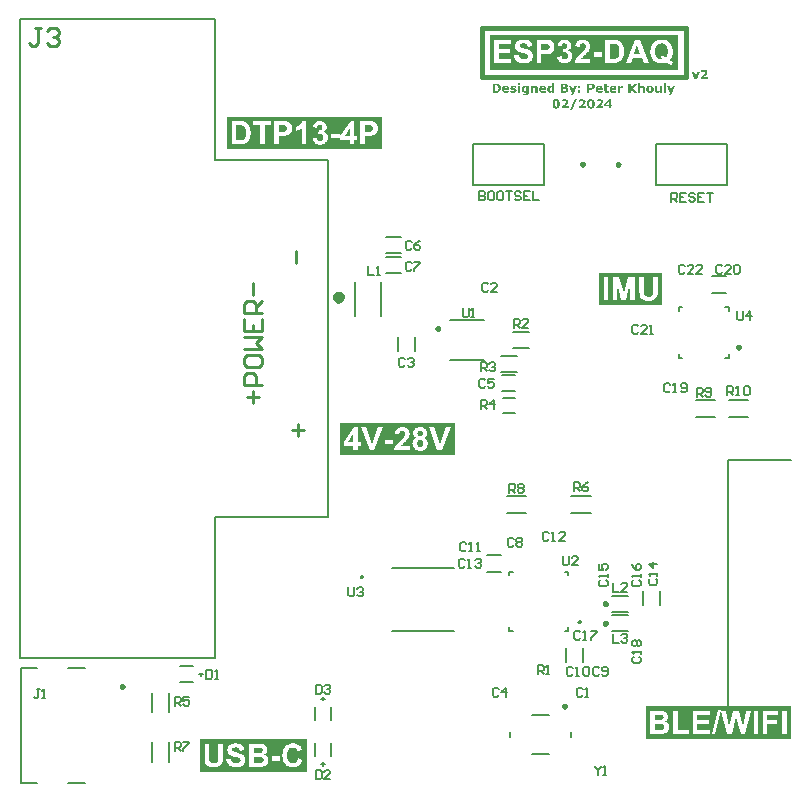
<source format=gto>
%FSTAX23Y23*%
%MOIN*%
%SFA1B1*%

%IPPOS*%
%ADD67C,0.009843*%
%ADD68C,0.007874*%
%ADD69C,0.019685*%
%ADD70C,0.015000*%
%ADD71C,0.005000*%
%ADD72C,0.010000*%
%LNpcb-1*%
%LPD*%
G36*
X02223Y0241D02*
X01595D01*
Y02525*
X02223*
Y0241*
G37*
G36*
X02286Y0238D02*
X02278D01*
X0227Y02402*
X02277*
X02282Y02386*
X02287Y02402*
X02295*
X02286Y0238*
G37*
G36*
X0231Y0241D02*
X02311D01*
X02311Y0241*
X02311Y0241*
X02312Y0241*
X02312Y0241*
X02313Y0241*
X02314Y0241*
X02314Y02409*
X02315Y02409*
X02316Y02409*
X02317Y02409*
X02317Y02408*
X02318Y02408*
X02318Y02408*
X02318Y02408*
X02319Y02407*
X02319Y02407*
X02319Y02407*
X02319Y02407*
X02319Y02407*
X0232Y02406*
X0232Y02406*
X0232Y02405*
X0232Y02405*
X02321Y02404*
X02321Y02404*
X02321Y02403*
X02321Y02402*
X02321Y02402*
X02321Y02401*
Y02401*
Y02401*
Y02401*
X02321Y024*
X02321Y024*
X02321Y024*
X02321Y024*
X02321Y02399*
X02321Y02399*
X02321Y02398*
X02321Y02398*
X02321Y02397*
X02321Y02397*
X0232Y02396*
X0232Y02396*
X0232Y02396*
X0232Y02395*
X0232Y02395*
X0232Y02395*
X0232Y02395*
X02319Y02395*
X02319Y02395*
X02319Y02394*
X02319Y02394*
X02319Y02394*
X02318Y02393*
X02318Y02393*
X02317Y02392*
X02317Y02392*
X02317Y02391*
X02316Y02391*
X02316Y0239*
X02316Y0239*
X02316Y0239*
X02315Y0239*
X02315Y0239*
X02315Y0239*
X02315Y0239*
X02315Y02389*
X02314Y02389*
X02314Y02389*
X02313Y02388*
X02313Y02388*
X02312Y02387*
X02312Y02387*
X02312Y02387*
X02312Y02387*
X02312Y02387*
X02311Y02387*
X02311Y02387*
X02311Y02386*
X0231Y02386*
X0231Y02386*
X0231Y02385*
X02309Y02385*
X02309Y02385*
X02323*
Y0238*
X02299*
Y02384*
X02299Y02384*
X02299Y02385*
X023Y02385*
X023Y02385*
X023Y02385*
X023Y02385*
X02301Y02385*
X02301Y02386*
X02301Y02386*
X02302Y02386*
X02302Y02387*
X02303Y02387*
X02304Y02388*
X02305Y02389*
X02305Y02389*
X02305Y02389*
X02305Y02389*
X02305Y02389*
X02305Y02389*
X02306Y02389*
X02306Y0239*
X02306Y0239*
X02307Y0239*
X02308Y02391*
X02308Y02392*
X02309Y02392*
X02309Y02392*
X02309Y02392*
X02309Y02392*
X02309Y02393*
X02309Y02393*
X0231Y02393*
X0231Y02393*
X0231Y02393*
X0231Y02394*
X02311Y02394*
X02311Y02395*
X02312Y02396*
X02312Y02396*
X02312Y02396*
X02312Y02396*
X02312Y02396*
X02313Y02397*
X02313Y02397*
X02313Y02397*
X02313Y02397*
X02313Y02397*
X02313Y02397*
X02313Y02398*
X02313Y02399*
X02313Y02399*
X02313Y024*
Y024*
Y024*
Y024*
Y024*
X02313Y024*
X02313Y024*
X02313Y02401*
X02313Y02401*
X02313Y02402*
X02313Y02402*
X02313Y02402*
X02313Y02402*
X02313Y02403*
X02312Y02403*
X02312Y02403*
X02312Y02403*
X02312Y02403*
X02312Y02403*
X02312Y02403*
X02312Y02403*
X02312Y02403*
X02311Y02403*
X02311Y02404*
X02311Y02404*
X02311Y02404*
X0231Y02404*
X0231Y02404*
X0231Y02404*
X02309Y02404*
X02309Y02404*
X02308Y02404*
X02308*
X02308Y02404*
X02308Y02404*
X02307Y02404*
X02307Y02404*
X02307Y02404*
X02307Y02404*
X02306Y02404*
X02305Y02404*
X02304Y02403*
X02304*
X02304Y02403*
X02304Y02403*
X02304Y02403*
X02304Y02403*
X02304Y02403*
X02304Y02403*
X02303Y02403*
X02303Y02403*
X02302Y02402*
X02301Y02402*
X02301Y02401*
X023*
Y02408*
X023*
X023Y02408*
X023Y02408*
X023Y02408*
X02301Y02408*
X02301Y02408*
X02301Y02408*
X02301Y02408*
X02301Y02409*
X02302Y02409*
X02302Y02409*
X02302Y02409*
X02303Y02409*
X02303Y02409*
X02304Y02409*
X02304Y02409*
X02304*
X02304Y02409*
X02305Y02409*
X02305Y02409*
X02305Y02409*
X02305Y0241*
X02306Y0241*
X02306Y0241*
X02306Y0241*
X02307Y0241*
X02307Y0241*
X02308Y0241*
X02309Y0241*
X0231Y0241*
X0231*
X0231Y0241*
G37*
G36*
X01962Y02311D02*
X01962D01*
X01962Y02311*
X01963Y02311*
X01963Y02311*
X01964Y02311*
X01965Y02311*
X01965Y02311*
X01966Y02311*
X01967Y02311*
X01967Y0231*
X01968Y0231*
X01969Y0231*
X01969Y02309*
X0197Y02309*
X0197Y02309*
X0197Y02309*
X0197Y02309*
X01971Y02309*
X01971Y02308*
X01971Y02308*
X01971Y02308*
X01972Y02307*
X01972Y02307*
X01972Y02306*
X01972Y02306*
X01973Y02305*
X01973Y02305*
X01973Y02304*
X01973Y02303*
X01973Y02302*
Y02302*
Y02302*
Y02302*
X01973Y02302*
X01973Y02302*
X01973Y02301*
X01973Y02301*
X01973Y02301*
X01973Y023*
X01973Y023*
X01973Y02299*
X01972Y02299*
X01972Y02298*
X01972Y02298*
X01972Y02297*
X01972Y02297*
X01972Y02297*
X01972Y02297*
X01971Y02297*
X01971Y02297*
X01971Y02296*
X01971Y02296*
X01971Y02296*
X01971Y02295*
X0197Y02295*
X0197Y02295*
X0197Y02294*
X01969Y02294*
X01969Y02293*
X01968Y02293*
X01968Y02292*
X01967Y02292*
X01967Y02292*
X01967Y02292*
X01967Y02292*
X01967Y02291*
X01967Y02291*
X01967Y02291*
X01966Y02291*
X01966Y02291*
X01966Y0229*
X01965Y0229*
X01964Y02289*
X01964Y02289*
X01964Y02289*
X01964Y02289*
X01963Y02289*
X01963Y02288*
X01963Y02288*
X01963Y02288*
X01963Y02288*
X01962Y02288*
X01962Y02287*
X01961Y02287*
X01961Y02287*
X01961Y02287*
X01974*
Y02281*
X01951*
Y02286*
X01951Y02286*
X01951Y02286*
X01951Y02286*
X01951Y02286*
X01952Y02286*
X01952Y02287*
X01952Y02287*
X01953Y02287*
X01953Y02287*
X01953Y02288*
X01954Y02288*
X01954Y02288*
X01955Y02289*
X01956Y0229*
X01956Y0229*
X01956Y0229*
X01957Y0229*
X01957Y0229*
X01957Y02291*
X01957Y02291*
X01958Y02291*
X01958Y02291*
X01959Y02292*
X01959Y02293*
X0196Y02293*
X0196Y02294*
X01961Y02294*
X01961Y02294*
X01961Y02294*
X01961Y02294*
X01961Y02294*
X01961Y02294*
X01961Y02295*
X01962Y02295*
X01962Y02295*
X01963Y02296*
X01963Y02297*
X01964Y02297*
X01964Y02298*
X01964Y02298*
X01964Y02298*
X01964Y02298*
X01964Y02298*
X01964Y02298*
X01964Y02298*
X01964Y02299*
X01965Y02299*
X01965Y02299*
X01965Y02299*
X01965Y023*
X01965Y02301*
X01965Y02301*
Y02301*
Y02301*
Y02301*
Y02302*
X01965Y02302*
X01965Y02302*
X01965Y02302*
X01965Y02302*
X01965Y02303*
X01965Y02303*
X01965Y02304*
X01964Y02304*
X01964Y02304*
X01964Y02304*
X01964Y02304*
X01964Y02305*
X01964Y02305*
X01964Y02305*
X01964Y02305*
X01963Y02305*
X01963Y02305*
X01963Y02305*
X01963Y02305*
X01963Y02305*
X01962Y02305*
X01962Y02305*
X01962Y02305*
X01961Y02306*
X01961Y02306*
X0196Y02306*
X0196Y02306*
X0196*
X0196Y02306*
X01959Y02306*
X01959Y02306*
X01959Y02306*
X01959Y02305*
X01958Y02305*
X01958Y02305*
X01957Y02305*
X01956Y02305*
X01956*
X01956Y02305*
X01956Y02305*
X01956Y02305*
X01956Y02305*
X01955Y02305*
X01955Y02304*
X01955Y02304*
X01954Y02304*
X01954Y02304*
X01953Y02303*
X01952Y02303*
X01952*
Y0231*
X01952*
X01952Y0231*
X01952Y0231*
X01952Y0231*
X01952Y0231*
X01952Y0231*
X01953Y0231*
X01953Y0231*
X01953Y0231*
X01953Y0231*
X01954Y0231*
X01954Y0231*
X01955Y0231*
X01955Y02311*
X01955Y02311*
X01956Y02311*
X01956*
X01956Y02311*
X01956Y02311*
X01956Y02311*
X01957Y02311*
X01957Y02311*
X01957Y02311*
X01958Y02311*
X01958Y02311*
X01959Y02311*
X01959Y02311*
X01959Y02311*
X0196Y02311*
X01962Y02311*
X01962*
X01962Y02311*
G37*
G36*
X01904D02*
X01904D01*
X01904Y02311*
X01905Y02311*
X01905Y02311*
X01906Y02311*
X01906Y02311*
X01907Y02311*
X01908Y02311*
X01908Y02311*
X01909Y0231*
X0191Y0231*
X01911Y0231*
X01911Y02309*
X01912Y02309*
X01912Y02309*
X01912Y02309*
X01912Y02309*
X01912Y02309*
X01912Y02308*
X01913Y02308*
X01913Y02308*
X01913Y02307*
X01913Y02307*
X01914Y02306*
X01914Y02306*
X01914Y02305*
X01914Y02305*
X01915Y02304*
X01915Y02303*
X01915Y02302*
Y02302*
Y02302*
Y02302*
X01915Y02302*
X01915Y02302*
X01915Y02301*
X01915Y02301*
X01914Y02301*
X01914Y023*
X01914Y023*
X01914Y02299*
X01914Y02299*
X01914Y02298*
X01914Y02298*
X01913Y02297*
X01913Y02297*
X01913Y02297*
X01913Y02297*
X01913Y02297*
X01913Y02297*
X01913Y02296*
X01913Y02296*
X01912Y02296*
X01912Y02295*
X01912Y02295*
X01912Y02295*
X01911Y02294*
X01911Y02294*
X0191Y02293*
X0191Y02293*
X01909Y02292*
X01909Y02292*
X01909Y02292*
X01909Y02292*
X01909Y02292*
X01909Y02291*
X01908Y02291*
X01908Y02291*
X01908Y02291*
X01908Y02291*
X01907Y0229*
X01907Y0229*
X01906Y02289*
X01905Y02289*
X01905Y02289*
X01905Y02289*
X01905Y02289*
X01905Y02288*
X01905Y02288*
X01905Y02288*
X01904Y02288*
X01904Y02288*
X01903Y02287*
X01903Y02287*
X01903Y02287*
X01903Y02287*
X01916*
Y02281*
X01893*
Y02286*
X01893Y02286*
X01893Y02286*
X01893Y02286*
X01893Y02286*
X01893Y02286*
X01894Y02287*
X01894Y02287*
X01894Y02287*
X01895Y02287*
X01895Y02288*
X01896Y02288*
X01896Y02288*
X01897Y02289*
X01898Y0229*
X01898Y0229*
X01898Y0229*
X01898Y0229*
X01898Y0229*
X01899Y02291*
X01899Y02291*
X01899Y02291*
X019Y02291*
X019Y02292*
X01901Y02293*
X01902Y02293*
X01902Y02294*
X01902Y02294*
X01902Y02294*
X01902Y02294*
X01903Y02294*
X01903Y02294*
X01903Y02294*
X01903Y02295*
X01903Y02295*
X01904Y02295*
X01904Y02296*
X01905Y02297*
X01905Y02297*
X01906Y02298*
X01906Y02298*
X01906Y02298*
X01906Y02298*
X01906Y02298*
X01906Y02298*
X01906Y02298*
X01906Y02299*
X01906Y02299*
X01906Y02299*
X01906Y02299*
X01907Y023*
X01907Y02301*
X01907Y02301*
Y02301*
Y02301*
Y02301*
Y02302*
X01907Y02302*
X01907Y02302*
X01907Y02302*
X01907Y02302*
X01906Y02303*
X01906Y02303*
X01906Y02304*
X01906Y02304*
X01906Y02304*
X01906Y02304*
X01905Y02304*
X01905Y02305*
X01905Y02305*
X01905Y02305*
X01905Y02305*
X01905Y02305*
X01905Y02305*
X01905Y02305*
X01905Y02305*
X01904Y02305*
X01904Y02305*
X01904Y02305*
X01903Y02305*
X01903Y02306*
X01903Y02306*
X01902Y02306*
X01902Y02306*
X01901*
X01901Y02306*
X01901Y02306*
X01901Y02306*
X01901Y02306*
X019Y02305*
X019Y02305*
X01899Y02305*
X01899Y02305*
X01898Y02305*
X01898*
X01898Y02305*
X01898Y02305*
X01897Y02305*
X01897Y02305*
X01897Y02305*
X01897Y02304*
X01897Y02304*
X01896Y02304*
X01895Y02304*
X01895Y02303*
X01894Y02303*
X01893*
Y0231*
X01893*
X01893Y0231*
X01894Y0231*
X01894Y0231*
X01894Y0231*
X01894Y0231*
X01894Y0231*
X01894Y0231*
X01895Y0231*
X01895Y0231*
X01895Y0231*
X01896Y0231*
X01896Y0231*
X01897Y02311*
X01897Y02311*
X01898Y02311*
X01898*
X01898Y02311*
X01898Y02311*
X01898Y02311*
X01898Y02311*
X01899Y02311*
X01899Y02311*
X01899Y02311*
X019Y02311*
X019Y02311*
X01901Y02311*
X01901Y02311*
X01902Y02311*
X01903Y02311*
X01904*
X01904Y02311*
G37*
G36*
X01846D02*
X01846D01*
X01847Y02311*
X01847Y02311*
X01848Y02311*
X01848Y02311*
X01849Y02311*
X0185Y02311*
X0185Y02311*
X01851Y02311*
X01852Y0231*
X01852Y0231*
X01853Y0231*
X01854Y02309*
X01854Y02309*
X01854Y02309*
X01854Y02309*
X01855Y02309*
X01855Y02309*
X01855Y02308*
X01855Y02308*
X01855Y02308*
X01856Y02307*
X01856Y02307*
X01856Y02306*
X01856Y02306*
X01857Y02305*
X01857Y02305*
X01857Y02304*
X01857Y02303*
X01857Y02302*
Y02302*
Y02302*
Y02302*
X01857Y02302*
X01857Y02302*
X01857Y02301*
X01857Y02301*
X01857Y02301*
X01857Y023*
X01857Y023*
X01857Y02299*
X01857Y02299*
X01856Y02298*
X01856Y02298*
X01856Y02297*
X01856Y02297*
X01856Y02297*
X01856Y02297*
X01856Y02297*
X01856Y02297*
X01855Y02296*
X01855Y02296*
X01855Y02296*
X01855Y02295*
X01854Y02295*
X01854Y02295*
X01854Y02294*
X01853Y02294*
X01853Y02293*
X01852Y02293*
X01852Y02292*
X01851Y02292*
X01851Y02292*
X01851Y02292*
X01851Y02292*
X01851Y02291*
X01851Y02291*
X01851Y02291*
X01851Y02291*
X0185Y02291*
X0185Y0229*
X01849Y0229*
X01848Y02289*
X01848Y02289*
X01848Y02289*
X01848Y02289*
X01848Y02289*
X01847Y02288*
X01847Y02288*
X01847Y02288*
X01847Y02288*
X01846Y02288*
X01846Y02287*
X01846Y02287*
X01845Y02287*
X01845Y02287*
X01859*
Y02281*
X01835*
Y02286*
X01835Y02286*
X01835Y02286*
X01835Y02286*
X01836Y02286*
X01836Y02286*
X01836Y02287*
X01836Y02287*
X01837Y02287*
X01837Y02287*
X01838Y02288*
X01838Y02288*
X01839Y02288*
X0184Y02289*
X01841Y0229*
X01841Y0229*
X01841Y0229*
X01841Y0229*
X01841Y0229*
X01841Y02291*
X01841Y02291*
X01842Y02291*
X01842Y02291*
X01843Y02292*
X01843Y02293*
X01844Y02293*
X01845Y02294*
X01845Y02294*
X01845Y02294*
X01845Y02294*
X01845Y02294*
X01845Y02294*
X01845Y02294*
X01846Y02295*
X01846Y02295*
X01846Y02295*
X01847Y02296*
X01847Y02297*
X01848Y02297*
X01848Y02298*
X01848Y02298*
X01848Y02298*
X01848Y02298*
X01848Y02298*
X01848Y02298*
X01849Y02298*
X01849Y02299*
X01849Y02299*
X01849Y02299*
X01849Y02299*
X01849Y023*
X01849Y02301*
X01849Y02301*
Y02301*
Y02301*
Y02301*
Y02302*
X01849Y02302*
X01849Y02302*
X01849Y02302*
X01849Y02302*
X01849Y02303*
X01849Y02303*
X01849Y02304*
X01849Y02304*
X01848Y02304*
X01848Y02304*
X01848Y02304*
X01848Y02305*
X01848Y02305*
X01848Y02305*
X01848Y02305*
X01848Y02305*
X01847Y02305*
X01847Y02305*
X01847Y02305*
X01847Y02305*
X01846Y02305*
X01846Y02305*
X01846Y02305*
X01845Y02306*
X01845Y02306*
X01845Y02306*
X01844Y02306*
X01844*
X01844Y02306*
X01844Y02306*
X01843Y02306*
X01843Y02306*
X01843Y02305*
X01842Y02305*
X01842Y02305*
X01841Y02305*
X0184Y02305*
X0184*
X0184Y02305*
X0184Y02305*
X0184Y02305*
X0184Y02305*
X0184Y02305*
X01839Y02304*
X01839Y02304*
X01839Y02304*
X01838Y02304*
X01837Y02303*
X01837Y02303*
X01836*
Y0231*
X01836*
X01836Y0231*
X01836Y0231*
X01836Y0231*
X01836Y0231*
X01837Y0231*
X01837Y0231*
X01837Y0231*
X01837Y0231*
X01838Y0231*
X01838Y0231*
X01838Y0231*
X01839Y0231*
X01839Y02311*
X0184Y02311*
X0184Y02311*
X0184*
X0184Y02311*
X0184Y02311*
X01841Y02311*
X01841Y02311*
X01841Y02311*
X01841Y02311*
X01842Y02311*
X01842Y02311*
X01843Y02311*
X01843Y02311*
X01844Y02311*
X01845Y02311*
X01846Y02311*
X01846*
X01846Y02311*
G37*
G36*
X02Y02293D02*
X02004D01*
Y02288*
X02*
Y02281*
X01993*
Y02288*
X01978*
Y02294*
X01992Y02311*
X02*
Y02293*
G37*
G36*
X01933Y02311D02*
X01934D01*
X01934Y02311*
X01934Y02311*
X01935Y02311*
X01935Y02311*
X01936Y02311*
X01937Y02311*
X01937Y02311*
X01938Y02311*
X01938Y0231*
X01938*
X01939Y0231*
X01939Y0231*
X01939Y0231*
X01939Y0231*
X01939Y0231*
X01939Y0231*
X0194Y0231*
X0194Y02309*
X0194Y02309*
X01941Y02309*
X01941Y02309*
X01941Y02308*
X01942Y02308*
X01942Y02308*
X01942Y02307*
X01942Y02307*
X01942Y02307*
X01942Y02307*
X01942Y02307*
X01943Y02307*
X01943Y02307*
X01943Y02306*
X01943Y02306*
X01943Y02306*
X01943Y02305*
X01944Y02305*
X01944Y02305*
X01944Y02304*
X01944Y02304*
X01944Y02303*
X01944Y02303*
Y02303*
X01944Y02302*
X01944Y02302*
X01944Y02302*
X01945Y02302*
X01945Y02301*
X01945Y02301*
X01945Y02301*
X01945Y023*
X01945Y023*
X01945Y02299*
X01945Y02299*
X01945Y02298*
X01945Y02297*
X01945Y02297*
Y02296*
Y02296*
Y02296*
Y02296*
Y02295*
X01945Y02295*
X01945Y02295*
Y02294*
X01945Y02294*
X01945Y02293*
X01945Y02293*
X01945Y02291*
X01945Y0229*
X01944Y02289*
Y02289*
X01944Y02289*
X01944Y02289*
X01944Y02289*
X01944Y02288*
X01944Y02288*
X01944Y02288*
X01944Y02287*
X01944Y02287*
X01943Y02286*
X01943Y02285*
X01942Y02285*
X01942Y02284*
X01942Y02284*
X01942Y02284*
X01942Y02284*
X01942Y02284*
X01942Y02284*
X01942Y02284*
X01941Y02283*
X01941Y02283*
X01941Y02283*
X01941Y02283*
X0194Y02282*
X0194Y02282*
X0194Y02282*
X01939Y02282*
X01938Y02281*
X01938*
X01938Y02281*
X01938Y02281*
X01938Y02281*
X01938Y02281*
X01937Y02281*
X01937Y02281*
X01937Y02281*
X01936Y02281*
X01936Y02281*
X01936Y02281*
X01935Y02281*
X01934Y0228*
X01934Y0228*
X01933Y0228*
X01933Y0228*
X01932*
X01932Y0228*
X01932*
X01931Y0228*
X01931Y0228*
X01931Y0228*
X0193Y02281*
X0193Y02281*
X01929Y02281*
X01928Y02281*
X01927Y02281*
X01927Y02281*
X01927Y02281*
X01927Y02281*
X01927Y02281*
X01927Y02282*
X01926Y02282*
X01926Y02282*
X01926Y02282*
X01926Y02282*
X01925Y02283*
X01924Y02283*
X01924Y02284*
X01923Y02284*
X01923Y02284*
X01923Y02284*
X01923Y02285*
X01923Y02285*
X01923Y02285*
X01923Y02285*
X01922Y02285*
X01922Y02286*
X01922Y02286*
X01922Y02286*
X01922Y02287*
X01922Y02287*
X01921Y02288*
X01921Y02288*
X01921Y02289*
X01921Y02289*
Y02289*
X01921Y02289*
X01921Y0229*
X01921Y0229*
X01921Y0229*
X01921Y0229*
X01921Y02291*
X01921Y02291*
X01921Y02292*
X01921Y02292*
X0192Y02293*
X0192Y02293*
X0192Y02294*
X0192Y02295*
X0192Y02295*
Y02296*
Y02296*
Y02296*
Y02296*
Y02297*
X0192Y02297*
X0192Y02297*
Y02298*
X0192Y02298*
X0192Y02299*
X0192Y02299*
X01921Y023*
X01921Y02302*
X01921Y02302*
X01921Y02303*
Y02303*
X01921Y02303*
X01921Y02303*
X01921Y02303*
X01921Y02303*
X01921Y02304*
X01921Y02304*
X01922Y02304*
X01922Y02305*
X01922Y02305*
X01922Y02306*
X01923Y02307*
X01923Y02308*
X01923Y02308*
X01923Y02308*
X01923Y02308*
X01923Y02308*
X01924Y02308*
X01924Y02308*
X01924Y02308*
X01924Y02309*
X01924Y02309*
X01925Y02309*
X01925Y02309*
X01925Y0231*
X01926Y0231*
X01926Y0231*
X01927Y0231*
X01927Y0231*
X01927Y02311*
X01927Y02311*
X01927Y02311*
X01928Y02311*
X01928Y02311*
X01928Y02311*
X01929Y02311*
X01929Y02311*
X01929Y02311*
X0193Y02311*
X0193Y02311*
X01931Y02311*
X01931Y02311*
X01932Y02311*
X01933*
X01933Y02311*
G37*
G36*
X01817D02*
X01818D01*
X01818Y02311*
X01818Y02311*
X01819Y02311*
X01819Y02311*
X0182Y02311*
X01821Y02311*
X01822Y02311*
X01822Y02311*
X01823Y0231*
X01823*
X01823Y0231*
X01823Y0231*
X01823Y0231*
X01823Y0231*
X01823Y0231*
X01824Y0231*
X01824Y0231*
X01824Y02309*
X01825Y02309*
X01825Y02309*
X01825Y02309*
X01825Y02308*
X01826Y02308*
X01826Y02308*
X01826Y02307*
X01826Y02307*
X01826Y02307*
X01827Y02307*
X01827Y02307*
X01827Y02307*
X01827Y02307*
X01827Y02306*
X01827Y02306*
X01827Y02306*
X01828Y02305*
X01828Y02305*
X01828Y02305*
X01828Y02304*
X01828Y02304*
X01828Y02303*
X01829Y02303*
Y02303*
X01829Y02302*
X01829Y02302*
X01829Y02302*
X01829Y02302*
X01829Y02301*
X01829Y02301*
X01829Y02301*
X01829Y023*
X01829Y023*
X01829Y02299*
X01829Y02299*
X01829Y02298*
X01829Y02297*
X01829Y02297*
Y02296*
Y02296*
Y02296*
Y02296*
Y02295*
X01829Y02295*
X01829Y02295*
Y02294*
X01829Y02294*
X01829Y02293*
X01829Y02293*
X01829Y02291*
X01829Y0229*
X01829Y02289*
Y02289*
X01828Y02289*
X01828Y02289*
X01828Y02289*
X01828Y02288*
X01828Y02288*
X01828Y02288*
X01828Y02287*
X01828Y02287*
X01827Y02286*
X01827Y02285*
X01827Y02285*
X01826Y02284*
X01826Y02284*
X01826Y02284*
X01826Y02284*
X01826Y02284*
X01826Y02284*
X01826Y02284*
X01826Y02283*
X01825Y02283*
X01825Y02283*
X01825Y02283*
X01824Y02282*
X01824Y02282*
X01824Y02282*
X01823Y02282*
X01823Y02281*
X01823*
X01822Y02281*
X01822Y02281*
X01822Y02281*
X01822Y02281*
X01822Y02281*
X01821Y02281*
X01821Y02281*
X01821Y02281*
X0182Y02281*
X0182Y02281*
X01819Y02281*
X01819Y0228*
X01818Y0228*
X01817Y0228*
X01817Y0228*
X01817*
X01816Y0228*
X01816*
X01816Y0228*
X01815Y0228*
X01815Y0228*
X01814Y02281*
X01814Y02281*
X01813Y02281*
X01812Y02281*
X01812Y02281*
X01811Y02281*
X01811Y02281*
X01811Y02281*
X01811Y02281*
X01811Y02282*
X01811Y02282*
X0181Y02282*
X0181Y02282*
X0181Y02282*
X01809Y02283*
X01808Y02283*
X01808Y02284*
X01807Y02284*
X01807Y02284*
X01807Y02284*
X01807Y02285*
X01807Y02285*
X01807Y02285*
X01807Y02285*
X01807Y02285*
X01806Y02286*
X01806Y02286*
X01806Y02286*
X01806Y02287*
X01806Y02287*
X01806Y02288*
X01805Y02288*
X01805Y02289*
X01805Y02289*
Y02289*
X01805Y02289*
X01805Y0229*
X01805Y0229*
X01805Y0229*
X01805Y0229*
X01805Y02291*
X01805Y02291*
X01805Y02292*
X01805Y02292*
X01805Y02293*
X01805Y02293*
X01805Y02294*
X01805Y02295*
X01805Y02295*
Y02296*
Y02296*
Y02296*
Y02296*
Y02297*
X01805Y02297*
X01805Y02297*
Y02298*
X01805Y02298*
X01805Y02299*
X01805Y02299*
X01805Y023*
X01805Y02302*
X01805Y02302*
X01805Y02303*
Y02303*
X01805Y02303*
X01805Y02303*
X01805Y02303*
X01805Y02303*
X01805Y02304*
X01806Y02304*
X01806Y02304*
X01806Y02305*
X01806Y02305*
X01806Y02306*
X01807Y02307*
X01807Y02308*
X01807Y02308*
X01807Y02308*
X01808Y02308*
X01808Y02308*
X01808Y02308*
X01808Y02308*
X01808Y02308*
X01808Y02309*
X01809Y02309*
X01809Y02309*
X01809Y02309*
X0181Y0231*
X0181Y0231*
X0181Y0231*
X01811Y0231*
X01811Y0231*
X01811Y02311*
X01811Y02311*
X01812Y02311*
X01812Y02311*
X01812Y02311*
X01812Y02311*
X01813Y02311*
X01813Y02311*
X01814Y02311*
X01814Y02311*
X01815Y02311*
X01815Y02311*
X01816Y02311*
X01816Y02311*
X01817*
X01817Y02311*
G37*
G36*
X01869Y02275D02*
X01863D01*
X01879Y02312*
X01885*
X01869Y02275*
G37*
G36*
X01697Y02359D02*
X0169D01*
Y02364*
X01697*
Y02359*
G37*
G36*
X01811Y02333D02*
X01804D01*
Y02335*
X01804Y02335*
X01804Y02335*
X01803Y02335*
X01803Y02335*
X01803Y02335*
X01803Y02335*
X01803Y02335*
X01803Y02334*
X01802Y02334*
X01801Y02334*
X01801Y02333*
X018Y02333*
X018*
X018Y02333*
X018Y02333*
X018Y02333*
X018Y02333*
X018Y02333*
X01799Y02333*
X01799Y02333*
X01799Y02333*
X01799Y02333*
X01798Y02332*
X01797Y02332*
X01796Y02332*
X01796*
X01796Y02332*
X01796Y02332*
X01795Y02332*
X01795Y02333*
X01795Y02333*
X01794Y02333*
X01794Y02333*
X01793Y02333*
X01792Y02333*
X01792Y02334*
X01791Y02334*
X01791Y02334*
X0179Y02335*
X0179Y02336*
X0179Y02336*
X0179Y02336*
X0179Y02336*
X01789Y02336*
X01789Y02336*
X01789Y02337*
X01789Y02337*
X01789Y02338*
X01788Y02338*
X01788Y02339*
X01788Y0234*
X01788Y0234*
X01788Y02341*
X01788Y02342*
X01787Y02343*
X01787Y02344*
Y02344*
Y02344*
Y02344*
X01787Y02345*
Y02345*
X01787Y02345*
X01787Y02345*
X01787Y02346*
X01788Y02346*
X01788Y02347*
X01788Y02347*
X01788Y02348*
X01788Y02349*
Y02349*
X01788Y02349*
X01788Y02349*
X01788Y02349*
X01788Y0235*
X01789Y0235*
X01789Y0235*
X01789Y0235*
X01789Y02351*
X0179Y02352*
X0179Y02352*
X01791Y02353*
X01791Y02353*
X01791Y02353*
X01791Y02353*
X01791Y02353*
X01791Y02353*
X01791Y02353*
X01791Y02354*
X01791Y02354*
X01792Y02354*
X01792Y02355*
X01793Y02355*
X01794Y02355*
X01794*
X01794Y02355*
X01794Y02355*
X01794Y02355*
X01794Y02355*
X01795Y02356*
X01795Y02356*
X01795Y02356*
X01796Y02356*
X01796Y02356*
X01797Y02356*
X01798Y02356*
X01798*
X01798Y02356*
X01798*
X01799Y02356*
X01799*
X01799Y02356*
X018Y02356*
X01801Y02356*
X01801Y02356*
X01801*
X01801Y02356*
X01801Y02356*
X01801Y02356*
X01801Y02356*
X01801Y02356*
X01802Y02355*
X01802Y02355*
X01803Y02355*
X01803Y02355*
X01804Y02355*
Y02364*
X01811*
Y02333*
G37*
G36*
X01748Y02356D02*
X01748D01*
X01748Y02356*
X01749Y02356*
X01749Y02356*
X01749Y02356*
X0175Y02356*
X0175Y02356*
X01751Y02355*
X01751Y02355*
X01752Y02355*
X01752Y02355*
X01753Y02354*
X01753Y02354*
X01753Y02354*
X01753Y02354*
X01753Y02354*
X01753Y02354*
X01754Y02353*
X01754Y02353*
X01754Y02353*
X01754Y02352*
X01754Y02352*
X01754Y02351*
X01755Y02351*
X01755Y0235*
X01755Y0235*
X01755Y02349*
X01755Y02348*
X01755Y02348*
Y02333*
X01748*
Y02344*
Y02344*
Y02344*
Y02344*
Y02344*
Y02344*
Y02345*
X01748Y02345*
X01748Y02345*
X01748Y02346*
X01748Y02346*
X01748Y02347*
Y02347*
Y02347*
X01748Y02347*
Y02347*
X01748Y02347*
X01748Y02348*
X01748Y02348*
X01747Y02348*
X01747Y02349*
X01747Y02349*
X01747Y02349*
X01747Y02349*
X01747Y02349*
X01747Y02349*
X01747Y02349*
X01747Y0235*
X01746Y0235*
X01746Y0235*
X01746Y0235*
X01746Y0235*
X01746Y0235*
X01746Y0235*
X01745Y0235*
X01745Y0235*
X01744Y0235*
X01744Y0235*
X01744*
X01744Y0235*
X01743Y0235*
X01743Y0235*
X01743Y0235*
X01742Y0235*
X01742Y0235*
X01742Y0235*
X01742Y0235*
X01742Y0235*
X01741Y0235*
X01741Y0235*
X01741Y02349*
X0174Y02349*
X0174Y02349*
Y02333*
X01733*
Y02355*
X0174*
Y02353*
X0174Y02353*
X0174Y02353*
X0174Y02353*
X0174Y02353*
X0174Y02353*
X0174Y02353*
X01741Y02354*
X01741Y02354*
X01741Y02354*
X01742Y02355*
X01743Y02355*
X01743Y02355*
X01743*
X01744Y02355*
X01744Y02355*
X01744Y02355*
X01744Y02355*
X01744Y02356*
X01744Y02356*
X01745Y02356*
X01745Y02356*
X01745Y02356*
X01746Y02356*
X01747Y02356*
X01747Y02356*
X01748*
X01748Y02356*
G37*
G36*
X02039Y02356D02*
X02039D01*
X02039Y02356*
X0204Y02356*
X0204Y02355*
Y02349*
X02039*
X02039Y02349*
X02039Y02349*
X02039Y02349*
X02039Y02349*
X02038Y02349*
X02038Y02349*
X02038Y02349*
X02038*
X02038Y02349*
X02037*
X02037Y02349*
X02037Y02349*
X02037*
X02036Y02349*
X02036*
X02035Y02349*
X02035Y02349*
X02034Y02349*
X02034Y02349*
X02033Y02349*
X02033*
X02033Y02349*
X02033Y02349*
X02033Y02349*
X02033Y02349*
X02032Y02348*
X02032Y02348*
X02031Y02348*
X02031Y02348*
Y02333*
X02024*
Y02355*
X02031*
Y02352*
X02031Y02352*
X02031Y02352*
X02031Y02352*
X02031Y02352*
X02031Y02353*
X02032Y02353*
X02032Y02353*
X02032Y02353*
X02033Y02354*
X02034Y02354*
X02034Y02355*
X02035Y02355*
X02035Y02355*
X02035*
X02035Y02355*
X02035Y02355*
X02035Y02355*
X02035Y02355*
X02036Y02355*
X02036Y02355*
X02036Y02355*
X02037Y02355*
X02037Y02355*
X02038Y02356*
X02038Y02356*
X02039*
X02039Y02356*
G37*
G36*
X02074Y02349D02*
X02086Y02333D01*
X02077*
X02068Y02345*
X02066Y02343*
Y02333*
X02058*
Y02363*
X02066*
Y02349*
X02077Y02363*
X02086*
X02074Y02349*
G37*
G36*
X01676Y02356D02*
X01676D01*
X01677Y02356*
X01677Y02356*
X01677Y02356*
X01678Y02356*
X01679Y02356*
X01679Y02356*
X0168Y02356*
X0168*
X0168Y02356*
X01681Y02356*
X01681Y02355*
X01681Y02355*
X01681Y02355*
X01681Y02355*
X01682Y02355*
X01682Y02355*
X01683Y02355*
X01683Y02355*
X01684Y02355*
X01684Y02354*
Y02349*
X01683*
X01683Y02349*
X01683Y02349*
X01683Y02349*
X01683Y02349*
X01683Y02349*
X01683Y02349*
X01683Y02349*
X01682Y02349*
X01682Y0235*
X01682Y0235*
X01681Y0235*
X0168Y0235*
X0168Y02351*
X0168*
X0168Y02351*
X01679Y02351*
X01679Y02351*
X01679Y02351*
X01679Y02351*
X01679Y02351*
X01678Y02351*
X01678Y02351*
X01678Y02351*
X01677Y02351*
X01676Y02351*
X01676Y02351*
X01675*
X01675Y02351*
X01675*
X01674Y02351*
X01674Y02351*
X01674Y02351*
X01673Y02351*
X01673Y02351*
X01673*
X01673Y02351*
X01672Y02351*
X01672Y02351*
X01672Y0235*
X01672Y0235*
X01672Y0235*
X01671Y0235*
X01671Y0235*
X01671Y02349*
Y02349*
Y02349*
X01671Y02349*
X01671Y02349*
X01672Y02349*
X01672Y02349*
X01672Y02348*
X01672Y02348*
X01672Y02348*
X01672Y02348*
X01672Y02348*
X01672Y02348*
X01672Y02348*
X01673Y02348*
X01673Y02348*
X01673Y02348*
X01673Y02348*
X01673Y02348*
X01674Y02348*
X01674Y02347*
X01674Y02347*
X01674*
X01675Y02347*
X01675Y02347*
X01675Y02347*
X01675Y02347*
X01676Y02347*
X01676Y02347*
X01676Y02347*
X01677Y02347*
X01677*
X01677Y02347*
X01677Y02347*
X01677Y02347*
X01678Y02347*
X01678Y02347*
X01678Y02347*
X01679Y02347*
X01679Y02346*
X01679*
X0168Y02346*
X0168Y02346*
X0168Y02346*
X0168Y02346*
X0168Y02346*
X01681Y02346*
X01681Y02346*
X01682Y02346*
X01682Y02345*
X01683Y02345*
X01683Y02344*
X01684Y02344*
X01684Y02344*
X01684Y02344*
X01684Y02344*
X01684Y02344*
X01684Y02344*
X01684Y02343*
X01684Y02343*
X01684Y02343*
X01684Y02343*
X01685Y02342*
X01685Y02342*
X01685Y02342*
X01685Y02341*
X01685Y02341*
X01685Y02341*
X01685Y0234*
Y0234*
Y0234*
X01685Y0234*
X01685Y0234*
X01685Y02339*
X01685Y02339*
X01685Y02338*
X01685Y02338*
X01684Y02338*
X01684Y02337*
X01684Y02337*
X01684Y02336*
X01683Y02336*
X01683Y02335*
X01682Y02335*
X01682Y02334*
X01682Y02334*
X01682Y02334*
X01682Y02334*
X01681Y02334*
X01681Y02334*
X01681Y02334*
X0168Y02334*
X0168Y02333*
X01679Y02333*
X01678Y02333*
X01678Y02333*
X01677Y02333*
X01676Y02333*
X01675Y02332*
X01674Y02332*
X01673Y02332*
X01673*
X01673Y02332*
X01672*
X01672Y02332*
X01671Y02332*
X01671Y02332*
X01671Y02332*
X0167Y02333*
X01669Y02333*
X01668Y02333*
X01668*
X01668Y02333*
X01668Y02333*
X01667Y02333*
X01667Y02333*
X01667Y02333*
X01667Y02333*
X01666Y02333*
X01666Y02333*
X01665Y02334*
X01665Y02334*
X01664Y02334*
Y0234*
X01665*
X01665Y0234*
X01665Y0234*
X01665Y0234*
X01665Y0234*
X01665Y0234*
X01665Y0234*
X01666Y02339*
X01666Y02339*
X01666Y02339*
X01666Y02339*
X01666Y02339*
X01667Y02339*
X01667Y02339*
X01667Y02338*
X01668Y02338*
X01668*
X01668Y02338*
X01668Y02338*
X01668Y02338*
X01668Y02338*
X01669Y02338*
X01669Y02338*
X01669Y02338*
X0167Y02338*
X0167Y02337*
X0167*
X0167Y02337*
X01671*
X01671Y02337*
X01671Y02337*
X01671Y02337*
X01671Y02337*
X01672Y02337*
X01672Y02337*
X01673Y02337*
X01673Y02337*
X01674*
X01674Y02337*
X01674*
X01675Y02337*
X01675Y02337*
X01676Y02337*
X01676Y02337*
X01676Y02338*
X01677Y02338*
X01677*
X01677Y02338*
X01677Y02338*
X01677Y02338*
X01677Y02338*
X01677Y02338*
X01677Y02338*
X01678Y02339*
X01678Y02339*
Y02339*
Y02339*
Y02339*
X01678Y02339*
X01678Y02339*
X01677Y0234*
X01677Y0234*
X01677Y0234*
X01677Y0234*
X01677Y0234*
X01677Y0234*
X01677Y0234*
X01676Y0234*
X01676Y02341*
X01676Y02341*
X01676Y02341*
X01675Y02341*
X01675Y02341*
X01675Y02341*
X01675*
X01675Y02341*
X01674Y02341*
X01674Y02341*
X01674Y02341*
X01673Y02341*
X01673Y02341*
X01673Y02341*
X01672*
X01672Y02341*
X01672Y02341*
X01672Y02341*
X01672Y02341*
X01671Y02342*
X01671Y02342*
X0167Y02342*
X0167*
X0167Y02342*
X0167Y02342*
X0167Y02342*
X01669Y02342*
X01669Y02342*
X01669Y02342*
X01668Y02342*
X01668Y02343*
X01667Y02343*
X01666Y02343*
X01666Y02344*
X01666Y02344*
X01665Y02344*
X01665Y02344*
X01665Y02344*
X01665Y02344*
X01665Y02345*
X01665Y02345*
X01665Y02345*
X01665Y02345*
X01665Y02345*
X01665Y02346*
X01664Y02346*
X01664Y02346*
X01664Y02347*
X01664Y02347*
X01664Y02348*
X01664Y02348*
X01664Y02349*
Y02349*
Y02349*
X01664Y02349*
X01664Y02349*
X01664Y02349*
X01664Y0235*
X01664Y0235*
X01664Y0235*
X01665Y02351*
X01665Y02351*
X01665Y02352*
X01665Y02352*
X01666Y02353*
X01666Y02353*
X01667Y02354*
X01667Y02354*
X01667Y02354*
X01667Y02354*
X01667Y02354*
X01668Y02354*
X01668Y02354*
X01668Y02355*
X01669Y02355*
X01669Y02355*
X0167Y02355*
X0167Y02355*
X01671Y02356*
X01672Y02356*
X01673Y02356*
X01674Y02356*
X01675Y02356*
X01675Y02356*
X01676*
X01676Y02356*
G37*
G36*
X01898Y02348D02*
X01891D01*
Y02355*
X01898*
Y02348*
G37*
G36*
X02201Y02325D02*
X02193D01*
X02196Y02333*
X02188Y02355*
X02195*
X02201Y02341*
X02206Y02355*
X02213*
X02201Y02325*
G37*
G36*
X01873D02*
X01865D01*
X01869Y02333*
X0186Y02355*
X01868*
X01873Y02341*
X01878Y02355*
X01886*
X01873Y02325*
G37*
G36*
X0217Y02333D02*
X02162D01*
Y02335*
X02162Y02335*
X02162Y02335*
X02162Y02335*
X02162Y02335*
X02162Y02335*
X02162Y02335*
X02161Y02335*
X02161Y02335*
X0216Y02334*
X0216Y02334*
X02159Y02333*
X02159Y02333*
X02159*
X02159Y02333*
X02158Y02333*
X02158Y02333*
X02158Y02333*
X02158Y02333*
X02158Y02333*
X02157Y02333*
X02157Y02333*
X02157Y02333*
X02157Y02333*
X02156Y02332*
X02155Y02332*
X02155Y02332*
X02154*
X02154Y02332*
X02154*
X02154Y02332*
X02153Y02332*
X02153Y02333*
X02153Y02333*
X02152Y02333*
X02152Y02333*
X02151Y02333*
X02151Y02333*
X0215Y02333*
X0215Y02334*
X02149Y02334*
X02149Y02334*
X02149Y02335*
X02149Y02335*
X02149Y02335*
X02149Y02335*
X02148Y02335*
X02148Y02335*
X02148Y02336*
X02148Y02336*
X02148Y02336*
X02148Y02337*
X02147Y02337*
X02147Y02338*
X02147Y02339*
X02147Y02339*
X02147Y0234*
X02147Y02341*
Y02355*
X02154*
Y02344*
Y02344*
Y02344*
Y02344*
Y02344*
Y02344*
Y02344*
X02154Y02343*
Y02343*
X02154Y02342*
X02154Y02342*
X02154Y02341*
Y02341*
Y02341*
X02154Y02341*
X02154Y02341*
X02154Y02341*
X02154Y02341*
X02154Y0234*
X02155Y0234*
X02155Y0234*
X02155Y0234*
X02155Y02339*
X02155Y02339*
X02155Y02339*
X02155Y02339*
X02155Y02339*
X02156Y02339*
X02156Y02339*
X02156Y02338*
X02156Y02338*
X02156Y02338*
X02156Y02338*
X02157Y02338*
X02157Y02338*
X02158Y02338*
X02158Y02338*
X02158*
X02158Y02338*
X02159Y02338*
X02159Y02338*
X02159Y02338*
X0216Y02338*
X0216Y02339*
X0216*
X0216Y02339*
X0216Y02339*
X0216Y02339*
X02161Y02339*
X02161Y02339*
X02161Y02339*
X02162Y02339*
X02162Y0234*
Y02355*
X0217*
Y02333*
G37*
G36*
X02184D02*
X02176D01*
Y02364*
X02184*
Y02333*
G37*
G36*
X02097Y02353D02*
X02097Y02353D01*
X02097Y02353*
X02097Y02353*
X02097Y02353*
X02097Y02353*
X02098Y02353*
X02098Y02354*
X02098Y02354*
X02099Y02354*
X02099Y02355*
X021Y02355*
X02101Y02355*
X02101*
X02101Y02355*
X02101Y02355*
X02101Y02355*
X02101Y02355*
X02101Y02356*
X02101Y02356*
X02102Y02356*
X02102Y02356*
X02102Y02356*
X02103Y02356*
X02104Y02356*
X02104Y02356*
X02105*
X02105Y02356*
X02105*
X02105Y02356*
X02106Y02356*
X02106Y02356*
X02107Y02356*
X02107Y02356*
X02108Y02356*
X02108Y02355*
X02108Y02355*
X02109Y02355*
X02109Y02355*
X0211Y02354*
X0211Y02354*
X0211Y02354*
X0211Y02354*
X0211Y02354*
X02111Y02354*
X02111Y02353*
X02111Y02353*
X02111Y02353*
X02111Y02352*
X02111Y02352*
X02112Y02351*
X02112Y02351*
X02112Y0235*
X02112Y0235*
X02112Y02349*
X02112Y02348*
X02112Y02348*
Y02333*
X02105*
Y02344*
Y02344*
Y02344*
Y02344*
Y02344*
Y02344*
Y02345*
X02105Y02345*
X02105Y02345*
X02105Y02346*
X02105Y02346*
X02105Y02347*
Y02347*
Y02347*
X02105Y02347*
Y02347*
X02105Y02347*
X02105Y02348*
X02105Y02348*
X02105Y02348*
X02105Y02349*
X02104Y02349*
X02104Y02349*
X02104Y02349*
X02104Y02349*
X02104Y02349*
X02104Y02349*
X02104Y0235*
X02104Y0235*
X02103Y0235*
X02103Y0235*
X02103Y0235*
X02103Y0235*
X02103Y0235*
X02102Y0235*
X02102Y0235*
X02102Y0235*
X02101Y0235*
X02101*
X02101Y0235*
X021Y0235*
X021Y0235*
X021Y0235*
X02099Y0235*
X02099Y0235*
X02099Y0235*
X02099Y0235*
X02099Y0235*
X02098Y0235*
X02098Y0235*
X02098Y02349*
X02097Y02349*
X02097Y02349*
Y02333*
X0209*
Y02364*
X02097*
Y02353*
G37*
G36*
X01934Y02363D02*
X01934D01*
X01935Y02363*
X01935Y02363*
X01936Y02363*
X01937Y02363*
X01937Y02362*
X01938Y02362*
X01938*
X01938Y02362*
X01938Y02362*
X01938Y02362*
X01939Y02362*
X01939Y02362*
X01939Y02362*
X01939Y02362*
X0194Y02362*
X0194Y02361*
X01941Y02361*
X01942Y02361*
X01942Y02361*
X01942Y02361*
X01942Y02361*
X01942Y02361*
X01942Y02361*
X01942Y0236*
X01942Y0236*
X01943Y0236*
X01943Y0236*
X01944Y02359*
X01944Y02358*
X01944Y02358*
X01944Y02358*
X01944Y02358*
X01944Y02358*
X01945Y02357*
X01945Y02357*
X01945Y02357*
X01945Y02357*
X01945Y02357*
X01945Y02356*
X01945Y02356*
X01945Y02356*
X01945Y02355*
X01945Y02355*
X01945Y02354*
X01945Y02353*
Y02353*
Y02353*
Y02353*
Y02353*
X01945Y02353*
X01945Y02353*
X01945Y02352*
X01945Y02352*
X01945Y02352*
X01945Y02351*
X01945Y0235*
X01945Y02349*
Y02349*
X01945Y02349*
X01945Y02349*
X01944Y02349*
X01944Y02349*
X01944Y02349*
X01944Y02348*
X01944Y02348*
X01943Y02347*
X01943Y02347*
X01943Y02346*
X01943Y02346*
X01943Y02346*
X01942Y02346*
X01942Y02346*
X01942Y02346*
X01942Y02346*
X01942Y02345*
X01941Y02345*
X01941Y02345*
X01941Y02345*
X0194Y02344*
X01939Y02344*
X01939Y02344*
X01939*
X01939Y02344*
X01938Y02344*
X01938Y02343*
X01938Y02343*
X01938Y02343*
X01937Y02343*
X01937Y02343*
X01937Y02343*
X01936Y02343*
X01936Y02343*
X01935Y02343*
X01935Y02343*
X01934Y02343*
X01934Y02343*
X01928*
Y02333*
X01921*
Y02363*
X01934*
X01934Y02363*
G37*
G36*
X01898Y02333D02*
X01891D01*
Y02341*
X01898*
Y02333*
G37*
G36*
X01845Y02363D02*
X01846D01*
X01847Y02363*
X01847Y02363*
X01848Y02363*
X01848Y02363*
X01849Y02363*
X01849Y02363*
X01849*
X01849Y02363*
X01849Y02363*
X01849Y02362*
X0185Y02362*
X0185Y02362*
X0185Y02362*
X01851Y02362*
X01851Y02362*
X01852Y02362*
X01852Y02362*
X01852*
X01852Y02361*
X01853Y02361*
X01853Y02361*
X01853Y02361*
X01853Y02361*
X01853Y02361*
X01854Y02361*
X01854Y0236*
X01855Y0236*
X01855Y02359*
Y02359*
X01855Y02359*
X01855Y02359*
X01855Y02359*
X01855Y02359*
X01855Y02359*
X01855Y02358*
X01855Y02358*
X01855Y02358*
X01856Y02357*
X01856Y02357*
X01856Y02356*
Y02356*
Y02356*
Y02356*
X01856Y02356*
Y02355*
X01856Y02355*
X01856Y02355*
X01856Y02355*
X01855Y02354*
X01855Y02353*
X01855Y02353*
X01855Y02353*
X01855Y02352*
X01855Y02352*
X01855Y02352*
X01855Y02352*
X01854Y02352*
X01854Y02352*
X01854Y02352*
X01854Y02351*
X01854Y02351*
X01854Y02351*
X01853Y02351*
X01853Y02351*
X01853Y02351*
X01853Y0235*
X01852Y0235*
X01851Y02349*
Y02349*
X01851*
X01851Y02349*
X01852Y02349*
X01852Y02349*
X01852Y02349*
X01852Y02349*
X01853Y02349*
X01853Y02349*
X01853Y02349*
X01854Y02349*
X01854Y02348*
X01855Y02348*
X01855Y02348*
X01855Y02348*
X01856Y02347*
X01856Y02347*
X01856Y02347*
X01856Y02347*
X01856Y02347*
X01856Y02347*
X01856Y02346*
X01857Y02346*
X01857Y02346*
X01857Y02346*
X01857Y02345*
X01857Y02345*
X01857Y02345*
X01857Y02344*
X01858Y02344*
X01858Y02343*
X01858Y02343*
X01858Y02342*
Y02342*
Y02342*
Y02342*
X01858Y02342*
Y02342*
X01858Y02341*
X01858Y02341*
X01858Y02341*
X01857Y0234*
X01857Y0234*
X01857Y02339*
X01857Y02338*
Y02338*
X01857Y02338*
X01857Y02338*
X01857Y02338*
X01857Y02338*
X01856Y02338*
X01856Y02337*
X01856Y02337*
X01855Y02336*
X01855Y02336*
X01854Y02335*
X01854Y02335*
X01854Y02335*
X01854Y02335*
X01854Y02335*
X01854Y02335*
X01854Y02335*
X01854Y02335*
X01853Y02335*
X01853Y02335*
X01853Y02334*
X01852Y02334*
X01851Y02334*
X01851Y02334*
X01851*
X0185Y02334*
X0185Y02333*
X0185Y02333*
X0185Y02333*
X0185Y02333*
X01849Y02333*
X01849Y02333*
X01849Y02333*
X01848Y02333*
X01848Y02333*
X01847Y02333*
X01847Y02333*
X01846Y02333*
X01846Y02333*
X01832*
Y02363*
X01845*
X01845Y02363*
G37*
G36*
X01697Y02333D02*
X0169D01*
Y02355*
X01697*
Y02333*
G37*
G36*
X01616Y02363D02*
X01617D01*
X01617Y02363*
X01617Y02363*
X01618Y02363*
X01618Y02363*
X01619Y02363*
X01621Y02362*
X01621Y02362*
X01622Y02362*
X01622*
X01622Y02362*
X01622Y02362*
X01622Y02362*
X01622Y02362*
X01623Y02362*
X01623Y02362*
X01623Y02362*
X01624Y02362*
X01625Y02361*
X01625Y02361*
X01626Y0236*
X01626Y0236*
X01626Y0236*
X01626Y0236*
X01627Y0236*
X01627Y0236*
X01627Y0236*
X01627Y02359*
X01628Y02359*
X01628Y02359*
X01629Y02358*
X01629Y02358*
X01629Y02358*
X0163Y02357*
X0163Y02357*
X01631Y02356*
X01631Y02355*
X01631Y02355*
X01631Y02355*
X01631Y02355*
X01631Y02355*
X01631Y02355*
X01631Y02354*
X01632Y02354*
X01632Y02353*
X01632Y02353*
X01632Y02352*
X01632Y02352*
X01632Y02351*
X01633Y0235*
X01633Y02349*
X01633Y02349*
X01633Y02348*
Y02348*
Y02348*
X01633Y02347*
Y02347*
X01633Y02347*
X01633Y02346*
X01633Y02346*
X01632Y02345*
X01632Y02345*
X01632Y02344*
X01632Y02344*
X01632Y02343*
X01632Y02342*
X01631Y02342*
X01631Y02341*
X01631Y0234*
X01631Y0234*
X01631Y0234*
X01631Y0234*
X0163Y0234*
X0163Y0234*
X0163Y02339*
X0163Y02339*
X01629Y02339*
X01629Y02338*
X01629Y02338*
X01628Y02337*
X01628Y02337*
X01628Y02336*
X01627Y02336*
X01627Y02336*
X01626Y02335*
X01626Y02335*
X01626Y02335*
X01626Y02335*
X01626Y02335*
X01625Y02335*
X01625Y02335*
X01625Y02335*
X01625Y02335*
X01624Y02334*
X01624Y02334*
X01623Y02334*
X01623Y02334*
X01622Y02334*
X01621Y02333*
X01621*
X01621Y02333*
X01621Y02333*
X01621Y02333*
X0162Y02333*
X0162Y02333*
X0162Y02333*
X01619Y02333*
X01619Y02333*
X01619Y02333*
X01618Y02333*
X01617Y02333*
X01617Y02333*
X01616Y02333*
X01616Y02333*
X01605*
Y02363*
X01616*
X01616Y02363*
G37*
G36*
X01985Y02355D02*
X01992D01*
Y02351*
X01985*
Y02343*
Y02343*
Y02343*
Y02342*
Y02342*
Y02342*
Y02342*
Y02342*
Y02341*
Y02341*
Y02341*
Y0234*
Y0234*
X01985Y0234*
X01985Y0234*
X01985Y0234*
X01985Y02339*
X01986Y02339*
X01986Y02339*
X01986Y02339*
X01986Y02339*
X01986Y02339*
X01986Y02339*
X01986Y02338*
X01986Y02338*
X01986Y02338*
X01987Y02338*
X01987Y02338*
X01987Y02338*
X01987Y02338*
X01987Y02338*
X01987Y02338*
X01988Y02338*
X01988Y02337*
X01989Y02337*
X01989*
X01989Y02337*
X01989*
X01989Y02337*
X0199Y02338*
X0199Y02338*
X0199Y02338*
X0199Y02338*
X0199Y02338*
X0199Y02338*
X01991Y02338*
X01991Y02338*
X01991Y02338*
X01991Y02338*
X01992*
Y02333*
X01992*
X01992Y02333*
X01992Y02333*
X01992Y02333*
X01991Y02333*
X01991Y02333*
X0199Y02333*
X0199Y02333*
X0199Y02333*
X01989*
X01989Y02333*
X01989*
X01989Y02333*
X01989*
X01989Y02333*
X01989Y02333*
X01988Y02333*
X01988Y02333*
X01987Y02333*
X01986*
X01986Y02333*
X01986*
X01985Y02333*
X01985Y02333*
X01984Y02333*
X01984Y02333*
X01984Y02333*
X01983Y02333*
X01982Y02333*
X01982Y02333*
X01981Y02333*
X01981Y02334*
X0198Y02334*
X0198Y02334*
X0198Y02334*
X0198Y02334*
X0198Y02334*
X0198Y02335*
X0198Y02335*
X01979Y02335*
X01979Y02335*
X01979Y02336*
X01979Y02336*
X01979Y02336*
X01979Y02337*
X01978Y02337*
X01978Y02338*
X01978Y02339*
X01978Y02339*
X01978Y0234*
Y02351*
X01975*
Y02355*
X01978*
Y02362*
X01985*
Y02355*
G37*
G36*
X02008Y02356D02*
X02008D01*
X02008Y02356*
X02009Y02356*
X02009Y02356*
X0201Y02356*
X02011Y02356*
X02011Y02356*
X02012Y02355*
X02013Y02355*
X02013Y02355*
X02014Y02355*
X02015Y02354*
X02015Y02354*
X02016Y02353*
X02016Y02353*
X02016Y02353*
X02016Y02353*
X02016Y02353*
X02016Y02353*
X02017Y02352*
X02017Y02352*
X02017Y02351*
X02017Y02351*
X02018Y0235*
X02018Y0235*
X02018Y02349*
X02018Y02348*
X02018Y02347*
X02018Y02346*
X02018Y02345*
Y02343*
X02002*
Y02343*
Y02343*
X02002Y02343*
X02002Y02342*
X02002Y02342*
X02002Y02342*
X02002Y02342*
X02002Y02341*
X02002Y02341*
X02003Y02341*
X02003Y0234*
X02003Y0234*
X02003Y0234*
X02003Y02339*
X02004Y02339*
X02004Y02339*
X02004Y02339*
X02004Y02339*
X02004Y02339*
X02004Y02339*
X02005Y02339*
X02005Y02338*
X02005Y02338*
X02005Y02338*
X02006Y02338*
X02006Y02338*
X02007Y02338*
X02007Y02338*
X02008Y02338*
X02008Y02338*
X02009Y02337*
X02009Y02337*
X0201*
X0201Y02337*
X0201*
X0201Y02338*
X02011Y02338*
X02011Y02338*
X02011Y02338*
X02012Y02338*
X02012Y02338*
X02013Y02338*
X02014Y02338*
X02014*
X02014Y02338*
X02014Y02338*
X02014Y02338*
X02014Y02338*
X02015Y02339*
X02015Y02339*
X02015Y02339*
X02016Y02339*
X02016Y02339*
X02017Y0234*
X02017Y0234*
X02018*
Y02334*
X02018*
X02018Y02334*
X02018Y02334*
X02018Y02334*
X02017Y02334*
X02017Y02334*
X02017Y02334*
X02017Y02334*
X02016Y02334*
X02016Y02333*
X02015Y02333*
X02014Y02333*
X02013Y02333*
X02013*
X02013Y02333*
X02013Y02333*
X02013Y02333*
X02013Y02333*
X02013Y02333*
X02012Y02333*
X02012Y02333*
X02012Y02333*
X02011Y02333*
X02011Y02332*
X02011Y02332*
X0201Y02332*
X02009Y02332*
X02008*
X02008Y02332*
X02008*
X02008Y02332*
X02007Y02332*
X02007Y02332*
X02006Y02333*
X02006Y02333*
X02005Y02333*
X02004Y02333*
X02003Y02333*
X02002Y02333*
X02001Y02334*
X02001Y02334*
X02Y02334*
X01999Y02335*
X01998Y02335*
X01998Y02335*
X01998Y02336*
X01998Y02336*
X01998Y02336*
X01997Y02336*
X01997Y02337*
X01997Y02337*
X01996Y02338*
X01996Y02338*
X01996Y02339*
X01996Y0234*
X01995Y0234*
X01995Y02341*
X01995Y02342*
X01995Y02343*
X01995Y02344*
Y02344*
Y02344*
Y02344*
Y02344*
X01995Y02344*
Y02345*
X01995Y02345*
Y02345*
X01995Y02345*
X01995Y02346*
X01995Y02347*
X01995Y02347*
X01995Y02348*
X01996Y02349*
X01996Y02349*
X01996Y0235*
X01997Y02351*
X01997Y02352*
X01997Y02352*
X01998Y02353*
X01998Y02353*
X01998Y02353*
X01998Y02353*
X01999Y02353*
X01999Y02354*
X01999Y02354*
X02Y02354*
X02001Y02355*
X02001Y02355*
X02002Y02355*
X02003Y02355*
X02003Y02356*
X02004Y02356*
X02005Y02356*
X02006Y02356*
X02007Y02356*
X02008*
X02008Y02356*
G37*
G36*
X01962D02*
X01962D01*
X01962Y02356*
X01963Y02356*
X01963Y02356*
X01964Y02356*
X01965Y02356*
X01965Y02356*
X01966Y02355*
X01967Y02355*
X01967Y02355*
X01968Y02355*
X01969Y02354*
X01969Y02354*
X0197Y02353*
X0197Y02353*
X0197Y02353*
X0197Y02353*
X0197Y02353*
X0197Y02353*
X01971Y02352*
X01971Y02352*
X01971Y02351*
X01971Y02351*
X01972Y0235*
X01972Y0235*
X01972Y02349*
X01972Y02348*
X01972Y02347*
X01973Y02346*
X01973Y02345*
Y02343*
X01956*
Y02343*
Y02343*
X01956Y02343*
X01956Y02342*
X01956Y02342*
X01956Y02342*
X01956Y02342*
X01956Y02341*
X01956Y02341*
X01957Y02341*
X01957Y0234*
X01957Y0234*
X01957Y0234*
X01957Y02339*
X01958Y02339*
X01958Y02339*
X01958Y02339*
X01958Y02339*
X01958Y02339*
X01958Y02339*
X01959Y02339*
X01959Y02338*
X01959Y02338*
X01959Y02338*
X0196Y02338*
X0196Y02338*
X01961Y02338*
X01961Y02338*
X01962Y02338*
X01962Y02338*
X01963Y02337*
X01963Y02337*
X01964*
X01964Y02337*
X01964*
X01964Y02338*
X01965Y02338*
X01965Y02338*
X01965Y02338*
X01966Y02338*
X01966Y02338*
X01967Y02338*
X01968Y02338*
X01968*
X01968Y02338*
X01968Y02338*
X01968Y02338*
X01968Y02338*
X01969Y02339*
X01969Y02339*
X01969Y02339*
X0197Y02339*
X0197Y02339*
X01971Y0234*
X01971Y0234*
X01972*
Y02334*
X01972*
X01972Y02334*
X01972Y02334*
X01972Y02334*
X01971Y02334*
X01971Y02334*
X01971Y02334*
X01971Y02334*
X0197Y02334*
X0197Y02333*
X01969Y02333*
X01968Y02333*
X01967Y02333*
X01967*
X01967Y02333*
X01967Y02333*
X01967Y02333*
X01967Y02333*
X01967Y02333*
X01966Y02333*
X01966Y02333*
X01966Y02333*
X01965Y02333*
X01965Y02332*
X01965Y02332*
X01964Y02332*
X01963Y02332*
X01962*
X01962Y02332*
X01962*
X01962Y02332*
X01961Y02332*
X01961Y02332*
X0196Y02333*
X0196Y02333*
X01959Y02333*
X01958Y02333*
X01957Y02333*
X01956Y02333*
X01955Y02334*
X01955Y02334*
X01954Y02334*
X01953Y02335*
X01952Y02335*
X01952Y02335*
X01952Y02336*
X01952Y02336*
X01952Y02336*
X01951Y02336*
X01951Y02337*
X01951Y02337*
X01951Y02338*
X0195Y02338*
X0195Y02339*
X0195Y0234*
X01949Y0234*
X01949Y02341*
X01949Y02342*
X01949Y02343*
X01949Y02344*
Y02344*
Y02344*
Y02344*
Y02344*
X01949Y02344*
Y02345*
X01949Y02345*
Y02345*
X01949Y02345*
X01949Y02346*
X01949Y02347*
X01949Y02347*
X01949Y02348*
X0195Y02349*
X0195Y02349*
X0195Y0235*
X01951Y02351*
X01951Y02352*
X01952Y02352*
X01952Y02353*
X01952Y02353*
X01952Y02353*
X01952Y02353*
X01953Y02353*
X01953Y02354*
X01953Y02354*
X01954Y02354*
X01955Y02355*
X01955Y02355*
X01956Y02355*
X01957Y02355*
X01958Y02356*
X01958Y02356*
X01959Y02356*
X0196Y02356*
X01961Y02356*
X01962*
X01962Y02356*
G37*
G36*
X01773D02*
X01774D01*
X01774Y02356*
X01774Y02356*
X01775Y02356*
X01775Y02356*
X01776Y02356*
X01777Y02356*
X01777Y02355*
X01778Y02355*
X01779Y02355*
X01779Y02355*
X0178Y02354*
X01781Y02354*
X01781Y02353*
X01781Y02353*
X01781Y02353*
X01781Y02353*
X01782Y02353*
X01782Y02353*
X01782Y02352*
X01782Y02352*
X01783Y02351*
X01783Y02351*
X01783Y0235*
X01783Y0235*
X01783Y02349*
X01784Y02348*
X01784Y02347*
X01784Y02346*
X01784Y02345*
Y02343*
X01767*
Y02343*
Y02343*
X01767Y02343*
X01767Y02342*
X01767Y02342*
X01768Y02342*
X01768Y02342*
X01768Y02341*
X01768Y02341*
X01768Y02341*
X01768Y0234*
X01768Y0234*
X01769Y0234*
X01769Y02339*
X01769Y02339*
X01769Y02339*
X01769Y02339*
X01769Y02339*
X0177Y02339*
X0177Y02339*
X0177Y02339*
X0177Y02338*
X0177Y02338*
X01771Y02338*
X01771Y02338*
X01772Y02338*
X01772Y02338*
X01772Y02338*
X01773Y02338*
X01774Y02338*
X01774Y02337*
X01775Y02337*
X01775*
X01775Y02337*
X01775*
X01776Y02338*
X01776Y02338*
X01776Y02338*
X01777Y02338*
X01777Y02338*
X01778Y02338*
X01778Y02338*
X01779Y02338*
X01779*
X01779Y02338*
X0178Y02338*
X0178Y02338*
X0178Y02338*
X0178Y02339*
X0178Y02339*
X01781Y02339*
X01781Y02339*
X01782Y02339*
X01782Y0234*
X01783Y0234*
X01784*
Y02334*
X01783*
X01783Y02334*
X01783Y02334*
X01783Y02334*
X01783Y02334*
X01783Y02334*
X01782Y02334*
X01782Y02334*
X01782Y02334*
X01781Y02333*
X01781Y02333*
X0178Y02333*
X01779Y02333*
X01779*
X01779Y02333*
X01779Y02333*
X01779Y02333*
X01778Y02333*
X01778Y02333*
X01778Y02333*
X01777Y02333*
X01777Y02333*
X01777Y02333*
X01776Y02332*
X01776Y02332*
X01775Y02332*
X01774Y02332*
X01774*
X01774Y02332*
X01773*
X01773Y02332*
X01773Y02332*
X01772Y02332*
X01772Y02333*
X01771Y02333*
X0177Y02333*
X01769Y02333*
X01769Y02333*
X01768Y02333*
X01767Y02334*
X01766Y02334*
X01765Y02334*
X01764Y02335*
X01764Y02335*
X01764Y02335*
X01764Y02336*
X01763Y02336*
X01763Y02336*
X01763Y02336*
X01763Y02337*
X01762Y02337*
X01762Y02338*
X01762Y02338*
X01761Y02339*
X01761Y0234*
X01761Y0234*
X0176Y02341*
X0176Y02342*
X0176Y02343*
X0176Y02344*
Y02344*
Y02344*
Y02344*
Y02344*
X0176Y02344*
Y02345*
X0176Y02345*
Y02345*
X0176Y02345*
X0176Y02346*
X0176Y02347*
X01761Y02347*
X01761Y02348*
X01761Y02349*
X01761Y02349*
X01762Y0235*
X01762Y02351*
X01762Y02352*
X01763Y02352*
X01763Y02353*
X01764Y02353*
X01764Y02353*
X01764Y02353*
X01764Y02353*
X01764Y02354*
X01765Y02354*
X01765Y02354*
X01766Y02355*
X01767Y02355*
X01767Y02355*
X01768Y02355*
X01769Y02356*
X0177Y02356*
X01771Y02356*
X01772Y02356*
X01773Y02356*
X01773*
X01773Y02356*
G37*
G36*
X0165D02*
X0165D01*
X0165Y02356*
X01651Y02356*
X01651Y02356*
X01652Y02356*
X01652Y02356*
X01653Y02356*
X01654Y02355*
X01654Y02355*
X01655Y02355*
X01656Y02355*
X01656Y02354*
X01657Y02354*
X01658Y02353*
X01658Y02353*
X01658Y02353*
X01658Y02353*
X01658Y02353*
X01658Y02353*
X01658Y02352*
X01659Y02352*
X01659Y02351*
X01659Y02351*
X01659Y0235*
X0166Y0235*
X0166Y02349*
X0166Y02348*
X0166Y02347*
X0166Y02346*
X0166Y02345*
Y02343*
X01644*
Y02343*
Y02343*
X01644Y02343*
X01644Y02342*
X01644Y02342*
X01644Y02342*
X01644Y02342*
X01644Y02341*
X01644Y02341*
X01644Y02341*
X01645Y0234*
X01645Y0234*
X01645Y0234*
X01645Y02339*
X01645Y02339*
X01646Y02339*
X01646Y02339*
X01646Y02339*
X01646Y02339*
X01646Y02339*
X01646Y02339*
X01647Y02338*
X01647Y02338*
X01647Y02338*
X01648Y02338*
X01648Y02338*
X01648Y02338*
X01649Y02338*
X01649Y02338*
X0165Y02338*
X01651Y02337*
X01651Y02337*
X01652*
X01652Y02337*
X01652*
X01652Y02338*
X01652Y02338*
X01653Y02338*
X01653Y02338*
X01653Y02338*
X01654Y02338*
X01655Y02338*
X01656Y02338*
X01656*
X01656Y02338*
X01656Y02338*
X01656Y02338*
X01656Y02338*
X01656Y02339*
X01657Y02339*
X01657Y02339*
X01657Y02339*
X01658Y02339*
X01659Y0234*
X01659Y0234*
X0166*
Y02334*
X0166*
X0166Y02334*
X0166Y02334*
X0166Y02334*
X01659Y02334*
X01659Y02334*
X01659Y02334*
X01658Y02334*
X01658Y02334*
X01658Y02333*
X01657Y02333*
X01656Y02333*
X01655Y02333*
X01655*
X01655Y02333*
X01655Y02333*
X01655Y02333*
X01655Y02333*
X01654Y02333*
X01654Y02333*
X01654Y02333*
X01654Y02333*
X01653Y02333*
X01653Y02332*
X01652Y02332*
X01651Y02332*
X0165Y02332*
X0165*
X0165Y02332*
X0165*
X01649Y02332*
X01649Y02332*
X01649Y02332*
X01648Y02333*
X01647Y02333*
X01647Y02333*
X01646Y02333*
X01645Y02333*
X01644Y02333*
X01643Y02334*
X01642Y02334*
X01642Y02334*
X01641Y02335*
X0164Y02335*
X0164Y02335*
X0164Y02336*
X0164Y02336*
X0164Y02336*
X01639Y02336*
X01639Y02337*
X01639Y02337*
X01638Y02338*
X01638Y02338*
X01638Y02339*
X01637Y0234*
X01637Y0234*
X01637Y02341*
X01637Y02342*
X01637Y02343*
X01637Y02344*
Y02344*
Y02344*
Y02344*
Y02344*
X01637Y02344*
Y02345*
X01637Y02345*
Y02345*
X01637Y02345*
X01637Y02346*
X01637Y02347*
X01637Y02347*
X01637Y02348*
X01637Y02349*
X01638Y02349*
X01638Y0235*
X01638Y02351*
X01639Y02352*
X01639Y02352*
X0164Y02353*
X0164Y02353*
X0164Y02353*
X0164Y02353*
X01641Y02353*
X01641Y02354*
X01641Y02354*
X01642Y02354*
X01642Y02355*
X01643Y02355*
X01644Y02355*
X01644Y02355*
X01645Y02356*
X01646Y02356*
X01647Y02356*
X01648Y02356*
X01649Y02356*
X0165*
X0165Y02356*
G37*
G36*
X0213D02*
X0213D01*
X02131Y02356*
X02131Y02356*
X02132Y02356*
X02132Y02356*
X02133Y02356*
X02134Y02356*
X02134Y02355*
X02135Y02355*
X02136Y02355*
X02137Y02354*
X02137Y02354*
X02138Y02354*
X02139Y02353*
X02139Y02353*
X02139Y02353*
X02139Y02353*
X02139Y02352*
X02139Y02352*
X0214Y02352*
X0214Y02351*
X0214Y02351*
X02141Y0235*
X02141Y02349*
X02141Y02349*
X02141Y02348*
X02142Y02347*
X02142Y02346*
X02142Y02345*
X02142Y02344*
Y02344*
Y02344*
Y02344*
Y02344*
X02142Y02344*
Y02344*
Y02343*
X02142Y02343*
X02142Y02343*
X02142Y02342*
X02142Y02342*
X02142Y02341*
X02141Y0234*
X02141Y0234*
X02141Y02339*
X02141Y02338*
X0214Y02337*
X0214Y02337*
X02139Y02336*
X02139Y02335*
X02139Y02335*
X02139Y02335*
X02138Y02335*
X02138Y02335*
X02138Y02335*
X02137Y02334*
X02137Y02334*
X02136Y02334*
X02136Y02334*
X02135Y02333*
X02134Y02333*
X02133Y02333*
X02133Y02333*
X02132Y02332*
X02131Y02332*
X0213Y02332*
X02129*
X02129Y02332*
X02129*
X02129Y02332*
X02128Y02332*
X02128Y02332*
X02127Y02333*
X02126Y02333*
X02126Y02333*
X02125Y02333*
X02124Y02333*
X02123Y02334*
X02123Y02334*
X02122Y02334*
X02121Y02335*
X0212Y02335*
X0212Y02336*
X0212Y02336*
X0212Y02336*
X0212Y02336*
X0212Y02336*
X02119Y02337*
X02119Y02337*
X02119Y02338*
X02119Y02338*
X02118Y02339*
X02118Y0234*
X02118Y02341*
X02118Y02341*
X02117Y02342*
X02117Y02343*
X02117Y02344*
Y02344*
Y02344*
Y02344*
Y02344*
X02117Y02345*
Y02345*
X02117Y02345*
Y02345*
X02117Y02346*
X02117Y02346*
X02118Y02347*
X02118Y02347*
X02118Y02348*
X02118Y02349*
X02118Y0235*
X02119Y0235*
X02119Y02351*
X02119Y02352*
X0212Y02352*
X02121Y02353*
X02121Y02353*
X02121Y02353*
X02121Y02353*
X02121Y02353*
X02121Y02354*
X02122Y02354*
X02122Y02354*
X02123Y02355*
X02123Y02355*
X02124Y02355*
X02125Y02355*
X02126Y02356*
X02127Y02356*
X02128Y02356*
X02129Y02356*
X0213Y02356*
X0213*
X0213Y02356*
G37*
G36*
X01713Y02356D02*
X01713D01*
X01713Y02356*
X01713*
X01714Y02356*
X01715Y02356*
X01715Y02356*
X01716Y02356*
X01716*
X01716Y02356*
X01716Y02356*
X01716Y02356*
X01716Y02356*
X01716Y02355*
X01717Y02355*
X01717Y02355*
X01717Y02355*
X01718Y02355*
X01718Y02354*
X01719Y02355*
X01726*
Y02336*
Y02335*
Y02335*
Y02335*
X01726Y02335*
Y02335*
X01726Y02334*
X01726Y02334*
X01726Y02334*
X01726Y02333*
X01725Y02333*
X01725Y02332*
X01725Y02331*
X01725Y02331*
X01725Y0233*
Y0233*
X01725Y0233*
X01725Y0233*
X01725Y0233*
X01725Y0233*
X01724Y02329*
X01724Y02329*
X01724Y02329*
X01724Y02328*
X01723Y02328*
X01723Y02327*
X01722Y02327*
X01722Y02327*
X01722Y02327*
X01722Y02327*
X01722Y02327*
X01722Y02327*
X01722Y02326*
X01721Y02326*
X01721Y02326*
X01721Y02326*
X01721Y02326*
X0172Y02326*
X0172Y02326*
X01719Y02325*
X01718Y02325*
X01718*
X01718Y02325*
X01718Y02325*
X01718Y02325*
X01718Y02325*
X01717Y02325*
X01717Y02325*
X01717Y02325*
X01716Y02325*
X01716Y02325*
X01716Y02325*
X01715Y02325*
X01715Y02325*
X01714Y02325*
X01713Y02325*
X01713*
X01712Y02325*
X01712*
X01712Y02325*
X01711*
X01711Y02325*
X0171Y02325*
X01709Y02325*
X01709Y02325*
X01708*
X01708Y02325*
X01708*
X01708Y02325*
X01708Y02325*
X01708Y02325*
X01707Y02325*
X01707Y02325*
X01707Y02325*
X01706Y02325*
X01705Y02325*
X01705Y02325*
Y02331*
X01705*
X01706Y02331*
X01706Y02331*
X01706Y02331*
X01706Y02331*
X01706Y02331*
X01706Y02331*
X01706Y02331*
X01707Y02331*
X01707Y0233*
X01708Y0233*
X01709Y0233*
X01709*
X01709Y0233*
X01709Y0233*
X01709Y0233*
X01709Y0233*
X01709Y0233*
X0171Y0233*
X0171Y0233*
X0171Y0233*
X01711Y0233*
X01712Y0233*
X01712Y0233*
X01712*
X01713Y0233*
X01713*
X01713Y0233*
X01714Y0233*
X01714Y0233*
X01715Y0233*
X01715Y0233*
X01715*
X01715Y0233*
X01715Y0233*
X01716Y0233*
X01716Y0233*
X01716Y0233*
X01716Y02331*
X01717Y02331*
X01717Y02331*
X01717Y02331*
X01717Y02331*
X01717Y02331*
X01717Y02331*
X01718Y02332*
X01718Y02332*
X01718Y02332*
X01718Y02332*
X01718Y02333*
X01718Y02333*
X01718Y02333*
X01718Y02333*
X01718Y02333*
X01718Y02334*
X01718Y02334*
X01718Y02335*
X01718Y02335*
Y02336*
X01718*
X01718Y02336*
X01718Y02335*
X01718Y02335*
X01718Y02335*
X01718Y02335*
X01718Y02335*
X01717Y02335*
X01717Y02334*
X01716Y02334*
X01716Y02334*
X01716*
X01715Y02334*
X01715Y02334*
X01715Y02334*
X01715Y02334*
X01715Y02334*
X01715Y02334*
X01715Y02334*
X01714Y02333*
X01713Y02333*
X01713Y02333*
X01712Y02333*
X01712*
X01712Y02333*
X01711Y02333*
X01711Y02333*
X0171Y02333*
X0171Y02334*
X01709Y02334*
X01709Y02334*
X01708Y02334*
X01708Y02334*
X01707Y02335*
X01706Y02335*
X01706Y02335*
X01705Y02336*
X01705Y02336*
X01705Y02336*
X01705Y02336*
X01705Y02336*
X01704Y02337*
X01704Y02337*
X01704Y02337*
X01704Y02338*
X01703Y02338*
X01703Y02339*
X01703Y02339*
X01703Y0234*
X01703Y02341*
X01702Y02342*
X01702Y02343*
X01702Y02344*
X01702Y02345*
Y02345*
Y02345*
Y02345*
X01702Y02345*
Y02345*
X01702Y02346*
X01702Y02346*
X01702Y02346*
X01702Y02347*
X01702Y02347*
X01703Y02348*
X01703Y02349*
X01703Y0235*
Y0235*
X01703Y0235*
X01703Y0235*
X01703Y0235*
X01703Y0235*
X01703Y0235*
X01703Y02351*
X01704Y02351*
X01704Y02351*
X01704Y02352*
X01705Y02353*
X01705Y02353*
X01705Y02353*
X01705Y02353*
X01705Y02353*
X01705Y02353*
X01706Y02353*
X01706Y02354*
X01706Y02354*
X01706Y02354*
X01707Y02354*
X01707Y02355*
X01708Y02355*
X01708Y02355*
X01708*
X01708Y02355*
X01709Y02355*
X01709Y02355*
X01709Y02356*
X01709Y02356*
X01709Y02356*
X0171Y02356*
X0171Y02356*
X0171Y02356*
X01711Y02356*
X01712Y02356*
X01712Y02356*
X01713*
X01713Y02356*
G37*
G36*
X026Y0018D02*
X02115D01*
Y00289*
X026*
Y0018*
G37*
G36*
X01085Y00955D02*
X01085D01*
X01085*
G37*
G36*
X0217Y01625D02*
X0196D01*
Y01733*
X0217*
Y01625*
G37*
G36*
X00986Y0007D02*
X0063D01*
Y00179*
X00986*
Y0007*
G37*
G36*
X01238Y02145D02*
X0072D01*
Y02253*
X01238*
Y02145*
G37*
G36*
X0148Y01125D02*
X01095D01*
Y01233*
X0148*
Y01125*
G37*
%LNpcb-2*%
%LPC*%
G36*
X01709Y0251D02*
X01708D01*
X01706Y0251*
X01705Y0251*
X01703Y0251*
X01702Y0251*
X017Y0251*
X01699Y02509*
X01698Y02509*
X01697Y02509*
X01696Y02509*
X01695Y02508*
X01694Y02508*
X01694Y02508*
X01693Y02508*
X01693Y02508*
X01693Y02508*
X01693Y02508*
X01692Y02507*
X01691Y02506*
X0169Y02506*
X01689Y02505*
X01688Y02505*
X01687Y02504*
X01686Y02503*
X01686Y02503*
X01685Y02502*
X01685Y02502*
X01684Y02501*
X01684Y02501*
X01683Y025*
X01683Y025*
X01683Y025*
X01683Y025*
X01683Y02499*
X01682Y02498*
X01682Y02497*
X01681Y02496*
X01681Y02495*
X01681Y02494*
X0168Y02493*
X0168Y02492*
X0168Y02492*
X0168Y02491*
X0168Y0249*
X0168Y0249*
X0168Y02489*
Y02489*
Y02489*
Y02489*
X0168Y02487*
X0168Y02486*
X01681Y02484*
X01681Y02483*
X01681Y02481*
X01682Y0248*
X01683Y02479*
X01683Y02478*
X01684Y02477*
X01685Y02476*
X01685Y02475*
X01686Y02475*
X01686Y02474*
X01687Y02474*
X01687Y02473*
X01687Y02473*
X01688Y02473*
X01689Y02472*
X0169Y02471*
X01692Y0247*
X01693Y0247*
X01695Y02469*
X01696Y02468*
X01698Y02468*
X01699Y02467*
X017Y02467*
X01701Y02467*
X01702Y02466*
X01703Y02466*
X01704Y02466*
X01704Y02466*
X01704Y02466*
X01704*
X01704Y02466*
X01704*
X01706Y02465*
X01708Y02465*
X01709Y02465*
X0171Y02464*
X01712Y02464*
X01713Y02464*
X01714Y02463*
X01714Y02463*
X01715Y02463*
X01715Y02463*
X01716Y02463*
X01716Y02463*
X01717Y02463*
X01717Y02463*
X01717Y02462*
X01717*
X01718Y02462*
X01718Y02462*
X01719Y02461*
X0172Y02461*
X01721Y0246*
X01722Y0246*
X01722Y02459*
X01722Y02459*
X01722Y02459*
X01723Y02458*
X01723Y02458*
X01724Y02457*
X01724Y02456*
X01724Y02455*
X01724Y02455*
Y02455*
Y02455*
Y02454*
X01724Y02454*
X01724Y02453*
X01724Y02452*
X01723Y02452*
X01723Y0245*
X01722Y02449*
X01722Y02449*
X01721Y02448*
X01721Y02448*
X01721Y02448*
X01721Y02447*
X0172Y02447*
X0172Y02447*
X0172Y02447*
X0172Y02447*
X01719Y02446*
X01718Y02446*
X01717Y02445*
X01716Y02445*
X01715Y02445*
X01713Y02444*
X01712Y02444*
X01712Y02444*
X01711Y02444*
X0171Y02444*
X0171Y02444*
X01709*
X01708Y02444*
X01706Y02444*
X01705Y02444*
X01704Y02444*
X01703Y02445*
X01702Y02445*
X01701Y02445*
X01701Y02446*
X017Y02446*
X01699Y02446*
X01699Y02447*
X01698Y02447*
X01698Y02447*
X01698Y02447*
X01698Y02447*
X01698Y02447*
X01697Y02448*
X01696Y02449*
X01696Y0245*
X01695Y02451*
X01695Y02452*
X01694Y02453*
X01693Y02454*
X01693Y02455*
X01693Y02456*
X01693Y02457*
X01692Y02457*
X01692Y02458*
X01692Y02458*
X01692Y02459*
Y02459*
X01677Y02457*
X01677Y02455*
X01678Y02453*
X01678Y02451*
X01679Y02449*
X0168Y02447*
X01681Y02445*
X01681Y02444*
X01682Y02443*
X01683Y02441*
X01684Y0244*
X01685Y02439*
X01685Y02439*
X01686Y02438*
X01686Y02438*
X01686Y02438*
X01686Y02438*
X01688Y02436*
X0169Y02435*
X01691Y02434*
X01693Y02434*
X01695Y02433*
X01697Y02432*
X01699Y02432*
X01701Y02432*
X01702Y02431*
X01704Y02431*
X01705Y02431*
X01706Y02431*
X01707Y02431*
X01707*
X01708Y02431*
X01709*
X01711Y02431*
X01712Y02431*
X01714Y02431*
X01716Y02431*
X01717Y02431*
X01718Y02432*
X0172Y02432*
X01721Y02432*
X01722Y02432*
X01723Y02433*
X01724Y02433*
X01724Y02433*
X01725Y02433*
X01725Y02433*
X01725Y02434*
X01725Y02434*
X01727Y02434*
X01728Y02435*
X01729Y02435*
X0173Y02436*
X01731Y02437*
X01732Y02438*
X01732Y02438*
X01733Y02439*
X01734Y0244*
X01734Y0244*
X01735Y02441*
X01735Y02441*
X01735Y02442*
X01736Y02442*
X01736Y02442*
X01736Y02442*
X01736Y02443*
X01737Y02444*
X01738Y02445*
X01738Y02447*
X01738Y02448*
X01739Y02449*
X01739Y0245*
X01739Y02451*
X01739Y02451*
X01739Y02452*
X01739Y02453*
X01739Y02453*
X0174Y02454*
Y02455*
X01739Y02456*
X01739Y02457*
X01739Y02458*
X01739Y0246*
X01739Y02461*
X01739Y02462*
X01738Y02463*
X01738Y02463*
X01738Y02464*
X01737Y02465*
X01737Y02465*
X01737Y02466*
X01737Y02466*
X01737Y02467*
X01736Y02467*
X01736Y02467*
X01736Y02468*
X01735Y02469*
X01734Y0247*
X01733Y02471*
X01732Y02471*
X01732Y02472*
X01731Y02473*
X0173Y02473*
X0173Y02473*
X01729Y02474*
X01729Y02474*
X01728Y02474*
X01728Y02474*
X01728Y02475*
X01728Y02475*
X01727Y02475*
X01726Y02476*
X01724Y02476*
X01723Y02477*
X0172Y02478*
X01719Y02478*
X01718Y02478*
X01716Y02479*
X01715Y02479*
X01714Y02479*
X01713Y0248*
X01712Y0248*
X01712Y0248*
X01712Y0248*
X01711*
X01711Y0248*
X01711*
X01709Y02481*
X01707Y02481*
X01706Y02482*
X01704Y02482*
X01703Y02482*
X01702Y02483*
X01701Y02483*
X017Y02484*
X01699Y02484*
X01699Y02484*
X01698Y02485*
X01698Y02485*
X01697Y02485*
X01697Y02485*
X01697Y02485*
X01697*
X01696Y02486*
X01696Y02487*
X01695Y02488*
X01695Y02488*
X01695Y02489*
X01695Y02489*
X01695Y0249*
Y0249*
Y0249*
X01695Y0249*
X01695Y02491*
X01695Y02492*
X01695Y02493*
X01696Y02493*
X01696Y02494*
X01697Y02494*
X01697Y02495*
X01697Y02495*
X01698Y02495*
X01699Y02496*
X017Y02496*
X017Y02496*
X01702Y02497*
X01704Y02497*
X01705Y02497*
X01705Y02497*
X01706Y02497*
X01707Y02497*
X01707Y02497*
X01709*
X0171Y02497*
X01711Y02497*
X01712Y02497*
X01713Y02497*
X01714Y02497*
X01714Y02496*
X01715Y02496*
X01716Y02496*
X01716Y02496*
X01717Y02495*
X01717Y02495*
X01717Y02495*
X01717Y02495*
X01718Y02495*
X01718Y02495*
X01718Y02494*
X01719Y02494*
X0172Y02492*
X0172Y02491*
X01721Y0249*
X01721Y02489*
X01721Y02488*
X01721Y02488*
X01722Y02487*
X01722Y02487*
X01722Y02487*
X01722Y02486*
Y02486*
X01737Y02487*
X01737Y02489*
X01737Y02491*
X01736Y02493*
X01736Y02494*
X01735Y02496*
X01735Y02497*
X01734Y02498*
X01733Y02499*
X01733Y025*
X01732Y02501*
X01731Y02502*
X01731Y02503*
X0173Y02503*
X0173Y02504*
X0173Y02504*
X0173Y02504*
X01728Y02505*
X01727Y02506*
X01725Y02507*
X01723Y02508*
X01721Y02508*
X0172Y02509*
X01718Y02509*
X01716Y0251*
X01714Y0251*
X01713Y0251*
X01711Y0251*
X0171Y0251*
X0171Y0251*
X01709*
X01709Y0251*
G37*
G36*
X01971Y02467D02*
X01942D01*
Y02453*
X01971*
Y02467*
G37*
G36*
X01846Y02509D02*
X01844D01*
X01843Y02509*
X01841Y02509*
X0184Y02509*
X01839Y02509*
X01838Y02508*
X01837Y02508*
X01836Y02508*
X01836Y02508*
X01835Y02507*
X01835Y02507*
X01834Y02507*
X01834Y02507*
X01834Y02507*
X01834Y02507*
X01832Y02506*
X01831Y02505*
X0183Y02505*
X0183Y02504*
X01829Y02504*
X01828Y02503*
X01828Y02503*
X01827Y02502*
X01827Y02502*
X01827Y02501*
X01826Y02501*
X01826Y02501*
X01826Y02501*
X01826Y025*
X01826Y025*
X01825Y025*
X01825Y02499*
X01824Y02497*
X01823Y02495*
X01823Y02493*
X01822Y02492*
X01822Y02492*
X01822Y02491*
X01822Y0249*
X01822Y0249*
X01822Y0249*
X01821Y02489*
Y02489*
X01835Y02487*
X01835Y02488*
X01835Y02489*
X01835Y02489*
X01836Y0249*
X01836Y02491*
X01836Y02492*
X01837Y02492*
X01837Y02493*
X01837Y02493*
X01837Y02493*
X01838Y02494*
X01838Y02494*
X01838Y02494*
X01838Y02494*
X01838Y02494*
X01838Y02495*
X01839Y02495*
X01839Y02495*
X0184Y02496*
X01841Y02497*
X01842Y02497*
X01843Y02497*
X01844Y02497*
X01844*
X01844Y02497*
X01845*
X01846Y02497*
X01847Y02497*
X01848Y02496*
X01849Y02496*
X0185Y02496*
X0185Y02495*
X01851Y02495*
X01851Y02495*
X01852Y02494*
X01852Y02493*
X01853Y02492*
X01853Y02491*
X01853Y0249*
X01853Y0249*
Y02489*
X01853Y02489*
Y02489*
Y02489*
Y02489*
X01853Y02488*
X01853Y02487*
X01853Y02486*
X01853Y02486*
X01852Y02484*
X01852Y02483*
X01851Y02483*
X01851Y02482*
X01851Y02482*
X01851Y02482*
X0185Y02482*
X0185Y02481*
X0185Y02481*
X0185Y02481*
X01849Y02481*
X01849Y0248*
X01848Y0248*
X01847Y0248*
X01846Y02479*
X01844Y02479*
X01844Y02479*
X01843Y02479*
X01842Y02479*
X01842Y02479*
X01841*
X01839Y02467*
X01841Y02467*
X01842Y02468*
X01843Y02468*
X01844Y02468*
X01845Y02468*
X01845*
X01845Y02468*
X01846*
X01847Y02468*
X01848Y02468*
X01848Y02468*
X01849Y02467*
X0185Y02467*
X01851Y02466*
X01852Y02466*
X01852Y02465*
X01853Y02465*
X01853Y02465*
X01853Y02465*
X01853Y02465*
X01853Y02465*
X01854Y02464*
X01854Y02463*
X01855Y02463*
X01855Y02462*
X01856Y0246*
X01856Y02459*
X01856Y02458*
X01856Y02458*
X01856Y02457*
X01856Y02457*
X01856Y02456*
Y02456*
Y02456*
Y02456*
X01856Y02455*
X01856Y02454*
X01856Y02453*
X01856Y02452*
X01856Y02451*
X01855Y0245*
X01855Y0245*
X01855Y02449*
X01854Y02448*
X01854Y02448*
X01854Y02448*
X01854Y02447*
X01853Y02447*
X01853Y02447*
X01853Y02447*
X01853Y02447*
X01852Y02446*
X01852Y02445*
X01851Y02445*
X01851Y02445*
X0185Y02444*
X01849Y02444*
X01848Y02444*
X01847Y02443*
X01847Y02443*
X01846Y02443*
X01846Y02443*
X01845*
X01845Y02443*
X01844Y02443*
X01843Y02444*
X01841Y02444*
X0184Y02445*
X01839Y02445*
X01839Y02445*
X01839Y02445*
X01839Y02446*
X01838Y02446*
X01838Y02446*
X01838Y02446*
X01838Y02446*
X01837Y02447*
X01836Y02448*
X01836Y0245*
X01835Y02451*
X01835Y02452*
X01835Y02452*
X01835Y02453*
X01835Y02453*
X01835Y02454*
Y02454*
X01835Y02454*
Y02454*
X0182Y02453*
X01821Y02451*
X01821Y02449*
X01821Y02447*
X01822Y02446*
X01823Y02445*
X01823Y02443*
X01824Y02442*
X01825Y02441*
X01825Y0244*
X01826Y02439*
X01827Y02439*
X01827Y02438*
X01828Y02437*
X01828Y02437*
X01828Y02437*
X01828Y02437*
X0183Y02436*
X01831Y02435*
X01832Y02434*
X01834Y02433*
X01835Y02433*
X01837Y02432*
X01838Y02432*
X01839Y02432*
X01841Y02431*
X01842Y02431*
X01843Y02431*
X01844Y02431*
X01845Y02431*
X01845Y02431*
X01846*
X01848Y02431*
X01849Y02431*
X01851Y02432*
X01853Y02432*
X01855Y02433*
X01856Y02433*
X01858Y02434*
X01859Y02434*
X0186Y02435*
X01861Y02436*
X01862Y02436*
X01863Y02437*
X01863Y02437*
X01864Y02438*
X01864Y02438*
X01864Y02438*
X01865Y02439*
X01866Y02441*
X01867Y02442*
X01868Y02444*
X01869Y02445*
X0187Y02447*
X0187Y02448*
X0187Y02449*
X01871Y02451*
X01871Y02452*
X01871Y02453*
X01871Y02454*
X01871Y02454*
X01871Y02455*
Y02455*
X01871Y02457*
X01871Y02458*
X01871Y02459*
X01871Y0246*
X0187Y02461*
X0187Y02462*
X0187Y02463*
X01869Y02464*
X01869Y02465*
X01869Y02465*
X01868Y02466*
X01868Y02466*
X01868Y02467*
X01868Y02467*
X01867Y02467*
X01867Y02467*
X01867Y02468*
X01866Y02469*
X01865Y0247*
X01864Y0247*
X01863Y02471*
X01862Y02471*
X01861Y02472*
X01861Y02472*
X0186Y02472*
X01859Y02473*
X01859Y02473*
X01858Y02473*
X01857Y02473*
X01857Y02473*
X01857Y02473*
X01857*
X01858Y02474*
X01859Y02475*
X0186Y02475*
X01861Y02476*
X01861Y02477*
X01862Y02477*
X01863Y02479*
X01864Y0248*
X01865Y02481*
X01866Y02483*
X01867Y02484*
X01867Y02485*
X01867Y02486*
X01868Y02487*
X01868Y02488*
X01868Y02489*
X01868Y02489*
Y02489*
Y0249*
X01868Y02491*
X01868Y02492*
X01867Y02493*
X01867Y02495*
X01867Y02496*
X01866Y02497*
X01866Y02498*
X01865Y02499*
X01865Y02499*
X01864Y025*
X01864Y02501*
X01863Y02501*
X01863Y02502*
X01863Y02502*
X01863Y02502*
X01863Y02502*
X01861Y02504*
X0186Y02505*
X01858Y02506*
X01857Y02506*
X01856Y02507*
X01854Y02508*
X01853Y02508*
X01851Y02508*
X0185Y02509*
X01849Y02509*
X01848Y02509*
X01847Y02509*
X01846Y02509*
X01846Y02509*
G37*
G36*
X02095Y02509D02*
X02079D01*
X02049Y02432*
X02065*
X02072Y0245*
X02102*
X02109Y02432*
X02126*
X02095Y02509*
G37*
G36*
X02009D02*
X01979D01*
Y02432*
X0201*
X02011Y02432*
X02013Y02432*
X02014Y02432*
X02015Y02433*
X02016Y02433*
X02017Y02433*
X02018Y02433*
X02019Y02433*
X0202Y02433*
X02021Y02433*
X02021Y02434*
X02021Y02434*
X02022Y02434*
X02022Y02434*
X02022*
X02023Y02434*
X02024Y02435*
X02026Y02435*
X02027Y02436*
X02028Y02436*
X02028Y02437*
X02029Y02437*
X0203Y02438*
X02031Y02438*
X02031Y02439*
X02032Y02439*
X02032Y02439*
X02032Y0244*
X02033Y0244*
X02033Y0244*
X02033Y0244*
X02034Y02441*
X02035Y02442*
X02036Y02443*
X02036Y02444*
X02037Y02445*
X02038Y02447*
X02038Y02448*
X02039Y02449*
X0204Y0245*
X0204Y02451*
X0204Y02451*
X02041Y02452*
X02041Y02453*
X02041Y02453*
X02041Y02453*
X02041Y02454*
X02042Y02455*
X02042Y02456*
X02043Y02459*
X02043Y02462*
X02043Y02463*
X02043Y02464*
X02043Y02465*
X02043Y02466*
X02043Y02467*
Y02468*
X02044Y02469*
Y02472*
X02043Y02474*
X02043Y02476*
X02043Y02477*
X02043Y02479*
X02043Y0248*
X02042Y02482*
X02042Y02483*
X02042Y02484*
X02042Y02485*
X02042Y02486*
X02041Y02487*
X02041Y02487*
X02041Y02488*
X02041Y02488*
X02041Y02488*
X0204Y02489*
X0204Y02491*
X02039Y02492*
X02039Y02493*
X02038Y02494*
X02038Y02495*
X02037Y02496*
X02036Y02497*
X02036Y02498*
X02035Y02498*
X02035Y02499*
X02034Y025*
X02034Y025*
X02034Y025*
X02034Y025*
X02034Y025*
X02033Y02501*
X02032Y02502*
X02031Y02503*
X0203Y02504*
X02029Y02504*
X02028Y02505*
X02027Y02505*
X02026Y02506*
X02025Y02506*
X02024Y02507*
X02024Y02507*
X02023Y02507*
X02023Y02507*
X02022Y02507*
X02022Y02508*
X02022*
X02021Y02508*
X0202Y02508*
X02019Y02508*
X02018Y02508*
X02015Y02509*
X02014Y02509*
X02013Y02509*
X02012Y02509*
X02011Y02509*
X0201*
X02009Y02509*
G37*
G36*
X01906Y02509D02*
X01906D01*
X01904Y02509*
X01902Y02509*
X019Y02509*
X01899Y02508*
X01897Y02508*
X01896Y02508*
X01894Y02507*
X01893Y02507*
X01892Y02506*
X01891Y02506*
X0189Y02505*
X0189Y02505*
X01889Y02504*
X01889Y02504*
X01889Y02504*
X01888Y02504*
X01887Y02503*
X01886Y02502*
X01885Y025*
X01884Y02499*
X01884Y02498*
X01883Y02496*
X01882Y02495*
X01882Y02493*
X01881Y02492*
X01881Y02491*
X01881Y0249*
X01881Y02489*
X01881Y02488*
X0188Y02487*
X0188Y02487*
Y02487*
X0188Y02487*
Y02487*
Y02487*
X01895Y02485*
X01895Y02486*
X01895Y02487*
X01895Y02488*
X01896Y02489*
X01896Y0249*
X01896Y02491*
X01896Y02492*
X01897Y02492*
X01897Y02493*
X01897Y02493*
X01897Y02493*
X01898Y02494*
X01898Y02494*
X01898Y02494*
X01898Y02494*
X01898Y02494*
X01899Y02495*
X01899Y02495*
X019Y02496*
X019Y02496*
X01902Y02496*
X01903Y02497*
X01904Y02497*
X01904Y02497*
X01905*
X01905Y02497*
X01905*
X01906Y02497*
X01907Y02497*
X01909Y02497*
X0191Y02496*
X01911Y02496*
X01911Y02496*
X01912Y02495*
X01912Y02495*
X01912Y02495*
X01913Y02495*
X01913Y02495*
X01913Y02494*
X01913Y02494*
X01913Y02494*
X01914Y02493*
X01914Y02492*
X01915Y02491*
X01915Y0249*
X01915Y02489*
X01915Y02488*
Y02488*
X01915Y02487*
Y02487*
Y02487*
Y02487*
X01915Y02486*
X01915Y02485*
X01915Y02484*
X01915Y02482*
X01914Y02481*
X01914Y0248*
X01913Y0248*
X01913Y02479*
X01913Y02479*
X01913Y02478*
X01913Y02478*
X01912Y02478*
X01912Y02478*
X01912Y02477*
X01911Y02476*
X0191Y02475*
X0191Y02475*
X01909Y02473*
X01908Y02472*
X01905Y0247*
X01904Y02469*
X01903Y02468*
X01903Y02468*
X01902Y02467*
X01901Y02466*
X01901Y02466*
X019Y02465*
X019Y02465*
X019Y02465*
X01898Y02463*
X01896Y02461*
X01894Y02459*
X01892Y02458*
X01891Y02456*
X01889Y02454*
X01888Y02453*
X01887Y02452*
X01886Y02451*
X01886Y0245*
X01885Y02449*
X01884Y02448*
X01884Y02448*
X01884Y02447*
X01884Y02447*
X01884Y02447*
X01883Y02446*
X01882Y02444*
X01882Y02443*
X01881Y02442*
X01881Y0244*
X0188Y02439*
X0188Y02438*
X0188Y02437*
X01879Y02436*
X01879Y02435*
X01879Y02434*
X01879Y02434*
X01879Y02433*
X01879Y02433*
X01879Y02432*
Y02432*
X0193*
Y02446*
X01901*
X01901Y02447*
X01902Y02447*
X01902Y02448*
X01903Y02449*
X01903Y02449*
X01904Y0245*
X01904Y0245*
X01904Y0245*
X01904Y0245*
X01905Y02451*
X01905Y02451*
X01906Y02452*
X01908Y02454*
X01909Y02455*
X0191Y02456*
X0191Y02456*
X01911Y02457*
X01912Y02457*
X01912Y02458*
X01913Y02458*
X01913Y02458*
X01913Y02458*
X01914Y0246*
X01915Y02461*
X01916Y02462*
X01917Y02463*
X01918Y02464*
X01919Y02464*
X0192Y02465*
X0192Y02466*
X01921Y02466*
X01921Y02467*
X01922Y02467*
X01922Y02468*
X01922Y02468*
X01922Y02468*
X01922Y02468*
X01922Y02468*
X01924Y0247*
X01925Y02472*
X01926Y02474*
X01927Y02474*
X01927Y02475*
X01927Y02476*
X01928Y02476*
X01928Y02477*
X01928Y02477*
X01928Y02478*
X01928Y02478*
X01928Y02478*
Y02478*
X01929Y0248*
X01929Y02482*
X0193Y02483*
X0193Y02485*
X0193Y02485*
X0193Y02486*
X0193Y02487*
X0193Y02487*
Y02488*
X0193Y0249*
X0193Y02491*
X0193Y02493*
X01929Y02494*
X01929Y02495*
X01928Y02497*
X01928Y02498*
X01927Y02499*
X01926Y025*
X01926Y02501*
X01925Y02501*
X01925Y02502*
X01924Y02503*
X01924Y02503*
X01924Y02503*
X01924Y02503*
X01922Y02504*
X01921Y02505*
X0192Y02506*
X01918Y02507*
X01917Y02507*
X01915Y02508*
X01914Y02508*
X01912Y02509*
X01911Y02509*
X0191Y02509*
X01909Y02509*
X01908Y02509*
X01907Y02509*
X01906Y02509*
G37*
G36*
X0178Y02509D02*
X01753D01*
Y02432*
X01768*
Y02461*
X0178*
X01782Y02461*
X01784Y02461*
X01785Y02461*
X01787Y02461*
X01788Y02462*
X01789Y02462*
X0179Y02462*
X01791Y02462*
X01792Y02462*
X01793Y02462*
X01793Y02462*
X01794Y02462*
X01794Y02462*
X01794Y02462*
X01794*
X01796Y02463*
X01797Y02463*
X01799Y02464*
X018Y02464*
X018Y02465*
X01801Y02465*
X01801Y02465*
X01802Y02465*
X01802Y02466*
X01802Y02466*
X01802Y02466*
X01802Y02466*
X01804Y02467*
X01805Y02468*
X01806Y0247*
X01807Y02471*
X01808Y02472*
X01808Y02472*
X01808Y02473*
X01808Y02473*
X01809Y02473*
X01809Y02473*
X01809Y02473*
X01809Y02474*
X0181Y02475*
X0181Y02477*
X01811Y02479*
X01811Y0248*
X01811Y02481*
X01811Y02482*
X01811Y02483*
X01811Y02484*
Y02484*
X01811Y02485*
Y02485*
X01811Y02487*
X01811Y02489*
X01811Y0249*
X01811Y02492*
X0181Y02493*
X0181Y02494*
X0181Y02495*
X01809Y02496*
X01809Y02497*
X01808Y02498*
X01808Y02499*
X01808Y02499*
X01807Y025*
X01807Y025*
X01807Y025*
X01807Y025*
X01806Y02501*
X01805Y02502*
X01804Y02503*
X01803Y02504*
X01802Y02505*
X01801Y02505*
X01801Y02506*
X018Y02506*
X01799Y02507*
X01798Y02507*
X01797Y02507*
X01797Y02508*
X01796Y02508*
X01796Y02508*
X01796Y02508*
X01796*
X01795Y02508*
X01795Y02508*
X01794Y02508*
X01793Y02508*
X01791Y02509*
X0179Y02509*
X01788Y02509*
X01785Y02509*
X01783Y02509*
X01782Y02509*
X01781*
X0178Y02509*
G37*
G36*
X01666D02*
X0161D01*
Y02432*
X01668*
Y02445*
X01625*
Y02466*
X01664*
Y02479*
X01625*
Y02496*
X01666*
Y02509*
G37*
G36*
X02169Y0251D02*
X02168D01*
X02167Y0251*
X02165Y0251*
X02162Y0251*
X02159Y02509*
X02157Y02509*
X02154Y02508*
X02152Y02507*
X0215Y02506*
X02148Y02505*
X02147Y02504*
X02145Y02503*
X02144Y02502*
X02143Y02501*
X02142Y02501*
X02142Y02501*
X02142Y025*
X02141Y025*
X02141Y025*
X02141Y025*
X02141Y025*
X02141Y025*
X0214Y02499*
X02139Y02498*
X02138Y02496*
X02136Y02493*
X02135Y02491*
X02134Y02488*
X02133Y02486*
X02133Y02484*
X02132Y02481*
X02132Y02479*
X02132Y02477*
X02131Y02476*
X02131Y02475*
X02131Y02474*
X02131Y02474*
X02131Y02473*
X02131Y02472*
Y02472*
X02131Y02471*
Y02471*
X02131Y02469*
X02131Y02467*
X02131Y02464*
X02132Y02461*
X02133Y02458*
X02133Y02455*
X02134Y02453*
X02135Y02451*
X02136Y02449*
X02136Y02448*
X02137Y02447*
X02137Y02446*
X02138Y02446*
X02138Y02445*
X02139Y02444*
X02139Y02444*
X02139Y02443*
X0214Y02443*
X0214Y02442*
X0214Y02442*
X02141Y02442*
X02141Y02442*
X02141Y02441*
X02141Y02441*
Y02441*
X02142Y0244*
X02143Y02439*
X02144Y02439*
X02145Y02438*
X02147Y02436*
X0215Y02435*
X02152Y02434*
X02154Y02433*
X02156Y02433*
X02159Y02432*
X02161Y02432*
X02163Y02431*
X02164Y02431*
X02164Y02431*
X02165Y02431*
X02166Y02431*
X02166Y02431*
X02167Y02431*
X02167*
X02168Y02431*
X02169*
X0217Y02431*
X02172Y02431*
X02174Y02431*
X02175Y02431*
X02177Y02432*
X02178Y02432*
X02179Y02432*
X0218Y02433*
X02182Y02433*
X02183Y02433*
X02183Y02433*
X02184Y02434*
X02185Y02434*
X02185Y02434*
X02185Y02434*
X02185Y02434*
X02187Y02433*
X02189Y02432*
X0219Y02431*
X02191Y0243*
X02192Y0243*
X02193Y02429*
X02194Y02429*
X02194Y02428*
X02195Y02428*
X02195Y02428*
X02195Y02428*
X02195Y02428*
X02196Y02427*
X02196*
X02196Y02427*
X02197Y02427*
X02198Y02426*
X02199Y02426*
X022Y02425*
X02201Y02425*
X02202Y02425*
X02202Y02425*
X02202Y02425*
X02202Y02425*
X02203Y02425*
X02203*
X02208Y02435*
X02206Y02436*
X02204Y02437*
X02202Y02438*
X02201Y02439*
X02201Y02439*
X022Y0244*
X02199Y0244*
X02198Y0244*
X02197Y02441*
X02197Y02441*
X02196Y02442*
X02196Y02442*
X02196Y02442*
X02196Y02442*
X02197Y02443*
X02198Y02444*
X02198Y02445*
X02199Y02446*
X022Y02447*
X022Y02448*
X02201Y02449*
X02201Y0245*
X02201Y0245*
X02202Y02451*
X02202Y02452*
X02202Y02452*
X02202Y02453*
X02203Y02453*
X02203Y02453*
Y02453*
X02203Y02455*
X02204Y02456*
X02204Y02458*
X02204Y02459*
X02205Y02462*
X02205Y02463*
X02205Y02465*
X02205Y02466*
X02205Y02467*
X02205Y02468*
X02205Y02469*
X02205Y0247*
Y0247*
Y0247*
Y02471*
Y02472*
X02205Y02474*
X02205Y02477*
X02205Y0248*
X02204Y02483*
X02203Y02486*
X02202Y02488*
X02201Y0249*
X022Y02492*
X022Y02493*
X022Y02494*
X02199Y02495*
X02199Y02496*
X02198Y02496*
X02198Y02497*
X02197Y02497*
X02197Y02498*
X02197Y02498*
X02196Y02499*
X02196Y02499*
X02196Y02499*
X02196Y025*
X02196Y025*
X02195Y025*
X02195Y025*
X02194Y02501*
X02193Y02502*
X02192Y02502*
X02191Y02503*
X02189Y02505*
X02187Y02506*
X02185Y02507*
X02182Y02508*
X0218Y02508*
X02178Y02509*
X02176Y02509*
X02174Y0251*
X02173Y0251*
X02173Y0251*
X02172Y0251*
X02171Y0251*
X02171Y0251*
X0217Y0251*
X02169*
X02169Y0251*
G37*
%LNpcb-3*%
%LPD*%
G36*
X02097Y02463D02*
X02076D01*
X02087Y02491*
X02097Y02463*
G37*
G36*
X02005Y02496D02*
X02006D01*
X02008Y02496*
X02009Y02496*
X0201Y02496*
X02011Y02496*
X02011Y02496*
X02012Y02496*
X02013Y02495*
X02013Y02495*
X02014Y02495*
X02014Y02495*
X02014*
X02014Y02495*
X02014*
X02016Y02495*
X02017Y02494*
X02019Y02494*
X0202Y02493*
X0202Y02493*
X02021Y02492*
X02021Y02492*
X02021Y02492*
X02021Y02492*
X02021Y02492*
X02022Y02492*
X02023Y02491*
X02023Y02489*
X02024Y02488*
X02025Y02487*
X02025Y02486*
X02025Y02485*
X02026Y02485*
X02026Y02485*
X02026Y02484*
X02026Y02484*
Y02484*
X02026Y02483*
X02026Y02482*
X02027Y02481*
X02027Y0248*
X02027Y02478*
X02027Y02477*
X02027Y02476*
X02027Y02475*
X02027Y02474*
Y02473*
X02028Y02472*
Y02471*
Y02471*
Y02471*
Y02471*
Y02469*
X02027Y02467*
X02027Y02466*
X02027Y02465*
X02027Y02463*
X02027Y02462*
X02027Y02461*
X02027Y0246*
X02027Y02459*
X02026Y02459*
X02026Y02458*
X02026Y02457*
X02026Y02457*
X02026Y02457*
X02026Y02457*
Y02457*
X02026Y02456*
X02025Y02455*
X02025Y02454*
X02025Y02453*
X02024Y02453*
X02024Y02452*
X02024Y02451*
X02023Y02451*
X02023Y0245*
X02023Y0245*
X02022Y0245*
X02022Y0245*
X02022Y02449*
X02022Y02449*
X02022Y02449*
X02022Y02449*
X02021Y02448*
X0202Y02448*
X02019Y02447*
X02018Y02447*
X02017Y02446*
X02017Y02446*
X02016Y02446*
X02016Y02446*
X02016Y02446*
X02016Y02446*
X02016*
X02015Y02446*
X02014Y02446*
X02013Y02446*
X02011Y02445*
X0201Y02445*
X02009Y02445*
X02008*
X02008Y02445*
X01995*
Y02496*
X02003*
X02005Y02496*
G37*
G36*
X0178D02*
X01781Y02496D01*
X01782*
X01783Y02496*
X01783Y02496*
X01784Y02496*
X01785Y02496*
X01785Y02496*
X01786Y02496*
X01786*
X01786Y02496*
X01787Y02495*
X01787*
X01788Y02495*
X01789Y02495*
X0179Y02494*
X01791Y02494*
X01792Y02493*
X01792Y02492*
X01793Y02492*
X01793Y02492*
Y02492*
X01793Y02492*
X01794Y02491*
X01794Y0249*
X01795Y02489*
X01795Y02488*
X01795Y02487*
X01795Y02486*
Y02486*
X01795Y02485*
Y02485*
Y02485*
Y02485*
X01795Y02484*
X01795Y02483*
X01795Y02482*
X01794Y02481*
X01794Y0248*
X01794Y0248*
X01794Y02479*
X01794Y02479*
X01794Y02479*
Y02479*
X01793Y02478*
X01792Y02477*
X01791Y02477*
X0179Y02476*
X0179Y02476*
X01789Y02476*
X01789Y02475*
X01789Y02475*
X01789Y02475*
X01789*
X01788Y02475*
X01787Y02475*
X01786Y02475*
X01785Y02475*
X01783Y02474*
X01781Y02474*
X0178Y02474*
X0178Y02474*
X01779*
X01778Y02474*
X01768*
Y02496*
X01778*
X0178Y02496*
G37*
G36*
X0217Y02497D02*
X02172Y02497D01*
X02173Y02496*
X02175Y02496*
X02176Y02495*
X02177Y02495*
X02178Y02494*
X02179Y02494*
X0218Y02493*
X02181Y02493*
X02182Y02492*
X02183Y02491*
X02183Y02491*
X02183Y02491*
X02184Y0249*
X02184Y0249*
X02185Y02489*
X02186Y02488*
X02186Y02486*
X02187Y02485*
X02188Y02483*
X02188Y02481*
X02188Y0248*
X02189Y02478*
X02189Y02477*
X02189Y02475*
X02189Y02474*
X02189Y02473*
X02189Y02472*
Y02472*
X02189Y02471*
Y02471*
Y02471*
Y02471*
Y02471*
Y02471*
X02189Y02468*
X02189Y02466*
X02189Y02465*
X02189Y02464*
X02189Y02463*
X02189Y02462*
X02189Y02462*
X02188Y02461*
X02188Y0246*
X02188Y0246*
X02188Y0246*
X02188Y02459*
X02188Y02459*
Y02459*
X02187Y02457*
X02187Y02456*
X02186Y02454*
X02185Y02454*
X02185Y02453*
X02185Y02453*
X02184Y02452*
X02184Y02452*
X02184Y02451*
X02184Y02451*
X02184Y02451*
X02183Y02451*
X02183Y02451*
X02182Y02452*
X02181Y02452*
X02179Y02453*
X02178Y02454*
X02177Y02455*
X02176Y02455*
X02175Y02456*
X02174Y02457*
X02173Y02457*
X02172Y02457*
X02171Y02458*
X0217Y02458*
X0217Y02458*
X02169Y02458*
X02169Y02459*
X02169Y02459*
X02165Y0245*
X02166Y02449*
X02168Y02448*
X0217Y02447*
X0217Y02447*
X02171Y02447*
X02172Y02446*
X02172Y02446*
X02173Y02446*
X02173Y02445*
X02174Y02445*
X02174Y02445*
X02174Y02445*
X02174Y02445*
X02173Y02444*
X02172Y02444*
X02171Y02444*
X0217Y02444*
X02169Y02444*
X02169*
X02168Y02444*
X02168*
X02166Y02444*
X02165Y02444*
X02163Y02444*
X02162Y02445*
X0216Y02445*
X02159Y02446*
X02158Y02446*
X02157Y02447*
X02156Y02448*
X02155Y02448*
X02155Y02449*
X02154Y02449*
X02153Y0245*
X02153Y0245*
X02153Y0245*
X02153Y0245*
X02152Y02452*
X02151Y02453*
X0215Y02455*
X02149Y02456*
X02149Y02458*
X02148Y0246*
X02148Y02461*
X02148Y02463*
X02147Y02465*
X02147Y02466*
X02147Y02467*
X02147Y02468*
X02147Y02469*
Y02469*
X02147Y0247*
Y0247*
Y0247*
Y0247*
Y02471*
Y02471*
X02147Y02473*
X02147Y02475*
X02148Y02477*
X02148Y02479*
X02148Y02481*
X02149Y02483*
X02149Y02484*
X0215Y02485*
X0215Y02487*
X02151Y02488*
X02151Y02488*
X02152Y02489*
X02152Y0249*
X02153Y0249*
X02153Y0249*
X02153Y0249*
X02154Y02492*
X02155Y02493*
X02156Y02493*
X02158Y02494*
X02159Y02495*
X0216Y02495*
X02162Y02496*
X02163Y02496*
X02164Y02496*
X02165Y02497*
X02166Y02497*
X02167Y02497*
X02167Y02497*
X02168Y02497*
X02168*
X0217Y02497*
G37*
%LNpcb-4*%
%LPC*%
G36*
X01993Y02304D02*
X01984Y02293D01*
X01993*
Y02304*
G37*
G36*
X01933Y02306D02*
X01933D01*
X01932Y02306*
X01932Y02306*
X01932Y02306*
X01932Y02306*
X01932Y02306*
X01931Y02306*
X01931Y02306*
X01931Y02305*
X0193Y02305*
X0193Y02305*
X0193Y02305*
X0193Y02304*
X01929Y02304*
X01929Y02304*
Y02304*
X01929Y02304*
X01929Y02303*
X01929Y02303*
X01929Y02303*
X01929Y02303*
X01929Y02302*
X01929Y02302*
X01929Y02301*
X01928Y02301*
X01928Y023*
X01928Y02299*
X01928Y02299*
X01928Y02298*
X01928Y02297*
X01928Y02296*
Y02296*
Y02296*
Y02296*
Y02296*
Y02296*
Y02295*
X01928Y02295*
Y02295*
X01928Y02294*
X01928Y02294*
X01928Y02293*
X01928Y02292*
X01928Y02292*
X01929Y0229*
X01929Y0229*
X01929Y02289*
X01929Y02289*
X01929Y02288*
X01929Y02288*
X01929Y02288*
X01929Y02288*
X01929Y02288*
X01929Y02288*
X0193Y02287*
X0193Y02287*
X0193Y02287*
X0193Y02287*
X0193Y02287*
X01931Y02286*
X01931Y02286*
X01931Y02286*
X01932Y02286*
X01932Y02286*
X01933Y02286*
X01933*
X01933Y02286*
X01933Y02286*
X01933Y02286*
X01933Y02286*
X01934Y02286*
X01934Y02286*
X01934Y02286*
X01935Y02286*
X01935Y02287*
X01935Y02287*
X01935Y02287*
X01936Y02287*
X01936Y02288*
X01936Y02288*
X01936Y02288*
X01936Y02288*
X01936Y02288*
X01936Y02289*
X01936Y02289*
X01937Y02289*
X01937Y0229*
X01937Y0229*
X01937Y02291*
X01937Y02291*
X01937Y02292*
X01937Y02292*
X01937Y02293*
X01937Y02294*
X01937Y02295*
Y02296*
Y02296*
Y02296*
Y02296*
Y02296*
Y02296*
Y02296*
X01937Y02297*
Y02297*
X01937Y02298*
X01937Y02298*
X01937Y02299*
X01937Y023*
X01937Y023*
X01937Y02301*
X01937Y02301*
X01937Y02302*
X01937Y02303*
X01936Y02303*
X01936Y02304*
X01936Y02304*
X01936Y02304*
X01936Y02304*
X01936Y02304*
X01936Y02304*
X01936Y02304*
X01936Y02305*
X01935Y02305*
X01935Y02305*
X01935Y02305*
X01935Y02305*
X01934Y02306*
X01934Y02306*
X01934Y02306*
X01933Y02306*
X01933Y02306*
G37*
G36*
X01817D02*
X01817D01*
X01817Y02306*
X01816Y02306*
X01816Y02306*
X01816Y02306*
X01816Y02306*
X01815Y02306*
X01815Y02306*
X01815Y02305*
X01815Y02305*
X01814Y02305*
X01814Y02305*
X01814Y02304*
X01814Y02304*
X01813Y02304*
Y02304*
X01813Y02304*
X01813Y02303*
X01813Y02303*
X01813Y02303*
X01813Y02303*
X01813Y02302*
X01813Y02302*
X01813Y02301*
X01813Y02301*
X01812Y023*
X01812Y02299*
X01812Y02299*
X01812Y02298*
X01812Y02297*
X01812Y02296*
Y02296*
Y02296*
Y02296*
Y02296*
Y02296*
Y02295*
X01812Y02295*
Y02295*
X01812Y02294*
X01812Y02294*
X01812Y02293*
X01812Y02292*
X01813Y02292*
X01813Y0229*
X01813Y0229*
X01813Y02289*
X01813Y02289*
X01813Y02288*
X01813Y02288*
X01813Y02288*
X01813Y02288*
X01814Y02288*
X01814Y02288*
X01814Y02287*
X01814Y02287*
X01814Y02287*
X01814Y02287*
X01815Y02287*
X01815Y02286*
X01815Y02286*
X01816Y02286*
X01816Y02286*
X01816Y02286*
X01817Y02286*
X01817*
X01817Y02286*
X01817Y02286*
X01817Y02286*
X01818Y02286*
X01818Y02286*
X01818Y02286*
X01818Y02286*
X01819Y02286*
X01819Y02287*
X01819Y02287*
X0182Y02287*
X0182Y02287*
X0182Y02288*
X0182Y02288*
X0182Y02288*
X0182Y02288*
X0182Y02288*
X01821Y02289*
X01821Y02289*
X01821Y02289*
X01821Y0229*
X01821Y0229*
X01821Y02291*
X01821Y02291*
X01821Y02292*
X01821Y02292*
X01821Y02293*
X01821Y02294*
X01821Y02295*
Y02296*
Y02296*
Y02296*
Y02296*
Y02296*
Y02296*
Y02296*
X01821Y02297*
Y02297*
X01821Y02298*
X01821Y02298*
X01821Y02299*
X01821Y023*
X01821Y023*
X01821Y02301*
X01821Y02301*
X01821Y02302*
X01821Y02303*
X01821Y02303*
X0182Y02304*
X0182Y02304*
X0182Y02304*
X0182Y02304*
X0182Y02304*
X0182Y02304*
X0182Y02304*
X0182Y02305*
X0182Y02305*
X01819Y02305*
X01819Y02305*
X01819Y02305*
X01818Y02306*
X01818Y02306*
X01818Y02306*
X01817Y02306*
X01817Y02306*
G37*
G36*
X01801Y02351D02*
X018D01*
X018Y02351*
X018Y02351*
X018Y02351*
X01799Y02351*
X01799Y02351*
X01799Y02351*
X01798Y0235*
X01798Y0235*
X01798Y0235*
X01797Y0235*
X01797Y0235*
X01797Y02349*
X01796Y02349*
X01796Y02349*
X01796Y02349*
X01796Y02349*
X01796Y02349*
X01796Y02349*
X01796Y02348*
X01796Y02348*
X01796Y02348*
X01795Y02347*
X01795Y02347*
X01795Y02347*
X01795Y02346*
X01795Y02346*
X01795Y02345*
X01795Y02345*
X01795Y02344*
Y02344*
Y02344*
Y02344*
X01795Y02344*
X01795Y02343*
X01795Y02343*
X01795Y02343*
X01795Y02342*
X01795Y02341*
X01795Y02341*
X01795Y0234*
X01796Y0234*
X01796Y0234*
X01796Y02339*
X01796Y02339*
X01796Y02339*
X01796Y02339*
X01796Y02339*
X01796Y02339*
X01796Y02339*
X01797Y02339*
X01797Y02339*
X01797Y02338*
X01797Y02338*
X01798Y02338*
X01798Y02338*
X01798Y02338*
X01799Y02338*
X01799Y02338*
X018Y02338*
X018*
X018Y02338*
X018Y02338*
X01801Y02338*
X01801Y02338*
X01801Y02338*
X01802Y02338*
X01802*
X01802Y02338*
X01802Y02338*
X01802Y02338*
X01802Y02338*
X01803Y02339*
X01803Y02339*
X01803Y02339*
X01804Y02339*
Y0235*
X01804Y0235*
X01804Y0235*
X01803Y0235*
X01803Y0235*
X01803Y0235*
X01803Y02351*
X01802Y02351*
X01802Y02351*
X01802*
X01802Y02351*
X01802Y02351*
X01802Y02351*
X01801Y02351*
X01801Y02351*
X01801Y02351*
G37*
G36*
X01931Y02357D02*
X01928D01*
Y02348*
X01931*
X01931Y02348*
X01932*
X01932Y02348*
X01933Y02348*
X01933Y02349*
X01934Y02349*
X01934*
X01934Y02349*
X01934*
X01934Y02349*
X01934Y02349*
X01935Y02349*
X01935Y02349*
X01935Y02349*
X01936Y02349*
X01936Y0235*
X01936Y0235*
X01936Y0235*
X01936Y0235*
X01936Y0235*
X01937Y0235*
X01937Y0235*
X01937Y02351*
X01937Y02351*
X01937Y02351*
X01937Y02351*
X01937Y02351*
X01937Y02352*
X01937Y02352*
X01937Y02352*
X01937Y02353*
X01937Y02353*
Y02353*
Y02353*
Y02353*
Y02353*
X01937Y02354*
X01937Y02354*
X01937Y02354*
X01937Y02355*
X01937Y02355*
X01937Y02355*
X01937Y02355*
X01937Y02356*
X01936Y02356*
X01936Y02356*
X01936Y02356*
X01936Y02356*
X01935Y02356*
X01935Y02357*
X01935*
X01935Y02357*
X01935Y02357*
X01935Y02357*
X01935Y02357*
X01934Y02357*
X01934Y02357*
X01934Y02357*
X01933Y02357*
X01933Y02357*
X01933*
X01933Y02357*
X01932*
X01932Y02357*
X01932*
X01931Y02357*
G37*
G36*
X01842Y02357D02*
X0184D01*
Y02351*
X01842*
X01843Y02351*
X01844*
X01844Y02351*
X01844*
X01844Y02351*
X01845Y02351*
X01845Y02351*
X01845Y02351*
X01846Y02351*
X01846Y02351*
X01846Y02351*
X01846*
X01846Y02352*
X01846Y02352*
X01846Y02352*
X01847Y02352*
X01847Y02352*
X01847Y02352*
X01847Y02352*
X01848Y02353*
X01848Y02353*
X01848Y02353*
X01848Y02353*
X01848Y02353*
X01848Y02353*
X01848Y02354*
X01848Y02354*
X01848Y02354*
Y02354*
Y02355*
X01848Y02355*
X01848Y02355*
X01848Y02355*
X01848Y02355*
X01848Y02356*
X01847Y02356*
X01847Y02356*
X01847Y02356*
X01847Y02356*
X01847Y02356*
X01847Y02356*
X01847Y02357*
X01846Y02357*
X01846Y02357*
X01846Y02357*
X01846Y02357*
X01846Y02357*
X01846Y02357*
X01845Y02357*
X01845Y02357*
X01844Y02357*
X01844Y02357*
X01844*
X01844Y02357*
X01843*
X01842Y02357*
G37*
G36*
X01844Y02346D02*
X0184D01*
Y02338*
X01845*
X01845Y02338*
X01845*
X01846Y02338*
X01846Y02339*
X01846Y02339*
X01847Y02339*
X01847Y02339*
X01848Y02339*
X01848*
X01848Y02339*
X01848Y02339*
X01848Y02339*
X01848Y02339*
X01849Y0234*
X01849Y0234*
X01849Y0234*
X01849Y0234*
X01849Y0234*
X01849Y0234*
X01849Y02341*
X01849Y02341*
X0185Y02341*
X0185Y02341*
X0185Y02342*
X0185Y02342*
Y02342*
Y02342*
Y02342*
Y02342*
X0185Y02343*
X0185Y02343*
X0185Y02343*
X01849Y02344*
X01849Y02344*
X01849Y02344*
X01849Y02344*
X01849Y02345*
X01849Y02345*
X01849Y02345*
X01848Y02345*
X01848Y02345*
X01848Y02345*
X01847Y02346*
X01847Y02346*
X01847Y02346*
X01847Y02346*
X01847Y02346*
X01846Y02346*
X01846Y02346*
X01845Y02346*
X01845Y02346*
X01844*
X01844Y02346*
G37*
G36*
X01615Y02357D02*
X01612D01*
Y02339*
X01615*
X01615Y02339*
X01616*
X01616Y02339*
X01617Y02339*
X01618Y02339*
X01618Y02339*
X01618Y02339*
X01618*
X01618Y02339*
X01618*
X01618Y02339*
X01619Y02339*
X01619Y02339*
X01619Y02339*
X0162Y02339*
X0162Y02339*
X01621Y0234*
X01621Y0234*
X01621Y0234*
X01621Y0234*
X01621Y0234*
X01621Y0234*
X01621Y0234*
X01622Y0234*
X01622Y02341*
X01622Y02341*
X01622Y02341*
X01623Y02342*
X01623Y02342*
X01624Y02343*
X01624Y02343*
X01624Y02343*
X01624Y02343*
X01624Y02343*
X01624Y02343*
X01624Y02343*
X01624Y02344*
X01624Y02344*
X01624Y02344*
X01624Y02345*
X01624Y02345*
X01625Y02345*
X01625Y02346*
X01625Y02346*
X01625Y02347*
X01625Y02347*
Y02348*
Y02348*
Y02348*
Y02348*
X01625Y02348*
Y02349*
X01625Y02349*
X01625Y02349*
X01625Y0235*
X01625Y0235*
X01625Y0235*
X01624Y02351*
X01624Y02352*
X01624Y02353*
X01624Y02353*
X01624Y02353*
X01624Y02353*
X01624Y02353*
X01623Y02353*
X01623Y02353*
X01623Y02354*
X01623Y02354*
X01623Y02354*
X01623Y02354*
X01622Y02355*
X01622Y02355*
X01622Y02355*
X01621Y02356*
X01621Y02356*
X01621Y02356*
X0162Y02356*
X0162*
X0162Y02356*
X0162Y02356*
X0162Y02356*
X0162Y02356*
X0162Y02357*
X01619Y02357*
X01619Y02357*
X01618Y02357*
X01618Y02357*
X01618*
X01618Y02357*
X01618Y02357*
X01617*
X01617Y02357*
X01617Y02357*
X01617Y02357*
X01617Y02357*
X01616Y02357*
X01616Y02357*
X01616*
X01615Y02357*
X01615Y02357*
G37*
G36*
X02007Y02352D02*
X02007D01*
X02007Y02352*
X02006*
X02006Y02352*
X02006Y02352*
X02006Y02352*
X02005Y02351*
X02005Y02351*
X02004Y02351*
X02004Y02351*
X02003Y02351*
X02003Y02351*
X02003Y02351*
X02003Y0235*
X02003Y0235*
X02003Y0235*
X02003Y0235*
X02003Y0235*
X02003Y0235*
X02003Y0235*
X02003Y02349*
X02002Y02349*
X02002Y02349*
X02002Y02348*
X02002Y02348*
X02002Y02348*
X02002Y02347*
X02011*
Y02347*
Y02347*
X02011Y02347*
Y02347*
X02011Y02348*
X02011Y02348*
X02011Y02348*
X02011Y02348*
X02011Y02349*
X02011Y02349*
X02011Y0235*
X0201Y0235*
X0201Y02351*
X0201Y02351*
X0201Y02351*
X0201Y02351*
X0201Y02351*
X0201Y02351*
X0201Y02351*
X0201Y02351*
X02009Y02351*
X02009Y02351*
X02009Y02351*
X02009Y02351*
X02008Y02351*
X02008Y02352*
X02008Y02352*
X02007Y02352*
X02007Y02352*
G37*
G36*
X01961D02*
X01961D01*
X01961Y02352*
X0196*
X0196Y02352*
X0196Y02352*
X0196Y02352*
X01959Y02351*
X01959Y02351*
X01958Y02351*
X01958Y02351*
X01957Y02351*
X01957Y02351*
X01957Y02351*
X01957Y0235*
X01957Y0235*
X01957Y0235*
X01957Y0235*
X01957Y0235*
X01957Y0235*
X01957Y0235*
X01957Y02349*
X01956Y02349*
X01956Y02349*
X01956Y02348*
X01956Y02348*
X01956Y02348*
X01956Y02347*
X01965*
Y02347*
Y02347*
X01965Y02347*
Y02347*
X01965Y02348*
X01965Y02348*
X01965Y02348*
X01965Y02348*
X01965Y02349*
X01965Y02349*
X01965Y0235*
X01964Y0235*
X01964Y02351*
X01964Y02351*
X01964Y02351*
X01964Y02351*
X01964Y02351*
X01964Y02351*
X01964Y02351*
X01964Y02351*
X01963Y02351*
X01963Y02351*
X01963Y02351*
X01963Y02351*
X01962Y02351*
X01962Y02352*
X01962Y02352*
X01961Y02352*
X01961Y02352*
G37*
G36*
X01772D02*
X01772D01*
X01772Y02352*
X01772*
X01772Y02352*
X01771Y02352*
X01771Y02352*
X01771Y02351*
X0177Y02351*
X01769Y02351*
X01769Y02351*
X01769Y02351*
X01769Y02351*
X01769Y02351*
X01769Y0235*
X01769Y0235*
X01769Y0235*
X01768Y0235*
X01768Y0235*
X01768Y0235*
X01768Y0235*
X01768Y02349*
X01768Y02349*
X01768Y02349*
X01768Y02348*
X01767Y02348*
X01767Y02348*
X01767Y02347*
X01777*
Y02347*
Y02347*
X01777Y02347*
Y02347*
X01777Y02348*
X01777Y02348*
X01777Y02348*
X01777Y02348*
X01776Y02349*
X01776Y02349*
X01776Y0235*
X01776Y0235*
X01776Y02351*
X01776Y02351*
X01776Y02351*
X01775Y02351*
X01775Y02351*
X01775Y02351*
X01775Y02351*
X01775Y02351*
X01775Y02351*
X01775Y02351*
X01774Y02351*
X01774Y02351*
X01774Y02351*
X01773Y02352*
X01773Y02352*
X01773Y02352*
X01772Y02352*
G37*
G36*
X01649D02*
X01649D01*
X01648Y02352*
X01648*
X01648Y02352*
X01648Y02352*
X01648Y02352*
X01647Y02351*
X01646Y02351*
X01646Y02351*
X01646Y02351*
X01645Y02351*
X01645Y02351*
X01645Y02351*
X01645Y0235*
X01645Y0235*
X01645Y0235*
X01645Y0235*
X01645Y0235*
X01645Y0235*
X01644Y0235*
X01644Y02349*
X01644Y02349*
X01644Y02349*
X01644Y02348*
X01644Y02348*
X01644Y02348*
X01644Y02347*
X01653*
Y02347*
Y02347*
X01653Y02347*
Y02347*
X01653Y02348*
X01653Y02348*
X01653Y02348*
X01653Y02348*
X01653Y02349*
X01653Y02349*
X01652Y0235*
X01652Y0235*
X01652Y02351*
X01652Y02351*
X01652Y02351*
X01652Y02351*
X01652Y02351*
X01652Y02351*
X01652Y02351*
X01651Y02351*
X01651Y02351*
X01651Y02351*
X01651Y02351*
X0165Y02351*
X0165Y02351*
X0165Y02352*
X01649Y02352*
X01649Y02352*
X01649Y02352*
G37*
G36*
X0213Y02351D02*
X02129D01*
X02129Y02351*
X02129Y02351*
X02129Y02351*
X02128Y02351*
X02128Y02351*
X02128Y02351*
X02128Y02351*
X02128Y02351*
X02127Y02351*
X02127Y02351*
X02127Y0235*
X02127Y0235*
X02126Y0235*
X02126Y0235*
X02126Y0235*
X02126Y0235*
X02126Y02349*
X02126Y02349*
X02126Y02349*
X02125Y02348*
X02125Y02348*
X02125Y02348*
Y02348*
X02125Y02348*
Y02347*
X02125Y02347*
X02125Y02347*
X02125Y02347*
X02125Y02347*
X02125Y02347*
X02125Y02346*
X02125Y02346*
X02125Y02346*
X02125Y02345*
X02125Y02344*
Y02344*
Y02344*
Y02344*
Y02344*
Y02344*
X02125Y02344*
X02125Y02343*
X02125Y02343*
X02125Y02342*
X02125Y02342*
X02125Y02341*
Y02341*
X02125Y02341*
X02125Y02341*
X02125Y02341*
X02125Y02341*
X02125Y0234*
X02125Y0234*
X02126Y02339*
X02126Y02339*
X02126Y02339*
X02126Y02339*
X02126Y02339*
X02126Y02339*
X02126Y02338*
X02127Y02338*
X02127Y02338*
X02127Y02338*
X02128Y02338*
X02128Y02338*
X02128Y02338*
X02128Y02338*
X02128Y02338*
X02129Y02337*
X02129Y02337*
X02129Y02337*
X0213Y02337*
X0213*
X0213Y02337*
X0213Y02337*
X02131Y02337*
X02131Y02337*
X02131Y02338*
X02132Y02338*
X02132Y02338*
X02132Y02338*
X02132Y02338*
X02132Y02338*
X02132Y02338*
X02133Y02338*
X02133Y02338*
X02133Y02339*
X02133Y02339*
X02133Y02339*
X02133Y02339*
X02133Y02339*
X02134Y0234*
X02134Y0234*
X02134Y0234*
X02134Y02341*
Y02341*
X02134Y02341*
X02134Y02341*
X02134Y02341*
X02134Y02341*
X02134Y02341*
X02134Y02341*
X02134Y02342*
X02134Y02342*
X02134Y02342*
X02134Y02342*
X02134Y02343*
X02134Y02343*
X02134Y02344*
Y02344*
Y02344*
Y02344*
Y02344*
Y02345*
X02134Y02345*
Y02345*
X02134Y02345*
X02134Y02346*
X02134Y02346*
X02134Y02347*
X02134Y02347*
Y02348*
X02134Y02348*
X02134Y02348*
X02134Y02348*
X02134Y02348*
X02134Y02348*
X02134Y02349*
X02133Y02349*
X02133Y02349*
X02133Y0235*
X02133Y0235*
X02133Y0235*
X02133Y0235*
X02133Y0235*
X02132Y0235*
X02132Y0235*
X02132Y02351*
X02132Y02351*
X02131Y02351*
X02131Y02351*
X02131Y02351*
X02131Y02351*
X02131Y02351*
X0213Y02351*
X0213Y02351*
X0213Y02351*
G37*
G36*
X01715Y02351D02*
X01715D01*
X01715Y02351*
X01715Y02351*
X01714Y02351*
X01714Y02351*
X01714Y02351*
X01713Y02351*
X01713Y0235*
X01713Y0235*
X01712Y0235*
X01712Y0235*
X01712Y0235*
X01711Y02349*
X01711Y02349*
X01711Y02349*
X01711Y02349*
X01711Y02349*
X01711Y02349*
X01711Y02349*
X01711Y02349*
X0171Y02348*
X0171Y02348*
X0171Y02348*
X0171Y02347*
X0171Y02347*
X0171Y02347*
X0171Y02346*
X0171Y02346*
X0171Y02345*
X0171Y02345*
Y02345*
Y02344*
Y02344*
X0171Y02344*
X0171Y02344*
X0171Y02344*
X0171Y02343*
X0171Y02343*
X0171Y02342*
X0171Y02341*
X0171Y02341*
X0171Y02341*
X01711Y0234*
X01711Y0234*
X01711Y0234*
X01711Y0234*
X01711Y0234*
X01711Y0234*
X01711Y0234*
X01711Y0234*
X01712Y0234*
X01712Y02339*
X01712Y02339*
X01712Y02339*
X01713Y02339*
X01713Y02339*
X01713Y02339*
X01714Y02339*
X01714Y02339*
X01714Y02339*
X01715*
X01715Y02339*
X01715Y02339*
X01715Y02339*
X01716Y02339*
X01716Y02339*
X01717Y02339*
X01717*
X01717Y02339*
X01717Y02339*
X01717Y02339*
X01717Y02339*
X01717Y0234*
X01718Y0234*
X01718Y0234*
Y0235*
X01718Y0235*
X01718Y0235*
X01718Y0235*
X01718Y0235*
X01718Y0235*
X01718Y02351*
X01717Y02351*
X01717Y02351*
X01717*
X01717Y02351*
X01717Y02351*
X01716Y02351*
X01716Y02351*
X01716Y02351*
X01715Y02351*
G37*
G36*
X02467Y00273D02*
X02451D01*
X0244Y00219*
X02426Y00273*
X02408*
X02394Y0022*
X02382Y00273*
X02366*
X02385Y00196*
X02402*
X02417Y00253*
X02432Y00196*
X02448*
X02467Y00273*
G37*
G36*
X02585D02*
X0257D01*
Y00196*
X02585*
Y00273*
G37*
G36*
X02558D02*
X02505D01*
Y00196*
X0252*
Y00228*
X02552*
Y00241*
X0252*
Y0026*
X02558*
Y00273*
G37*
G36*
X0249D02*
X02475D01*
Y00196*
X0249*
Y00273*
G37*
G36*
X02329D02*
X02272D01*
Y00196*
X02331*
Y00209*
X02288*
Y0023*
X02327*
Y00243*
X02288*
Y0026*
X02329*
Y00273*
G37*
G36*
X02223Y00272D02*
X02207D01*
Y00196*
X02261*
Y00209*
X02223*
Y00272*
G37*
G36*
X02162Y00273D02*
X0213D01*
Y00196*
X02159*
X02161Y00196*
X02163*
X02164Y00196*
X02165*
X02167Y00196*
X02168*
X02169Y00196*
X02171Y00196*
X02172Y00196*
X02172*
X02173Y00196*
X02173Y00196*
X02174*
X02174Y00196*
X02174*
X02177Y00197*
X02178Y00197*
X02179Y00197*
X02179Y00197*
X0218Y00198*
X02181Y00198*
X02182Y00198*
X02183Y00199*
X02183Y00199*
X02184Y00199*
X02184Y00199*
X02184Y002*
X02185Y002*
X02185Y002*
X02185Y002*
X02186Y00201*
X02188Y00202*
X02189Y00204*
X0219Y00205*
X0219Y00206*
X02191Y00207*
X02191Y00207*
X02191Y00207*
X02191Y00208*
X02191Y00208*
Y00208*
X02192Y00209*
X02192Y0021*
X02193Y00212*
X02193Y00213*
X02193Y00214*
X02194Y00215*
X02194Y00216*
X02194Y00216*
X02194Y00217*
Y00217*
X02194Y00218*
Y00218*
X02194Y00219*
X02194Y0022*
X02193Y00222*
X02193Y00223*
X02193Y00224*
X02193Y00225*
X02192Y00226*
X02192Y00226*
X02192Y00227*
X02191Y00228*
X02191Y00228*
X02191Y00229*
X0219Y00229*
X0219Y00229*
X0219Y0023*
X0219Y0023*
X02189Y00231*
X02188Y00231*
X02188Y00232*
X02187Y00233*
X02186Y00233*
X02185Y00234*
X02184Y00235*
X02183Y00235*
X02182Y00235*
X02182Y00236*
X02181Y00236*
X0218Y00236*
X0218Y00236*
X0218Y00237*
X02179Y00237*
X02179*
X02181Y00238*
X02183Y00239*
X02184Y0024*
X02185Y0024*
X02185Y00241*
X02185Y00241*
X02186Y00242*
X02186Y00242*
X02187Y00243*
X02187Y00243*
X02187Y00243*
X02187Y00243*
X02187Y00243*
X02188Y00244*
X02188Y00245*
X02188Y00246*
X02189Y00247*
X02189Y00249*
X0219Y0025*
X0219Y00251*
X0219Y00251*
X0219Y00252*
X0219Y00252*
X0219Y00253*
Y00253*
Y00253*
Y00253*
Y00254*
X0219Y00255*
X0219Y00257*
X02189Y00258*
X02189Y00259*
X02189Y0026*
X02189Y0026*
X02188Y00261*
X02188Y00261*
X02188Y00262*
X02188Y00262*
X02188Y00262*
X02188Y00262*
X02188Y00262*
X02187Y00264*
X02186Y00265*
X02185Y00266*
X02184Y00267*
X02183Y00268*
X02182Y00268*
X02182Y00268*
X02182Y00269*
X02182Y00269*
X02182*
X0218Y00269*
X02179Y0027*
X02178Y00271*
X02176Y00271*
X02176Y00271*
X02175Y00271*
X02175Y00272*
X02175Y00272*
X02174Y00272*
X02174Y00272*
X02174Y00272*
X02174*
X02173Y00272*
X02172Y00272*
X02171Y00272*
X0217Y00272*
X02168Y00272*
X02165Y00273*
X02164Y00273*
X02163*
X02162Y00273*
G37*
G36*
X02366Y00274D02*
X02355D01*
X02336Y00195*
X02347*
X02366Y00274*
G37*
%LNpcb-5*%
%LPD*%
G36*
X02161Y0026D02*
X02162D01*
X02163Y0026*
X02165*
X02165Y0026*
X02166*
X02166Y0026*
X02167*
X02167Y0026*
X02167*
X02169Y00259*
X0217Y00259*
X02171Y00259*
X02172Y00258*
X02172Y00258*
X02173Y00257*
X02173Y00257*
X02173Y00257*
X02174Y00256*
X02174Y00255*
X02174Y00254*
X02175Y00253*
X02175Y00252*
X02175Y00252*
X02175Y00251*
Y00251*
Y00251*
Y00251*
X02175Y0025*
X02175Y00249*
X02174Y00248*
X02174Y00247*
X02173Y00246*
X02173Y00246*
X02173Y00245*
X02173Y00245*
X02172Y00244*
X02171Y00244*
X0217Y00243*
X02169Y00243*
X02168Y00243*
X02167Y00243*
X02167Y00242*
X02167Y00242*
X02167Y00242*
X02166*
X02166Y00242*
X02165*
X02165Y00242*
X02164*
X02163Y00242*
X0216*
X02159Y00242*
X02145*
Y0026*
X02159*
X02161Y0026*
G37*
G36*
X02161Y00229D02*
X02163Y00229D01*
X02164Y00229*
X02165Y00229*
X02167Y00229*
X02168Y00229*
X02168Y00229*
X02169Y00229*
X0217Y00229*
X0217Y00229*
X02171Y00228*
X02171Y00228*
X02171Y00228*
X02171Y00228*
X02171*
X02172Y00228*
X02173Y00227*
X02174Y00227*
X02175Y00226*
X02175Y00226*
X02176Y00225*
X02176Y00225*
X02176Y00225*
Y00225*
X02177Y00224*
X02177Y00223*
X02177Y00222*
X02178Y00221*
X02178Y0022*
X02178Y00219*
Y00219*
Y00219*
Y00219*
Y00219*
X02178Y00217*
X02178Y00216*
X02177Y00215*
X02177Y00214*
X02176Y00213*
X02176Y00213*
X02176Y00212*
X02176Y00212*
Y00212*
X02175Y00211*
X02174Y00211*
X02173Y0021*
X02172Y0021*
X02171Y0021*
X02171Y00209*
X0217Y00209*
X0217*
X0217Y00209*
X0217*
X0217Y00209*
X02169Y00209*
X02168Y00209*
X02167Y00209*
X02167*
X02166Y00209*
X02164Y00209*
X02163*
X02162Y00209*
X02145*
Y00229*
X02159*
X02161Y00229*
G37*
%LNpcb-6*%
%LPC*%
G36*
X02079Y01718D02*
X02055D01*
X02042Y01665*
X02028Y01718*
X02005*
Y01641*
X02019*
Y01701*
X02034Y01641*
X02049*
X02064Y01701*
X02064Y01641*
X02079*
Y01718*
G37*
G36*
X02155D02*
X0214D01*
Y01675*
Y01673*
X0214Y01672*
Y01671*
X0214Y01669*
X0214Y01668*
X0214Y01667*
X0214Y01666*
X02139Y01665*
X02139Y01664*
X02139Y01664*
X02139Y01663*
X02139Y01663*
X02139Y01662*
Y01662*
X02139Y01662*
Y01662*
X02139Y01661*
X02139Y01661*
X02138Y01659*
X02138Y01658*
X02137Y01657*
X02136Y01656*
X02136Y01656*
X02135Y01656*
X02135Y01656*
X02135Y01655*
X02135Y01655*
X02134Y01655*
X02134Y01655*
X02132Y01654*
X0213Y01653*
X02129Y01653*
X02128Y01653*
X02127Y01653*
X02127Y01653*
X02126*
X02126Y01653*
X02125*
X02124Y01653*
X02123Y01653*
X02122Y01653*
X02121Y01653*
X0212Y01653*
X02119Y01654*
X02118Y01654*
X02118Y01654*
X02117Y01654*
X02116Y01655*
X02116Y01655*
X02115Y01655*
X02115Y01655*
X02115Y01655*
X02115Y01656*
X02115Y01656*
X02114Y01656*
X02114Y01657*
X02113Y01657*
X02112Y01658*
X02112Y01659*
X02111Y0166*
X02111Y01661*
X0211Y01662*
X0211Y01662*
X0211Y01663*
X0211Y01663*
X0211Y01663*
Y01663*
X0211Y01664*
X0211Y01665*
X0211Y01665*
X0211Y01666*
X0211Y01667*
X0211Y01669*
X0211Y01671*
Y01672*
Y01673*
X0211Y01674*
Y01674*
Y01675*
Y01676*
Y01676*
Y01676*
Y01718*
X02094*
Y01674*
X02094Y01672*
X02094Y0167*
X02094Y01668*
X02094Y01666*
X02095Y01665*
X02095Y01663*
X02095Y01662*
X02095Y01661*
X02095Y0166*
X02095Y01659*
X02095Y01658*
X02095Y01658*
X02095Y01657*
X02096Y01657*
Y01657*
X02096Y01655*
X02097Y01654*
X02097Y01652*
X02098Y01651*
X02098Y01651*
X02099Y0165*
X02099Y0165*
X02099Y01649*
X021Y01649*
X021Y01649*
X021Y01649*
X021Y01649*
X02101Y01647*
X02103Y01646*
X02104Y01645*
X02106Y01644*
X02106Y01643*
X02107Y01643*
X02107Y01643*
X02108Y01642*
X02108Y01642*
X02109Y01642*
X02109Y01642*
X02109Y01642*
X0211Y01642*
X02111Y01641*
X02113Y01641*
X02114Y01641*
X02117Y0164*
X02118Y0164*
X02119Y0164*
X02121Y0164*
X02122Y0164*
X02123Y0164*
X02124*
X02125Y0164*
X02126*
X02127Y0164*
X02129Y0164*
X0213Y0164*
X02132Y0164*
X02133Y0164*
X02134Y0164*
X02135Y0164*
X02136Y01641*
X02137Y01641*
X02138Y01641*
X02139Y01641*
X02139Y01641*
X0214Y01642*
X0214Y01642*
X0214Y01642*
X0214*
X02141Y01642*
X02142Y01643*
X02143Y01643*
X02144Y01644*
X02145Y01644*
X02146Y01645*
X02146Y01645*
X02147Y01646*
X02147Y01646*
X02148Y01647*
X02148Y01647*
X02149Y01647*
X02149Y01648*
X02149Y01648*
X02149Y01648*
X02149Y01648*
X0215Y0165*
X02151Y01651*
X02152Y01653*
X02153Y01654*
X02153Y01655*
X02153Y01656*
X02154Y01656*
X02154Y01657*
X02154Y01657*
X02154Y01657*
X02154Y01658*
Y01658*
X02154Y01659*
X02154Y0166*
X02155Y01662*
X02155Y01663*
X02155Y01665*
X02155Y01666*
X02155Y01668*
X02155Y0167*
X02155Y01671*
X02155Y01673*
Y01674*
X02155Y01675*
Y01718*
G37*
G36*
X0199D02*
X01975D01*
Y01641*
X0199*
Y01718*
G37*
G36*
X0075Y00164D02*
X00749D01*
X00747Y00164*
X00746Y00164*
X00744Y00164*
X00743Y00164*
X00741Y00163*
X0074Y00163*
X00739Y00163*
X00738Y00163*
X00737Y00162*
X00736Y00162*
X00736Y00162*
X00735Y00162*
X00734Y00162*
X00734Y00161*
X00734Y00161*
X00734Y00161*
X00733Y00161*
X00732Y0016*
X00731Y0016*
X0073Y00159*
X00729Y00158*
X00728Y00158*
X00727Y00157*
X00727Y00156*
X00726Y00156*
X00726Y00155*
X00725Y00155*
X00725Y00154*
X00725Y00154*
X00724Y00154*
X00724Y00154*
X00724Y00153*
X00724Y00153*
X00723Y00152*
X00723Y00151*
X00722Y0015*
X00722Y00149*
X00722Y00148*
X00722Y00147*
X00721Y00146*
X00721Y00145*
X00721Y00145*
X00721Y00144*
X00721Y00143*
X00721Y00143*
Y00143*
Y00143*
Y00142*
X00721Y00141*
X00721Y00139*
X00722Y00138*
X00722Y00136*
X00723Y00135*
X00723Y00134*
X00724Y00132*
X00724Y00131*
X00725Y0013*
X00726Y0013*
X00726Y00129*
X00727Y00128*
X00727Y00128*
X00728Y00127*
X00728Y00127*
X00728Y00127*
X00729Y00126*
X0073Y00125*
X00731Y00125*
X00733Y00124*
X00734Y00123*
X00736Y00123*
X00737Y00122*
X00739Y00122*
X0074Y00121*
X00741Y00121*
X00742Y0012*
X00743Y0012*
X00744Y0012*
X00745Y0012*
X00745Y0012*
X00745Y0012*
X00745*
X00745Y00119*
X00745*
X00747Y00119*
X00749Y00119*
X0075Y00118*
X00752Y00118*
X00753Y00118*
X00754Y00117*
X00755Y00117*
X00755Y00117*
X00756Y00117*
X00756Y00117*
X00757Y00116*
X00757Y00116*
X00758Y00116*
X00758Y00116*
X00758Y00116*
X00758*
X00759Y00116*
X00759Y00116*
X0076Y00115*
X00761Y00114*
X00762Y00114*
X00763Y00113*
X00763Y00113*
X00763Y00113*
X00763Y00113*
X00764Y00112*
X00764Y00111*
X00765Y0011*
X00765Y0011*
X00765Y00109*
X00765Y00109*
Y00108*
Y00108*
Y00108*
X00765Y00107*
X00765Y00107*
X00765Y00106*
X00764Y00105*
X00764Y00104*
X00763Y00103*
X00763Y00102*
X00762Y00102*
X00762Y00102*
X00762Y00101*
X00762Y00101*
X00761Y00101*
X00761Y00101*
X00761Y00101*
X00761Y001*
X0076Y001*
X00759Y00099*
X00758Y00099*
X00757Y00099*
X00756Y00098*
X00754Y00098*
X00753Y00098*
X00753Y00098*
X00752Y00098*
X00751Y00098*
X00751Y00098*
X0075*
X00749Y00098*
X00748Y00098*
X00746Y00098*
X00745Y00098*
X00744Y00098*
X00743Y00099*
X00742Y00099*
X00742Y00099*
X00741Y001*
X0074Y001*
X0074Y001*
X0074Y00101*
X00739Y00101*
X00739Y00101*
X00739Y00101*
X00739Y00101*
X00738Y00102*
X00737Y00103*
X00737Y00103*
X00736Y00104*
X00736Y00105*
X00735Y00106*
X00734Y00108*
X00734Y00109*
X00734Y0011*
X00734Y0011*
X00734Y00111*
X00733Y00112*
X00733Y00112*
X00733Y00112*
Y00112*
X00718Y00111*
X00718Y00109*
X00719Y00106*
X0072Y00104*
X0072Y00102*
X00721Y00101*
X00722Y00099*
X00723Y00097*
X00723Y00096*
X00724Y00095*
X00725Y00094*
X00726Y00093*
X00726Y00092*
X00727Y00092*
X00727Y00092*
X00727Y00091*
X00727Y00091*
X00729Y0009*
X00731Y00089*
X00732Y00088*
X00734Y00087*
X00736Y00087*
X00738Y00086*
X0074Y00086*
X00742Y00085*
X00743Y00085*
X00745Y00085*
X00746Y00085*
X00747Y00085*
X00748Y00085*
X00748*
X00749Y00085*
X0075*
X00752Y00085*
X00753Y00085*
X00755Y00085*
X00757Y00085*
X00758Y00085*
X00759Y00085*
X00761Y00086*
X00762Y00086*
X00763Y00086*
X00764Y00086*
X00765Y00087*
X00765Y00087*
X00766Y00087*
X00766Y00087*
X00766Y00087*
X00766Y00087*
X00768Y00088*
X00769Y00088*
X0077Y00089*
X00771Y0009*
X00772Y0009*
X00773Y00091*
X00773Y00092*
X00774Y00093*
X00775Y00093*
X00775Y00094*
X00776Y00094*
X00776Y00095*
X00776Y00095*
X00777Y00096*
X00777Y00096*
X00777Y00096*
X00778Y00097*
X00778Y00098*
X00779Y00099*
X00779Y001*
X00779Y00101*
X0078Y00102*
X0078Y00103*
X0078Y00104*
X0078Y00105*
X0078Y00106*
X0078Y00106*
X00781Y00107*
X00781Y00108*
Y00108*
X00781Y0011*
X0078Y00111*
X0078Y00112*
X0078Y00113*
X0078Y00114*
X0078Y00115*
X00779Y00116*
X00779Y00117*
X00779Y00118*
X00778Y00118*
X00778Y00119*
X00778Y0012*
X00778Y0012*
X00778Y0012*
X00778Y0012*
X00777Y0012*
X00777Y00121*
X00776Y00122*
X00775Y00124*
X00774Y00124*
X00773Y00125*
X00773Y00126*
X00772Y00126*
X00771Y00127*
X00771Y00127*
X0077Y00127*
X0077Y00128*
X00769Y00128*
X00769Y00128*
X00769Y00128*
X00769Y00128*
X00768Y00129*
X00767Y00129*
X00765Y0013*
X00764Y0013*
X00761Y00131*
X0076Y00132*
X00759Y00132*
X00757Y00132*
X00756Y00133*
X00755Y00133*
X00754Y00133*
X00753Y00134*
X00753Y00134*
X00753Y00134*
X00752*
X00752Y00134*
X00752*
X0075Y00134*
X00748Y00135*
X00747Y00135*
X00745Y00136*
X00744Y00136*
X00743Y00137*
X00742Y00137*
X00741Y00137*
X0074Y00138*
X0074Y00138*
X00739Y00138*
X00739Y00139*
X00738Y00139*
X00738Y00139*
X00738Y00139*
X00738*
X00737Y0014*
X00737Y0014*
X00736Y00141*
X00736Y00142*
X00736Y00143*
X00736Y00143*
X00736Y00143*
Y00144*
Y00144*
X00736Y00144*
X00736Y00145*
X00736Y00146*
X00737Y00146*
X00737Y00147*
X00737Y00148*
X00738Y00148*
X00738Y00148*
X00738Y00148*
X00739Y00149*
X0074Y00149*
X00741Y0015*
X00741Y0015*
X00743Y0015*
X00745Y00151*
X00746Y00151*
X00746Y00151*
X00747Y00151*
X00748Y00151*
X00748Y00151*
X0075*
X00751Y00151*
X00752Y00151*
X00753Y00151*
X00754Y00151*
X00755Y0015*
X00756Y0015*
X00756Y0015*
X00757Y0015*
X00757Y00149*
X00758Y00149*
X00758Y00149*
X00758Y00149*
X00758Y00149*
X00759Y00149*
X00759Y00149*
X00759Y00148*
X0076Y00147*
X00761Y00146*
X00761Y00145*
X00762Y00143*
X00762Y00143*
X00762Y00142*
X00763Y00141*
X00763Y00141*
X00763Y00141*
X00763Y0014*
X00763Y0014*
Y0014*
X00778Y00141*
X00778Y00143*
X00778Y00144*
X00778Y00146*
X00777Y00148*
X00776Y00149*
X00776Y00151*
X00775Y00152*
X00774Y00153*
X00774Y00154*
X00773Y00155*
X00772Y00156*
X00772Y00156*
X00771Y00157*
X00771Y00157*
X00771Y00158*
X00771Y00158*
X00769Y00159*
X00768Y0016*
X00766Y00161*
X00764Y00161*
X00762Y00162*
X00761Y00162*
X00759Y00163*
X00757Y00163*
X00755Y00163*
X00754Y00164*
X00753Y00164*
X00751Y00164*
X00751Y00164*
X0075*
X0075Y00164*
G37*
G36*
X00941D02*
X0094D01*
X00939Y00164*
X00937Y00164*
X00934Y00164*
X00932Y00163*
X00929Y00162*
X00927Y00162*
X00925Y00161*
X00923Y0016*
X00921Y00159*
X00919Y00158*
X00918Y00157*
X00917Y00156*
X00916Y00155*
X00915Y00154*
X00914Y00154*
X00914Y00154*
X00914Y00153*
X00914Y00153*
X00914Y00153*
X00913Y00152*
X00912Y00151*
X00911Y00149*
X00909Y00147*
X00908Y00144*
X00907Y00142*
X00907Y00139*
X00906Y00137*
X00905Y00134*
X00905Y00132*
X00905Y0013*
X00905Y00129*
X00904Y00128*
X00904Y00128*
X00904Y00127*
X00904Y00126*
X00904Y00125*
Y00125*
X00904Y00124*
Y00124*
X00904Y00122*
X00904Y0012*
X00905Y00117*
X00905Y00114*
X00906Y00111*
X00906Y00109*
X00907Y00107*
X00908Y00104*
X00909Y00102*
X0091Y00101*
X00911Y00099*
X00911Y00099*
X00912Y00098*
X00912Y00097*
X00912Y00097*
X00913Y00096*
X00913Y00096*
X00913Y00096*
X00914Y00095*
X00914Y00095*
X00914Y00095*
X00914Y00095*
Y00095*
X00915Y00094*
X00916Y00093*
X00917Y00092*
X00918Y00092*
X0092Y0009*
X00922Y00089*
X00924Y00088*
X00926Y00087*
X00928Y00086*
X0093Y00086*
X00932Y00085*
X00934Y00085*
X00935Y00085*
X00936Y00085*
X00937Y00085*
X00937Y00085*
X00938Y00085*
X00938*
X00938Y00085*
X00939*
X00941Y00085*
X00944Y00085*
X00946Y00085*
X00947Y00085*
X00949Y00086*
X00951Y00086*
X00953Y00087*
X00954Y00088*
X00955Y00088*
X00956Y00089*
X00957Y00089*
X00958Y0009*
X00959Y0009*
X00959Y0009*
X00959Y00091*
X00959Y00091*
X00961Y00092*
X00962Y00093*
X00964Y00095*
X00965Y00096*
X00966Y00098*
X00967Y00099*
X00968Y00101*
X00968Y00102*
X00969Y00104*
X00969Y00105*
X0097Y00106*
X0097Y00107*
X00971Y00108*
X00971Y00109*
X00971Y00109*
X00971Y00109*
X00971Y00109*
X00971Y00109*
Y00109*
X00956Y00114*
X00956Y00113*
X00955Y00111*
X00955Y0011*
X00954Y00109*
X00954Y00107*
X00953Y00106*
X00953Y00106*
X00952Y00105*
X00952Y00104*
X00951Y00103*
X00951Y00103*
X0095Y00102*
X0095Y00102*
X0095Y00102*
X0095Y00102*
X0095Y00102*
X00949Y00101*
X00948Y001*
X00947Y001*
X00946Y00099*
X00945Y00099*
X00944Y00099*
X00943Y00098*
X00943Y00098*
X00942Y00098*
X00941Y00098*
X0094Y00098*
X0094Y00098*
X0094Y00098*
X00939*
X00937Y00098*
X00936Y00098*
X00935Y00098*
X00933Y00099*
X00932Y00099*
X00931Y001*
X0093Y001*
X00929Y00101*
X00928Y00101*
X00927Y00102*
X00927Y00103*
X00926Y00103*
X00926Y00103*
X00926Y00104*
X00925Y00104*
X00925Y00104*
X00924Y00105*
X00924Y00107*
X00923Y00108*
X00922Y0011*
X00922Y00112*
X00921Y00113*
X00921Y00115*
X00921Y00117*
X00921Y00118*
X0092Y0012*
X0092Y00121*
X0092Y00122*
X0092Y00123*
Y00123*
X0092Y00124*
Y00124*
Y00124*
Y00125*
Y00125*
Y00125*
X0092Y00127*
X0092Y0013*
X00921Y00132*
X00921Y00134*
X00921Y00135*
X00922Y00137*
X00922Y00139*
X00923Y0014*
X00923Y00141*
X00924Y00142*
X00924Y00143*
X00925Y00143*
X00925Y00144*
X00925Y00144*
X00925Y00144*
X00925Y00145*
X00926Y00146*
X00927Y00147*
X00929Y00147*
X0093Y00148*
X00931Y00149*
X00932Y00149*
X00933Y0015*
X00934Y0015*
X00935Y0015*
X00936Y0015*
X00937Y00151*
X00938Y00151*
X00938Y00151*
X00939Y00151*
X00939*
X0094Y00151*
X00941Y00151*
X00942Y0015*
X00943Y0015*
X00944Y0015*
X00945Y0015*
X00946Y00149*
X00947Y00149*
X00947Y00149*
X00948Y00148*
X00949Y00148*
X00949Y00148*
X00949Y00148*
X0095Y00147*
X0095Y00147*
X0095Y00147*
X0095Y00147*
X00951Y00146*
X00952Y00145*
X00952Y00144*
X00953Y00143*
X00953Y00143*
X00954Y00141*
X00954Y00141*
X00955Y0014*
X00955Y00139*
X00955Y00139*
X00955Y00138*
X00955Y00138*
X00955Y00138*
Y00138*
X00971Y00141*
X0097Y00143*
X0097Y00145*
X00969Y00146*
X00968Y00148*
X00968Y00149*
X00967Y0015*
X00966Y00151*
X00966Y00152*
X00965Y00153*
X00965Y00154*
X00964Y00154*
X00964Y00155*
X00963Y00155*
X00963Y00155*
X00963Y00156*
X00963Y00156*
X00961Y00157*
X00959Y00158*
X00958Y00159*
X00956Y0016*
X00954Y00161*
X00952Y00162*
X0095Y00162*
X00948Y00163*
X00946Y00163*
X00945Y00164*
X00944Y00164*
X00942Y00164*
X00942*
X00941Y00164*
X00941*
X00941Y00164*
G37*
G36*
X00898Y00121D02*
X00869D01*
Y00106*
X00898*
Y00121*
G37*
G36*
X00706Y00163D02*
X0069D01*
Y0012*
Y00119*
X0069Y00117*
Y00116*
X0069Y00114*
X0069Y00113*
X0069Y00112*
X0069Y00111*
X0069Y0011*
X0069Y00109*
X0069Y00109*
X0069Y00108*
X0069Y00108*
X0069Y00108*
Y00107*
X0069Y00107*
Y00107*
X00689Y00106*
X00689Y00106*
X00689Y00104*
X00688Y00103*
X00687Y00102*
X00687Y00102*
X00686Y00101*
X00686Y00101*
X00686Y00101*
X00686Y00101*
X00685Y001*
X00685Y001*
X00684Y001*
X00683Y00099*
X00681Y00098*
X00679Y00098*
X00678Y00098*
X00678Y00098*
X00677Y00098*
X00677*
X00676Y00098*
X00676*
X00674Y00098*
X00673Y00098*
X00672Y00098*
X00671Y00098*
X0067Y00098*
X00669Y00099*
X00669Y00099*
X00668Y00099*
X00667Y00099*
X00667Y001*
X00666Y001*
X00666Y001*
X00666Y001*
X00665Y00101*
X00665Y00101*
X00665Y00101*
X00665Y00101*
X00664Y00102*
X00663Y00102*
X00663Y00103*
X00662Y00104*
X00661Y00105*
X00661Y00107*
X00661Y00107*
X00661Y00107*
X00661Y00108*
X00661Y00108*
X00661Y00108*
Y00108*
X0066Y00109*
X0066Y0011*
X0066Y0011*
X0066Y00111*
X0066Y00112*
X0066Y00114*
X0066Y00116*
Y00117*
Y00118*
X0066Y00119*
Y00119*
Y0012*
Y00121*
Y00121*
Y00121*
Y00163*
X00645*
Y00119*
X00645Y00117*
X00645Y00115*
X00645Y00113*
X00645Y00111*
X00645Y0011*
X00645Y00108*
X00645Y00107*
X00645Y00106*
X00645Y00105*
X00646Y00104*
X00646Y00103*
X00646Y00103*
X00646Y00103*
X00646Y00102*
Y00102*
X00646Y00101*
X00647Y00099*
X00648Y00098*
X00649Y00096*
X00649Y00096*
X00649Y00095*
X0065Y00095*
X0065Y00094*
X0065Y00094*
X0065Y00094*
X0065Y00094*
X0065Y00094*
X00652Y00092*
X00653Y00091*
X00655Y0009*
X00656Y00089*
X00657Y00088*
X00657Y00088*
X00658Y00088*
X00658Y00087*
X00659Y00087*
X00659Y00087*
X00659Y00087*
X00659Y00087*
X0066Y00087*
X00662Y00086*
X00663Y00086*
X00664Y00086*
X00667Y00085*
X00668Y00085*
X0067Y00085*
X00671Y00085*
X00672Y00085*
X00673Y00085*
X00674*
X00675Y00085*
X00676*
X00678Y00085*
X00679Y00085*
X00681Y00085*
X00682Y00085*
X00683Y00085*
X00685Y00085*
X00686Y00085*
X00687Y00086*
X00688Y00086*
X00689Y00086*
X00689Y00086*
X0069Y00086*
X0069Y00087*
X00691Y00087*
X00691Y00087*
X00691*
X00692Y00087*
X00693Y00088*
X00694Y00088*
X00695Y00089*
X00695Y00089*
X00696Y0009*
X00697Y0009*
X00697Y00091*
X00698Y00091*
X00698Y00092*
X00699Y00092*
X00699Y00092*
X00699Y00093*
X007Y00093*
X007Y00093*
X007Y00093*
X00701Y00095*
X00702Y00096*
X00703Y00098*
X00703Y00099*
X00704Y001*
X00704Y00101*
X00704Y00101*
X00704Y00102*
X00704Y00102*
X00704Y00102*
X00704Y00103*
Y00103*
X00705Y00104*
X00705Y00105*
X00705Y00107*
X00705Y00108*
X00705Y0011*
X00705Y00111*
X00705Y00113*
X00706Y00115*
X00706Y00116*
X00706Y00118*
Y00119*
X00706Y0012*
Y00163*
G37*
G36*
X00827D02*
X00794D01*
Y00086*
X00824*
X00825Y00086*
X00827*
X00828Y00086*
X00829*
X00831Y00086*
X00832*
X00834Y00086*
X00835Y00086*
X00836Y00086*
X00836*
X00837Y00086*
X00838Y00086*
X00838*
X00838Y00086*
X00838*
X00841Y00087*
X00842Y00087*
X00843Y00087*
X00844Y00087*
X00845Y00088*
X00845Y00088*
X00846Y00088*
X00847Y00089*
X00847Y00089*
X00848Y00089*
X00848Y0009*
X00848Y0009*
X00849Y0009*
X00849Y0009*
X00849Y0009*
X0085Y00091*
X00852Y00092*
X00853Y00094*
X00854Y00095*
X00855Y00096*
X00855Y00097*
X00855Y00097*
X00855Y00097*
X00855Y00098*
X00856Y00098*
Y00098*
X00856Y00099*
X00856Y001*
X00857Y00102*
X00857Y00103*
X00858Y00104*
X00858Y00105*
X00858Y00106*
X00858Y00106*
X00858Y00107*
Y00107*
X00858Y00108*
Y00108*
X00858Y00109*
X00858Y00111*
X00858Y00112*
X00857Y00113*
X00857Y00114*
X00857Y00115*
X00856Y00116*
X00856Y00116*
X00856Y00117*
X00855Y00118*
X00855Y00118*
X00855Y00119*
X00855Y00119*
X00854Y0012*
X00854Y0012*
X00854Y0012*
X00854Y00121*
X00853Y00121*
X00852Y00122*
X00851Y00123*
X0085Y00124*
X00849Y00124*
X00848Y00125*
X00847Y00125*
X00847Y00125*
X00846Y00126*
X00845Y00126*
X00845Y00126*
X00844Y00126*
X00844Y00127*
X00844Y00127*
X00843*
X00845Y00128*
X00847Y00129*
X00848Y0013*
X00849Y0013*
X00849Y00131*
X0085Y00131*
X0085Y00132*
X0085Y00132*
X00851Y00133*
X00851Y00133*
X00851Y00133*
X00851Y00133*
X00851Y00133*
X00852Y00134*
X00852Y00135*
X00853Y00136*
X00853Y00137*
X00854Y00139*
X00854Y0014*
X00854Y00141*
X00854Y00141*
X00854Y00142*
X00854Y00142*
X00854Y00143*
Y00143*
Y00143*
Y00143*
Y00144*
X00854Y00145*
X00854Y00147*
X00853Y00148*
X00853Y00149*
X00853Y0015*
X00853Y0015*
X00853Y00151*
X00852Y00151*
X00852Y00152*
X00852Y00152*
X00852Y00152*
X00852Y00152*
X00852Y00152*
X00851Y00154*
X0085Y00155*
X00849Y00156*
X00848Y00157*
X00847Y00158*
X00847Y00158*
X00846Y00158*
X00846Y00159*
X00846Y00159*
X00846*
X00845Y0016*
X00843Y0016*
X00842Y00161*
X00841Y00161*
X0084Y00161*
X0084Y00162*
X00839Y00162*
X00839Y00162*
X00838Y00162*
X00838Y00162*
X00838Y00162*
X00838*
X00837Y00162*
X00836Y00162*
X00835Y00162*
X00834Y00162*
X00832Y00163*
X00829Y00163*
X00828Y00163*
X00827*
X00827Y00163*
G37*
%LNpcb-7*%
%LPD*%
G36*
X00825Y0015D02*
X00826D01*
X00827Y0015*
X00829*
X00829Y0015*
X0083*
X0083Y0015*
X00831*
X00831Y0015*
X00831*
X00833Y00149*
X00834Y00149*
X00835Y00149*
X00836Y00148*
X00836Y00148*
X00837Y00147*
X00837Y00147*
X00837Y00147*
X00838Y00146*
X00838Y00145*
X00839Y00144*
X00839Y00143*
X00839Y00142*
X00839Y00142*
X00839Y00141*
Y00141*
Y00141*
Y00141*
X00839Y0014*
X00839Y00139*
X00838Y00138*
X00838Y00137*
X00838Y00136*
X00837Y00136*
X00837Y00135*
X00837Y00135*
X00836Y00134*
X00835Y00134*
X00834Y00133*
X00833Y00133*
X00832Y00133*
X00832Y00133*
X00831Y00133*
X00831Y00132*
X00831Y00132*
X00831*
X0083Y00132*
X00829*
X00829Y00132*
X00828*
X00827Y00132*
X00824*
X00823Y00132*
X00809*
Y0015*
X00823*
X00825Y0015*
G37*
G36*
X00825Y00119D02*
X00827Y00119D01*
X00828Y00119*
X0083Y00119*
X00831Y00119*
X00832Y00119*
X00833Y00119*
X00833Y00119*
X00834Y00119*
X00834Y00119*
X00835Y00118*
X00835Y00118*
X00835Y00118*
X00835Y00118*
X00835*
X00837Y00118*
X00838Y00117*
X00838Y00117*
X00839Y00116*
X0084Y00116*
X0084Y00115*
X0084Y00115*
X0084Y00115*
Y00115*
X00841Y00114*
X00841Y00113*
X00842Y00112*
X00842Y00111*
X00842Y0011*
X00842Y00109*
Y00109*
Y00109*
Y00109*
Y00109*
X00842Y00107*
X00842Y00106*
X00841Y00105*
X00841Y00104*
X00841Y00103*
X0084Y00103*
X0084Y00102*
X0084Y00102*
Y00102*
X00839Y00102*
X00838Y00101*
X00837Y001*
X00836Y001*
X00835Y001*
X00835Y00099*
X00835Y00099*
X00834*
X00834Y00099*
X00834*
X00834Y00099*
X00833Y00099*
X00832Y00099*
X00832Y00099*
X00831*
X0083Y00099*
X00828Y00099*
X00827*
X00826Y00099*
X00809*
Y00119*
X00824*
X00825Y00119*
G37*
%LNpcb-8*%
%LPC*%
G36*
X01096Y02196D02*
X01067D01*
Y02181*
X01096*
Y02196*
G37*
G36*
X0103Y02238D02*
X01029D01*
X01027Y02238*
X01025Y02238*
X01024Y02237*
X01023Y02237*
X01022Y02237*
X01022Y02237*
X01021Y02237*
X0102Y02236*
X0102Y02236*
X01019Y02236*
X01019Y02236*
X01019Y02236*
X01018Y02236*
X01018Y02236*
X01016Y02235*
X01016Y02234*
X01015Y02233*
X01014Y02233*
X01014Y02232*
X01013Y02232*
X01012Y02231*
X01012Y02231*
X01012Y0223*
X01011Y0223*
X01011Y0223*
X01011Y02229*
X0101Y02229*
X0101Y02229*
X0101Y02229*
X0101Y02228*
X01009Y02227*
X01009Y02225*
X01008Y02224*
X01007Y02222*
X01007Y02221*
X01007Y0222*
X01007Y0222*
X01006Y02219*
X01006Y02218*
X01006Y02218*
X01006Y02218*
Y02218*
X0102Y02216*
X0102Y02216*
X0102Y02217*
X0102Y02218*
X0102Y02219*
X01021Y0222*
X01021Y0222*
X01021Y02221*
X01021Y02221*
X01022Y02222*
X01022Y02222*
X01022Y02222*
X01022Y02223*
X01023Y02223*
X01023Y02223*
X01023Y02223*
X01023Y02223*
X01023Y02224*
X01024Y02224*
X01025Y02225*
X01026Y02225*
X01027Y02225*
X01028Y02226*
X01028Y02226*
X01029*
X01029Y02226*
X01029*
X01031Y02226*
X01032Y02225*
X01033Y02225*
X01034Y02225*
X01035Y02224*
X01035Y02224*
X01035Y02224*
X01036Y02223*
X01036Y02223*
X01037Y02222*
X01037Y02221*
X01038Y0222*
X01038Y02219*
X01038Y02218*
Y02218*
X01038Y02218*
Y02217*
Y02217*
Y02217*
X01038Y02216*
X01038Y02216*
X01038Y02215*
X01037Y02214*
X01037Y02213*
X01036Y02212*
X01036Y02212*
X01036Y02211*
X01035Y02211*
X01035Y02211*
X01035Y0221*
X01035Y0221*
X01035Y0221*
X01035Y0221*
X01034Y0221*
X01033Y02209*
X01033Y02209*
X01032Y02208*
X0103Y02208*
X01029Y02208*
X01028Y02208*
X01028Y02208*
X01027Y02208*
X01027Y02207*
X01026*
X01024Y02195*
X01025Y02196*
X01027Y02196*
X01028Y02196*
X01029Y02196*
X0103Y02197*
X0103*
X0103Y02197*
X01031*
X01031Y02197*
X01032Y02196*
X01033Y02196*
X01034Y02196*
X01035Y02196*
X01036Y02195*
X01037Y02194*
X01037Y02194*
X01037Y02194*
X01038Y02194*
X01038Y02193*
X01038Y02193*
X01038Y02193*
X01038Y02193*
X01039Y02192*
X01039Y02191*
X0104Y02191*
X0104Y02189*
X01041Y02188*
X01041Y02187*
X01041Y02186*
X01041Y02186*
X01041Y02185*
X01041Y02185*
Y02185*
Y02185*
Y02184*
X01041Y02183*
X01041Y02182*
X01041Y02181*
X0104Y02181*
X0104Y0218*
X0104Y02179*
X0104Y02178*
X01039Y02178*
X01039Y02177*
X01039Y02177*
X01038Y02176*
X01038Y02176*
X01038Y02175*
X01038Y02175*
X01038Y02175*
X01038Y02175*
X01037Y02175*
X01037Y02174*
X01036Y02174*
X01035Y02173*
X01035Y02173*
X01034Y02173*
X01033Y02172*
X01032Y02172*
X01031Y02172*
X01031Y02172*
X01031Y02172*
X0103*
X01029Y02172*
X01029Y02172*
X01027Y02172*
X01026Y02173*
X01025Y02173*
X01024Y02174*
X01024Y02174*
X01023Y02174*
X01023Y02174*
X01023Y02174*
X01023Y02174*
X01023Y02175*
X01022Y02175*
X01022Y02176*
X01021Y02177*
X0102Y02178*
X0102Y0218*
X0102Y0218*
X0102Y02181*
X01019Y02182*
X01019Y02182*
X01019Y02182*
Y02183*
X01019Y02183*
Y02183*
X01005Y02181*
X01005Y02179*
X01006Y02178*
X01006Y02176*
X01007Y02175*
X01007Y02173*
X01008Y02172*
X01009Y02171*
X01009Y0217*
X0101Y02169*
X01011Y02168*
X01011Y02167*
X01012Y02167*
X01012Y02166*
X01013Y02166*
X01013Y02166*
X01013Y02165*
X01014Y02164*
X01016Y02163*
X01017Y02163*
X01019Y02162*
X0102Y02161*
X01021Y02161*
X01023Y02161*
X01024Y0216*
X01025Y0216*
X01027Y0216*
X01028Y0216*
X01028Y0216*
X01029Y0216*
X0103Y0216*
X0103*
X01032Y0216*
X01034Y0216*
X01036Y0216*
X01038Y02161*
X01039Y02161*
X01041Y02162*
X01042Y02162*
X01044Y02163*
X01045Y02164*
X01046Y02164*
X01047Y02165*
X01047Y02165*
X01048Y02166*
X01048Y02166*
X01048Y02167*
X01049Y02167*
X0105Y02168*
X01051Y02169*
X01052Y02171*
X01053Y02172*
X01054Y02174*
X01054Y02175*
X01055Y02177*
X01055Y02178*
X01055Y02179*
X01056Y0218*
X01056Y02181*
X01056Y02182*
X01056Y02183*
X01056Y02183*
Y02184*
X01056Y02185*
X01056Y02186*
X01056Y02188*
X01055Y02189*
X01055Y0219*
X01055Y02191*
X01054Y02192*
X01054Y02192*
X01054Y02193*
X01053Y02194*
X01053Y02194*
X01053Y02195*
X01052Y02195*
X01052Y02196*
X01052Y02196*
X01052Y02196*
X01051Y02197*
X0105Y02197*
X0105Y02198*
X01049Y02199*
X01048Y02199*
X01047Y022*
X01046Y022*
X01045Y02201*
X01045Y02201*
X01044Y02201*
X01043Y02202*
X01043Y02202*
X01042Y02202*
X01042Y02202*
X01042Y02202*
X01042*
X01043Y02203*
X01043Y02203*
X01044Y02204*
X01045Y02205*
X01046Y02205*
X01047Y02206*
X01048Y02207*
X01049Y02209*
X0105Y0221*
X01051Y02211*
X01051Y02212*
X01052Y02214*
X01052Y02215*
X01052Y02216*
X01052Y02217*
X01053Y02217*
X01053Y02218*
Y02218*
Y02218*
X01053Y0222*
X01052Y02221*
X01052Y02222*
X01052Y02223*
X01051Y02224*
X01051Y02225*
X0105Y02226*
X0105Y02227*
X01049Y02228*
X01049Y02229*
X01048Y02229*
X01048Y0223*
X01048Y0223*
X01047Y02231*
X01047Y02231*
X01047Y02231*
X01046Y02232*
X01045Y02233*
X01043Y02234*
X01042Y02235*
X0104Y02236*
X01039Y02236*
X01037Y02237*
X01036Y02237*
X01035Y02237*
X01034Y02238*
X01033Y02238*
X01032Y02238*
X01031Y02238*
X0103Y02238*
G37*
G36*
X01191Y02238D02*
X01164D01*
Y02161*
X01179*
Y0219*
X01191*
X01193Y0219*
X01195Y0219*
X01196Y0219*
X01198Y0219*
X01199Y0219*
X012Y0219*
X01201Y0219*
X01202Y0219*
X01203Y02191*
X01204Y02191*
X01204Y02191*
X01205Y02191*
X01205Y02191*
X01205Y02191*
X01205*
X01207Y02191*
X01208Y02192*
X0121Y02192*
X01211Y02193*
X01212Y02193*
X01212Y02194*
X01212Y02194*
X01213Y02194*
X01213Y02194*
X01213Y02194*
X01213Y02194*
X01214Y02195*
X01215Y02196*
X01216Y02197*
X01217Y02198*
X01218Y02199*
X01219Y022*
X01219Y02201*
X0122Y02201*
X0122Y02202*
X0122Y02202*
X0122Y02202*
X0122Y02202*
X0122Y02203*
X01221Y02204*
X01222Y02206*
X01222Y02208*
X01222Y02209*
X01222Y0221*
X01222Y02211*
X01223Y02212*
X01223Y02212*
Y02213*
X01223Y02213*
Y02214*
X01223Y02216*
X01222Y02217*
X01222Y02219*
X01222Y0222*
X01222Y02222*
X01221Y02223*
X01221Y02224*
X0122Y02225*
X0122Y02226*
X0122Y02227*
X01219Y02227*
X01219Y02228*
X01219Y02228*
X01218Y02229*
X01218Y02229*
X01218Y02229*
X01217Y0223*
X01216Y02231*
X01215Y02232*
X01215Y02233*
X01214Y02233*
X01213Y02234*
X01212Y02234*
X01211Y02235*
X0121Y02235*
X01209Y02236*
X01209Y02236*
X01208Y02236*
X01208Y02236*
X01207Y02236*
X01207Y02236*
X01207*
X01207Y02237*
X01206Y02237*
X01205Y02237*
X01204Y02237*
X01202Y02237*
X01201Y02237*
X01199Y02237*
X01196Y02237*
X01195Y02238*
X01193Y02238*
X01192*
X01191Y02238*
G37*
G36*
X01144Y02238D02*
X01132D01*
X01098Y02189*
Y02176*
X0113*
Y02161*
X01144*
Y02176*
X01154*
Y02189*
X01144*
Y02238*
G37*
G36*
X00984D02*
X00972D01*
X00971Y02237*
X0097Y02235*
X0097Y02234*
X00969Y02233*
X00968Y02232*
X00967Y02231*
X00967Y0223*
X00966Y02229*
X00965Y02228*
X00965Y02228*
X00964Y02227*
X00963Y02227*
X00963Y02226*
X00963Y02226*
X00962Y02226*
X00962Y02226*
X00961Y02225*
X0096Y02224*
X00959Y02223*
X00957Y02222*
X00956Y02222*
X00955Y02221*
X00954Y02221*
X00954Y0222*
X00953Y0222*
X00952Y02219*
X00951Y02219*
X00951Y02219*
X0095Y02219*
X0095Y02219*
X0095Y02218*
X0095*
Y02205*
X00952Y02206*
X00954Y02207*
X00956Y02208*
X00957Y02208*
X00959Y02209*
X00961Y0221*
X00962Y02211*
X00963Y02212*
X00965Y02213*
X00966Y02214*
X00967Y02214*
X00967Y02215*
X00968Y02216*
X00968Y02216*
X00969Y02216*
X00969Y02216*
Y02161*
X00984*
Y02238*
G37*
G36*
X00905Y02238D02*
X00878D01*
Y02161*
X00893*
Y0219*
X00905*
X00907Y0219*
X00909Y0219*
X0091Y0219*
X00912Y0219*
X00913Y0219*
X00914Y0219*
X00915Y0219*
X00916Y0219*
X00917Y02191*
X00918Y02191*
X00918Y02191*
X00919Y02191*
X00919Y02191*
X00919Y02191*
X00919*
X00921Y02191*
X00922Y02192*
X00924Y02192*
X00925Y02193*
X00925Y02193*
X00926Y02194*
X00926Y02194*
X00927Y02194*
X00927Y02194*
X00927Y02194*
X00927Y02194*
X00927Y02195*
X00929Y02196*
X0093Y02197*
X00931Y02198*
X00932Y02199*
X00933Y022*
X00933Y02201*
X00933Y02201*
X00933Y02202*
X00934Y02202*
X00934Y02202*
X00934Y02202*
X00934Y02203*
X00935Y02204*
X00935Y02206*
X00936Y02208*
X00936Y02209*
X00936Y0221*
X00936Y02211*
X00936Y02212*
X00936Y02212*
Y02213*
X00936Y02213*
Y02214*
X00936Y02216*
X00936Y02217*
X00936Y02219*
X00936Y0222*
X00935Y02222*
X00935Y02223*
X00935Y02224*
X00934Y02225*
X00934Y02226*
X00933Y02227*
X00933Y02227*
X00933Y02228*
X00932Y02228*
X00932Y02229*
X00932Y02229*
X00932Y02229*
X00931Y0223*
X0093Y02231*
X00929Y02232*
X00928Y02233*
X00927Y02233*
X00926Y02234*
X00926Y02234*
X00925Y02235*
X00924Y02235*
X00923Y02236*
X00922Y02236*
X00922Y02236*
X00921Y02236*
X00921Y02236*
X00921Y02236*
X00921*
X0092Y02237*
X0092Y02237*
X00919Y02237*
X00918Y02237*
X00916Y02237*
X00915Y02237*
X00913Y02237*
X0091Y02237*
X00908Y02238*
X00907Y02238*
X00906*
X00905Y02238*
G37*
G36*
X00868D02*
X00807D01*
Y02225*
X00829*
Y02161*
X00845*
Y02225*
X00868*
Y02238*
G37*
G36*
X00764D02*
X00735D01*
Y02161*
X00765*
X00767Y02161*
X00768Y02161*
X00769Y02161*
X00771Y02161*
X00772Y02161*
X00773Y02161*
X00774Y02162*
X00775Y02162*
X00775Y02162*
X00776Y02162*
X00776Y02162*
X00777Y02162*
X00777Y02162*
X00777Y02162*
X00777*
X00779Y02163*
X0078Y02163*
X00781Y02164*
X00782Y02164*
X00783Y02165*
X00784Y02165*
X00785Y02166*
X00785Y02166*
X00786Y02167*
X00787Y02167*
X00787Y02168*
X00788Y02168*
X00788Y02168*
X00788Y02168*
X00788Y02168*
X00788Y02169*
X00789Y0217*
X0079Y02171*
X00791Y02172*
X00792Y02173*
X00793Y02174*
X00793Y02175*
X00794Y02176*
X00794Y02177*
X00795Y02178*
X00795Y02179*
X00796Y0218*
X00796Y02181*
X00796Y02181*
X00796Y02182*
X00796Y02182*
X00796Y02182*
X00797Y02183*
X00797Y02185*
X00798Y02188*
X00798Y0219*
X00798Y02192*
X00799Y02193*
X00799Y02194*
X00799Y02195*
X00799Y02196*
Y02197*
X00799Y02198*
Y022*
X00799Y02202*
X00799Y02204*
X00798Y02206*
X00798Y02207*
X00798Y02209*
X00798Y0221*
X00798Y02212*
X00797Y02213*
X00797Y02214*
X00797Y02215*
X00797Y02215*
X00797Y02216*
X00796Y02216*
X00796Y02217*
X00796Y02217*
X00796Y02218*
X00795Y02219*
X00795Y0222*
X00794Y02222*
X00793Y02223*
X00793Y02224*
X00792Y02225*
X00792Y02226*
X00791Y02226*
X00791Y02227*
X0079Y02228*
X0079Y02228*
X00789Y02229*
X00789Y02229*
X00789Y02229*
X00789Y02229*
X00788Y0223*
X00787Y02231*
X00786Y02232*
X00785Y02232*
X00784Y02233*
X00783Y02234*
X00782Y02234*
X00781Y02235*
X00781Y02235*
X0078Y02235*
X00779Y02236*
X00779Y02236*
X00778Y02236*
X00778Y02236*
X00777Y02236*
X00777*
X00776Y02236*
X00775Y02237*
X00774Y02237*
X00773Y02237*
X00771Y02237*
X00769Y02237*
X00768Y02237*
X00767Y02238*
X00766Y02238*
X00765*
X00764Y02238*
G37*
%LNpcb-9*%
%LPD*%
G36*
X01191Y02225D02*
X01192Y02225D01*
X01193*
X01194Y02224*
X01195Y02224*
X01195Y02224*
X01196Y02224*
X01197Y02224*
X01197Y02224*
X01197*
X01198Y02224*
X01198Y02224*
X01198*
X01199Y02224*
X012Y02223*
X01202Y02223*
X01202Y02222*
X01203Y02222*
X01204Y02221*
X01204Y02221*
X01204Y02221*
Y02221*
X01205Y0222*
X01205Y0222*
X01206Y02218*
X01206Y02217*
X01206Y02216*
X01207Y02215*
X01207Y02215*
Y02214*
X01207Y02214*
Y02214*
Y02214*
Y02214*
X01207Y02213*
X01206Y02211*
X01206Y0221*
X01206Y02209*
X01205Y02209*
X01205Y02208*
X01205Y02208*
X01205Y02208*
X01205Y02208*
Y02208*
X01204Y02207*
X01203Y02206*
X01203Y02205*
X01202Y02205*
X01201Y02204*
X012Y02204*
X012Y02204*
X012Y02204*
X012Y02204*
X012*
X01199Y02204*
X01199Y02204*
X01198Y02203*
X01197Y02203*
X01195Y02203*
X01193Y02203*
X01192Y02203*
X01191Y02203*
X0119*
X01189Y02203*
X01179*
Y02225*
X0119*
X01191Y02225*
G37*
G36*
X0113Y02189D02*
X01112D01*
X0113Y02215*
Y02189*
G37*
G36*
X00905Y02225D02*
X00906Y02225D01*
X00907*
X00908Y02224*
X00908Y02224*
X00909Y02224*
X0091Y02224*
X0091Y02224*
X00911Y02224*
X00911*
X00911Y02224*
X00912Y02224*
X00912*
X00913Y02224*
X00914Y02223*
X00915Y02223*
X00916Y02222*
X00917Y02222*
X00917Y02221*
X00918Y02221*
X00918Y02221*
Y02221*
X00918Y0222*
X00919Y0222*
X00919Y02218*
X0092Y02217*
X0092Y02216*
X0092Y02215*
X0092Y02215*
Y02214*
X0092Y02214*
Y02214*
Y02214*
Y02214*
X0092Y02213*
X0092Y02211*
X0092Y0221*
X00919Y02209*
X00919Y02209*
X00919Y02208*
X00919Y02208*
X00919Y02208*
X00919Y02208*
Y02208*
X00918Y02207*
X00917Y02206*
X00916Y02205*
X00915Y02205*
X00915Y02204*
X00914Y02204*
X00914Y02204*
X00914Y02204*
X00914Y02204*
X00914*
X00913Y02204*
X00912Y02204*
X00911Y02203*
X0091Y02203*
X00908Y02203*
X00906Y02203*
X00905Y02203*
X00905Y02203*
X00904*
X00903Y02203*
X00893*
Y02225*
X00903*
X00905Y02225*
G37*
G36*
X0076D02*
X00762D01*
X00763Y02225*
X00764Y02224*
X00765Y02224*
X00766Y02224*
X00767Y02224*
X00768Y02224*
X00768Y02224*
X00769Y02224*
X00769Y02224*
X00769Y02224*
X0077*
X0077Y02224*
X0077*
X00771Y02223*
X00773Y02223*
X00774Y02222*
X00775Y02222*
X00776Y02221*
X00776Y02221*
X00776Y02221*
X00777Y02221*
X00777Y0222*
X00777Y0222*
X00777Y0222*
X00778Y02219*
X00779Y02218*
X0078Y02217*
X0078Y02216*
X00781Y02215*
X00781Y02214*
X00781Y02214*
X00781Y02213*
X00781Y02213*
X00781Y02213*
Y02213*
X00782Y02212*
X00782Y02211*
X00782Y0221*
X00782Y02209*
X00783Y02206*
X00783Y02205*
X00783Y02204*
X00783Y02203*
X00783Y02202*
Y02201*
X00783Y02201*
Y022*
Y022*
Y02199*
Y02199*
Y02198*
X00783Y02196*
X00783Y02195*
X00783Y02193*
X00783Y02192*
X00782Y02191*
X00782Y0219*
X00782Y02189*
X00782Y02188*
X00782Y02187*
X00782Y02187*
X00782Y02186*
X00781Y02186*
X00781Y02185*
X00781Y02185*
Y02185*
X00781Y02184*
X00781Y02183*
X0078Y02183*
X0078Y02182*
X0078Y02181*
X00779Y02181*
X00779Y0218*
X00779Y02179*
X00778Y02179*
X00778Y02179*
X00778Y02178*
X00778Y02178*
X00777Y02178*
X00777Y02178*
X00777Y02178*
X00777Y02178*
X00776Y02177*
X00775Y02176*
X00774Y02176*
X00773Y02175*
X00772Y02175*
X00772Y02175*
X00772Y02175*
X00771Y02175*
X00771Y02175*
X00771Y02175*
X00771*
X0077Y02174*
X0077Y02174*
X00768Y02174*
X00767Y02174*
X00765Y02174*
X00764Y02174*
X00764*
X00763Y02174*
X0075*
Y02225*
X00759*
X0076Y02225*
G37*
%LNpcb-10*%
%LPC*%
G36*
X01274Y01176D02*
X01245D01*
Y01161*
X01274*
Y01176*
G37*
G36*
X01465Y01218D02*
X01449D01*
X0143Y01161*
X01411Y01218*
X01394*
X01421Y01141*
X01438*
X01465Y01218*
G37*
G36*
X01239D02*
X01222D01*
X01203Y01161*
X01184Y01218*
X01167*
X01195Y01141*
X01211*
X01239Y01218*
G37*
G36*
X01305Y01218D02*
X01304D01*
X01302Y01218*
X01301Y01218*
X01299Y01217*
X01297Y01217*
X01296Y01217*
X01294Y01216*
X01293Y01216*
X01292Y01215*
X01291Y01215*
X0129Y01214*
X01289Y01214*
X01288Y01213*
X01288Y01213*
X01287Y01213*
X01287Y01213*
X01287Y01213*
X01286Y01212*
X01285Y0121*
X01284Y01209*
X01283Y01208*
X01282Y01206*
X01281Y01205*
X01281Y01203*
X0128Y01202*
X0128Y01201*
X0128Y01199*
X01279Y01198*
X01279Y01197*
X01279Y01196*
X01279Y01196*
X01279Y01196*
Y01196*
X01279Y01195*
Y01195*
Y01195*
X01293Y01194*
X01294Y01195*
X01294Y01196*
X01294Y01197*
X01294Y01198*
X01294Y01199*
X01295Y012*
X01295Y012*
X01295Y01201*
X01295Y01201*
X01296Y01202*
X01296Y01202*
X01296Y01202*
X01296Y01203*
X01296Y01203*
X01297Y01203*
X01297Y01203*
X01297Y01203*
X01298Y01204*
X01298Y01204*
X01299Y01205*
X013Y01205*
X01301Y01205*
X01302Y01206*
X01303Y01206*
X01303*
X01304Y01206*
X01304*
X01305Y01206*
X01306Y01206*
X01307Y01205*
X01308Y01205*
X01309Y01204*
X0131Y01204*
X0131Y01204*
X01311Y01204*
X01311Y01204*
X01311Y01203*
X01311Y01203*
X01311Y01203*
X01311Y01203*
X01312Y01203*
X01312Y01202*
X01313Y01201*
X01313Y012*
X01314Y01198*
X01314Y01197*
X01314Y01197*
Y01196*
X01314Y01196*
Y01196*
Y01196*
Y01196*
X01314Y01195*
X01314Y01194*
X01313Y01192*
X01313Y01191*
X01312Y01189*
X01312Y01189*
X01312Y01188*
X01312Y01188*
X01311Y01187*
X01311Y01187*
X01311Y01187*
X01311Y01187*
X01311Y01187*
X0131Y01186*
X0131Y01185*
X01309Y01184*
X01308Y01183*
X01307Y01182*
X01306Y01181*
X01304Y01179*
X01303Y01178*
X01302Y01177*
X01301Y01176*
X013Y01175*
X013Y01175*
X01299Y01174*
X01299Y01174*
X01299Y01174*
X01299Y01174*
X01296Y01172*
X01294Y0117*
X01293Y01168*
X01291Y01166*
X01289Y01165*
X01288Y01163*
X01287Y01162*
X01286Y0116*
X01285Y01159*
X01284Y01158*
X01283Y01157*
X01283Y01157*
X01283Y01156*
X01282Y01156*
X01282Y01156*
X01282Y01156*
X01281Y01154*
X01281Y01153*
X0128Y01152*
X0128Y0115*
X01279Y01149*
X01279Y01148*
X01278Y01147*
X01278Y01146*
X01278Y01145*
X01278Y01144*
X01277Y01143*
X01277Y01142*
X01277Y01142*
X01277Y01141*
X01277Y01141*
Y01141*
X01329*
Y01155*
X01299*
X013Y01155*
X013Y01156*
X01301Y01157*
X01301Y01157*
X01302Y01158*
X01302Y01158*
X01302Y01158*
X01302Y01159*
X01303Y01159*
X01303Y0116*
X01304Y0116*
X01305Y01161*
X01306Y01162*
X01308Y01164*
X01308Y01164*
X01309Y01165*
X0131Y01166*
X0131Y01166*
X01311Y01166*
X01311Y01167*
X01311Y01167*
X01311Y01167*
X01313Y01168*
X01314Y01169*
X01315Y0117*
X01316Y01171*
X01317Y01172*
X01317Y01173*
X01318Y01174*
X01319Y01174*
X01319Y01175*
X0132Y01175*
X0132Y01176*
X0132Y01176*
X01321Y01177*
X01321Y01177*
X01321Y01177*
X01321Y01177*
X01322Y01179*
X01324Y01181*
X01325Y01182*
X01325Y01183*
X01325Y01184*
X01326Y01184*
X01326Y01185*
X01326Y01185*
X01327Y01186*
X01327Y01186*
X01327Y01186*
X01327Y01187*
Y01187*
X01327Y01188*
X01328Y0119*
X01328Y01192*
X01329Y01193*
X01329Y01194*
X01329Y01195*
X01329Y01195*
X01329Y01196*
Y01197*
X01329Y01198*
X01328Y012*
X01328Y01201*
X01328Y01203*
X01327Y01204*
X01327Y01205*
X01326Y01207*
X01325Y01208*
X01325Y01209*
X01324Y01209*
X01324Y0121*
X01323Y01211*
X01323Y01211*
X01322Y01212*
X01322Y01212*
X01322Y01212*
X01321Y01213*
X0132Y01214*
X01318Y01215*
X01317Y01215*
X01315Y01216*
X01314Y01216*
X01312Y01217*
X01311Y01217*
X01309Y01217*
X01308Y01218*
X01307Y01218*
X01306Y01218*
X01305Y01218*
X01305Y01218*
G37*
G36*
X01155D02*
X01143D01*
X0111Y01169*
Y01156*
X01141*
Y01141*
X01155*
Y01156*
X01165*
Y01169*
X01155*
Y01218*
G37*
G36*
X01364D02*
X01363D01*
X01361Y01218*
X0136Y01218*
X01358Y01217*
X01356Y01217*
X01355Y01217*
X01353Y01216*
X01352Y01216*
X01351Y01215*
X0135Y01215*
X01349Y01214*
X01348Y01214*
X01347Y01213*
X01347Y01213*
X01347Y01213*
X01346Y01212*
X01346Y01212*
X01345Y01211*
X01344Y0121*
X01344Y01209*
X01343Y01208*
X01342Y01207*
X01342Y01205*
X01341Y01204*
X01341Y01203*
X01341Y01202*
X01341Y01201*
X01341Y012*
X0134Y012*
X0134Y01199*
X0134Y01199*
Y01198*
Y01198*
X0134Y01197*
X0134Y01196*
X01341Y01195*
X01341Y01193*
X01341Y01192*
X01342Y01192*
X01342Y01191*
X01342Y01191*
X01342Y0119*
X01343Y0119*
X01343Y01189*
X01343Y01189*
X01343Y01189*
Y01189*
X01343Y01188*
X01344Y01187*
X01345Y01186*
X01347Y01185*
X01348Y01184*
X01349Y01184*
X01349Y01183*
X0135Y01183*
X0135Y01183*
X01351Y01183*
X01351Y01182*
X01351Y01182*
X01351Y01182*
X0135Y01182*
X01349Y01181*
X01348Y01181*
X01347Y0118*
X01346Y01179*
X01345Y01179*
X01344Y01178*
X01344Y01177*
X01343Y01177*
X01343Y01176*
X01342Y01176*
X01342Y01175*
X01342Y01175*
X01342Y01174*
X01342Y01174*
X01341Y01174*
X01341Y01173*
X0134Y01172*
X0134Y01171*
X0134Y0117*
X01339Y01168*
X01339Y01167*
X01339Y01167*
X01339Y01166*
X01339Y01165*
X01339Y01164*
X01338Y01164*
X01338Y01163*
Y01163*
X01339Y01161*
X01339Y01159*
X01339Y01157*
X0134Y01155*
X0134Y01154*
X01341Y01152*
X01342Y01151*
X01343Y0115*
X01343Y01149*
X01344Y01148*
X01345Y01147*
X01345Y01146*
X01346Y01146*
X01346Y01145*
X01347Y01145*
X01347Y01145*
X01348Y01144*
X01349Y01143*
X01351Y01142*
X01352Y01142*
X01354Y01141*
X01355Y01141*
X01357Y0114*
X01358Y0114*
X01359Y0114*
X0136Y0114*
X01361Y0114*
X01362Y0114*
X01363Y0114*
X01364Y0114*
X01364*
X01366Y0114*
X01368Y0114*
X0137Y0114*
X01372Y01141*
X01373Y01141*
X01375Y01142*
X01376Y01142*
X01377Y01143*
X01378Y01143*
X01379Y01144*
X0138Y01145*
X01381Y01145*
X01381Y01145*
X01382Y01146*
X01382Y01146*
X01382Y01146*
X01383Y01147*
X01384Y01149*
X01385Y0115*
X01386Y01152*
X01387Y01153*
X01387Y01154*
X01388Y01156*
X01388Y01157*
X01388Y01159*
X01389Y0116*
X01389Y01161*
X01389Y01162*
X01389Y01162*
X01389Y01163*
Y01163*
X01389Y01165*
X01389Y01166*
X01389Y01167*
X01388Y01168*
X01388Y01169*
X01388Y0117*
X01388Y01171*
X01387Y01172*
X01387Y01172*
X01387Y01173*
X01386Y01173*
X01386Y01174*
X01386Y01174*
X01386Y01175*
X01386Y01175*
X01386Y01175*
X01385Y01176*
X01384Y01176*
X01384Y01177*
X01383Y01178*
X01382Y01179*
X01381Y01179*
X0138Y0118*
X0138Y0118*
X01379Y01181*
X01378Y01181*
X01378Y01182*
X01377Y01182*
X01377Y01182*
X01376Y01182*
X01376Y01182*
X01376Y01182*
X01378Y01183*
X01379Y01184*
X0138Y01185*
X01381Y01185*
X01381Y01186*
X01382Y01186*
X01382Y01187*
X01383Y01187*
X01383Y01188*
X01383Y01188*
X01383Y01188*
X01384Y01188*
X01384Y01189*
X01384Y01189*
X01384Y01189*
X01385Y0119*
X01385Y01191*
X01385Y01192*
X01386Y01193*
X01386Y01195*
X01386Y01196*
X01386Y01196*
X01386Y01197*
X01386Y01197*
X01387Y01198*
Y01198*
Y01198*
Y01198*
X01386Y012*
X01386Y01201*
X01386Y01203*
X01386Y01204*
X01385Y01205*
X01385Y01206*
X01384Y01207*
X01383Y01208*
X01383Y01209*
X01382Y0121*
X01382Y01211*
X01381Y01211*
X01381Y01212*
X01381Y01212*
X0138Y01212*
X0138Y01212*
X01379Y01213*
X01378Y01214*
X01377Y01215*
X01375Y01216*
X01374Y01216*
X01372Y01217*
X01371Y01217*
X0137Y01217*
X01368Y01217*
X01367Y01218*
X01366Y01218*
X01365Y01218*
X01364Y01218*
X01364Y01218*
G37*
%LNpcb-11*%
%LPD*%
G36*
X01141Y01169D02*
X01123D01*
X01141Y01195*
Y01169*
G37*
G36*
X01365Y01206D02*
X01366Y01206D01*
X01367Y01206*
X01368Y01205*
X01369Y01205*
X0137Y01204*
X0137Y01204*
X0137Y01204*
X0137Y01204*
Y01204*
X01371Y01203*
X01371Y01203*
X01372Y01202*
X01372Y01201*
X01372Y012*
X01373Y01199*
X01373Y01198*
Y01198*
X01373Y01198*
Y01197*
Y01197*
Y01197*
Y01196*
X01373Y01196*
X01372Y01194*
X01372Y01193*
X01371Y01192*
X01371Y01191*
X01371Y01191*
X0137Y01191*
X0137Y0119*
X0137Y0119*
X0137Y0119*
X0137Y0119*
X01369Y01189*
X01368Y01189*
X01367Y01188*
X01366Y01188*
X01365Y01188*
X01364Y01188*
X01364*
X01364Y01188*
X01363*
X01363Y01188*
X01362Y01188*
X01361Y01188*
X01359Y01189*
X01359Y01189*
X01358Y01189*
X01357Y0119*
X01357Y0119*
X01357Y0119*
X01357Y0119*
X01357*
X01356Y01191*
X01356Y01191*
X01355Y01192*
X01355Y01194*
X01355Y01195*
X01354Y01196*
X01354Y01196*
Y01196*
X01354Y01197*
Y01197*
Y01197*
Y01197*
X01354Y01198*
X01354Y01199*
X01355Y012*
X01355Y01201*
X01356Y01202*
X01356Y01203*
X01356Y01203*
X01357Y01203*
X01357Y01204*
X01357Y01204*
X01357Y01204*
X01358Y01205*
X01359Y01205*
X0136Y01206*
X01361Y01206*
X01362Y01206*
X01363Y01206*
X01363*
X01363Y01206*
X01364*
X01365Y01206*
G37*
G36*
X01364Y01176D02*
X01365Y01176D01*
X01366Y01176*
X01367Y01176*
X01368Y01175*
X01369Y01174*
X0137Y01174*
X0137Y01174*
X01371Y01173*
X01371Y01173*
X01371Y01173*
X01371Y01173*
X01371Y01173*
X01371Y01173*
X01372Y01172*
X01372Y01171*
X01373Y01171*
X01373Y0117*
X01374Y01169*
X01374Y01167*
X01374Y01166*
X01374Y01166*
X01374Y01165*
X01374Y01165*
X01374Y01165*
Y01164*
Y01164*
Y01164*
X01374Y01163*
X01374Y01162*
X01374Y01161*
X01374Y0116*
X01374Y01159*
X01373Y01158*
X01373Y01158*
X01373Y01157*
X01373Y01156*
X01372Y01156*
X01372Y01156*
X01372Y01155*
X01372Y01155*
X01372Y01155*
X01371Y01155*
X01371Y01155*
X01371Y01154*
X0137Y01154*
X0137Y01153*
X01369Y01153*
X01368Y01152*
X01368Y01152*
X01366Y01152*
X01365Y01151*
X01365Y01151*
X01365Y01151*
X01364Y01151*
X01364*
X01363Y01151*
X01362Y01151*
X01361Y01152*
X01361Y01152*
X01359Y01152*
X01358Y01153*
X01358Y01153*
X01357Y01154*
X01357Y01154*
X01357Y01154*
X01356Y01154*
X01356Y01155*
X01356Y01155*
X01356Y01155*
X01355Y01155*
X01355Y01156*
X01355Y01157*
X01354Y01158*
X01354Y01159*
X01353Y01161*
X01353Y01161*
X01353Y01162*
X01353Y01163*
X01353Y01163*
X01353Y01164*
Y01164*
Y01164*
Y01164*
X01353Y01165*
X01353Y01166*
X01353Y01167*
X01354Y01169*
X01354Y0117*
X01354Y0117*
X01355Y01171*
X01355Y01171*
X01355Y01172*
X01355Y01172*
X01355Y01172*
X01356Y01172*
Y01172*
X01356Y01173*
X01357Y01173*
X01357Y01174*
X01358Y01174*
X01359Y01175*
X01359Y01175*
X01361Y01176*
X01362Y01176*
X01362Y01176*
X01363Y01176*
X01363Y01176*
X01364*
X01364Y01176*
G37*
G54D67*
X01986Y00565D02*
D01*
X01986Y00565*
X01986Y00565*
X01986Y00566*
X01986Y00566*
X01985Y00566*
X01985Y00567*
X01985Y00567*
X01985Y00567*
X01985Y00567*
X01985Y00568*
X01984Y00568*
X01984Y00568*
X01984Y00568*
X01984Y00569*
X01983Y00569*
X01983Y00569*
X01983Y00569*
X01982Y00569*
X01982Y00569*
X01982Y00569*
X01981Y00569*
X01981Y00569*
X01981*
X0198Y00569*
X0198Y00569*
X0198Y00569*
X01979Y00569*
X01979Y00569*
X01979Y00569*
X01978Y00569*
X01978Y00569*
X01978Y00568*
X01978Y00568*
X01977Y00568*
X01977Y00568*
X01977Y00567*
X01977Y00567*
X01976Y00567*
X01976Y00567*
X01976Y00566*
X01976Y00566*
X01976Y00566*
X01976Y00565*
X01976Y00565*
X01976Y00565*
X01976Y00564*
X01976Y00564*
X01976Y00563*
X01976Y00563*
X01976Y00563*
X01976Y00562*
X01976Y00562*
X01977Y00562*
X01977Y00562*
X01977Y00561*
X01977Y00561*
X01978Y00561*
X01978Y00561*
X01978Y0056*
X01978Y0056*
X01979Y0056*
X01979Y0056*
X01979Y0056*
X0198Y0056*
X0198Y0056*
X0198Y0056*
X01981Y0056*
X01981*
X01981Y0056*
X01982Y0056*
X01982Y0056*
X01982Y0056*
X01983Y0056*
X01983Y0056*
X01983Y0056*
X01984Y0056*
X01984Y00561*
X01984Y00561*
X01984Y00561*
X01985Y00561*
X01985Y00562*
X01985Y00562*
X01985Y00562*
X01985Y00562*
X01985Y00563*
X01986Y00563*
X01986Y00563*
X01986Y00564*
X01986Y00564*
X01986Y00565*
X0191Y02095D02*
D01*
X0191Y02095*
X0191Y02095*
X0191Y02096*
X0191Y02096*
X0191Y02096*
X0191Y02097*
X0191Y02097*
X0191Y02097*
X01909Y02097*
X01909Y02098*
X01909Y02098*
X01909Y02098*
X01908Y02098*
X01908Y02099*
X01908Y02099*
X01908Y02099*
X01907Y02099*
X01907Y02099*
X01907Y02099*
X01906Y02099*
X01906Y02099*
X01906Y02099*
X01905*
X01905Y02099*
X01905Y02099*
X01904Y02099*
X01904Y02099*
X01904Y02099*
X01903Y02099*
X01903Y02099*
X01903Y02099*
X01902Y02098*
X01902Y02098*
X01902Y02098*
X01902Y02098*
X01901Y02097*
X01901Y02097*
X01901Y02097*
X01901Y02097*
X01901Y02096*
X01901Y02096*
X01901Y02096*
X019Y02095*
X019Y02095*
X019Y02095*
X019Y02094*
X019Y02094*
X01901Y02093*
X01901Y02093*
X01901Y02093*
X01901Y02092*
X01901Y02092*
X01901Y02092*
X01901Y02092*
X01902Y02091*
X01902Y02091*
X01902Y02091*
X01902Y02091*
X01903Y0209*
X01903Y0209*
X01903Y0209*
X01904Y0209*
X01904Y0209*
X01904Y0209*
X01905Y0209*
X01905Y0209*
X01905Y0209*
X01906*
X01906Y0209*
X01906Y0209*
X01907Y0209*
X01907Y0209*
X01907Y0209*
X01908Y0209*
X01908Y0209*
X01908Y0209*
X01908Y02091*
X01909Y02091*
X01909Y02091*
X01909Y02091*
X01909Y02092*
X0191Y02092*
X0191Y02092*
X0191Y02092*
X0191Y02093*
X0191Y02093*
X0191Y02093*
X0191Y02094*
X0191Y02094*
X0191Y02095*
X0185Y00288D02*
D01*
X0185Y00288*
X0185Y00289*
X0185Y00289*
X0185Y00289*
X0185Y0029*
X0185Y0029*
X0185Y0029*
X01849Y00291*
X01849Y00291*
X01849Y00291*
X01849Y00291*
X01849Y00292*
X01848Y00292*
X01848Y00292*
X01848Y00292*
X01847Y00292*
X01847Y00293*
X01847Y00293*
X01846Y00293*
X01846Y00293*
X01846Y00293*
X01845Y00293*
X01845*
X01845Y00293*
X01844Y00293*
X01844Y00293*
X01844Y00293*
X01843Y00293*
X01843Y00292*
X01843Y00292*
X01842Y00292*
X01842Y00292*
X01842Y00292*
X01842Y00291*
X01841Y00291*
X01841Y00291*
X01841Y00291*
X01841Y0029*
X01841Y0029*
X01841Y0029*
X0184Y00289*
X0184Y00289*
X0184Y00289*
X0184Y00288*
X0184Y00288*
X0184Y00288*
X0184Y00287*
X0184Y00287*
X0184Y00287*
X01841Y00286*
X01841Y00286*
X01841Y00286*
X01841Y00285*
X01841Y00285*
X01841Y00285*
X01842Y00285*
X01842Y00284*
X01842Y00284*
X01842Y00284*
X01843Y00284*
X01843Y00284*
X01843Y00283*
X01844Y00283*
X01844Y00283*
X01844Y00283*
X01845Y00283*
X01845Y00283*
X01845*
X01846Y00283*
X01846Y00283*
X01846Y00283*
X01847Y00283*
X01847Y00283*
X01847Y00284*
X01848Y00284*
X01848Y00284*
X01848Y00284*
X01849Y00284*
X01849Y00285*
X01849Y00285*
X01849Y00285*
X01849Y00285*
X0185Y00286*
X0185Y00286*
X0185Y00286*
X0185Y00287*
X0185Y00287*
X0185Y00287*
X0185Y00288*
X0185Y00288*
X00375Y00353D02*
D01*
X00375Y00353*
X00375Y00354*
X00375Y00354*
X00375Y00354*
X00375Y00355*
X00375Y00355*
X00374Y00355*
X00374Y00356*
X00374Y00356*
X00374Y00356*
X00374Y00356*
X00373Y00357*
X00373Y00357*
X00373Y00357*
X00373Y00357*
X00372Y00357*
X00372Y00358*
X00372Y00358*
X00371Y00358*
X00371Y00358*
X00371Y00358*
X0037Y00358*
X0037*
X0037Y00358*
X00369Y00358*
X00369Y00358*
X00369Y00358*
X00368Y00358*
X00368Y00357*
X00368Y00357*
X00367Y00357*
X00367Y00357*
X00367Y00357*
X00367Y00356*
X00366Y00356*
X00366Y00356*
X00366Y00356*
X00366Y00355*
X00366Y00355*
X00366Y00355*
X00365Y00354*
X00365Y00354*
X00365Y00354*
X00365Y00353*
X00365Y00353*
X00365Y00353*
X00365Y00352*
X00365Y00352*
X00365Y00352*
X00366Y00351*
X00366Y00351*
X00366Y00351*
X00366Y0035*
X00366Y0035*
X00366Y0035*
X00367Y0035*
X00367Y00349*
X00367Y00349*
X00367Y00349*
X00368Y00349*
X00368Y00349*
X00368Y00348*
X00369Y00348*
X00369Y00348*
X00369Y00348*
X0037Y00348*
X0037Y00348*
X0037*
X00371Y00348*
X00371Y00348*
X00371Y00348*
X00372Y00348*
X00372Y00348*
X00372Y00349*
X00373Y00349*
X00373Y00349*
X00373Y00349*
X00373Y00349*
X00374Y0035*
X00374Y0035*
X00374Y0035*
X00374Y0035*
X00374Y00351*
X00375Y00351*
X00375Y00351*
X00375Y00352*
X00375Y00352*
X00375Y00352*
X00375Y00353*
X00375Y00353*
X02431Y01485D02*
D01*
X02431Y01486*
X02431Y01486*
X0243Y01486*
X0243Y01487*
X0243Y01487*
X0243Y01487*
X0243Y01488*
X0243Y01488*
X0243Y01488*
X02429Y01488*
X02429Y01489*
X02429Y01489*
X02429Y01489*
X02428Y01489*
X02428Y0149*
X02428Y0149*
X02427Y0149*
X02427Y0149*
X02427Y0149*
X02426Y0149*
X02426Y0149*
X02426Y0149*
X02425*
X02425Y0149*
X02425Y0149*
X02424Y0149*
X02424Y0149*
X02424Y0149*
X02423Y0149*
X02423Y0149*
X02423Y01489*
X02423Y01489*
X02422Y01489*
X02422Y01489*
X02422Y01488*
X02422Y01488*
X02421Y01488*
X02421Y01488*
X02421Y01487*
X02421Y01487*
X02421Y01487*
X02421Y01486*
X02421Y01486*
X02421Y01486*
X02421Y01485*
X02421Y01485*
X02421Y01485*
X02421Y01484*
X02421Y01484*
X02421Y01484*
X02421Y01483*
X02421Y01483*
X02421Y01483*
X02422Y01482*
X02422Y01482*
X02422Y01482*
X02422Y01482*
X02423Y01481*
X02423Y01481*
X02423Y01481*
X02423Y01481*
X02424Y01481*
X02424Y01481*
X02424Y01481*
X02425Y0148*
X02425Y0148*
X02425Y0148*
X02426*
X02426Y0148*
X02426Y0148*
X02427Y01481*
X02427Y01481*
X02427Y01481*
X02428Y01481*
X02428Y01481*
X02428Y01481*
X02429Y01481*
X02429Y01482*
X02429Y01482*
X02429Y01482*
X0243Y01482*
X0243Y01483*
X0243Y01483*
X0243Y01483*
X0243Y01484*
X0243Y01484*
X0243Y01484*
X02431Y01485*
X02431Y01485*
X02431Y01485*
X02029Y02095D02*
D01*
X02029Y02095*
X02029Y02095*
X02028Y02096*
X02028Y02096*
X02028Y02096*
X02028Y02097*
X02028Y02097*
X02028Y02097*
X02028Y02097*
X02027Y02098*
X02027Y02098*
X02027Y02098*
X02027Y02098*
X02026Y02099*
X02026Y02099*
X02026Y02099*
X02025Y02099*
X02025Y02099*
X02025Y02099*
X02024Y02099*
X02024Y02099*
X02024Y02099*
X02023*
X02023Y02099*
X02023Y02099*
X02022Y02099*
X02022Y02099*
X02022Y02099*
X02021Y02099*
X02021Y02099*
X02021Y02099*
X02021Y02098*
X0202Y02098*
X0202Y02098*
X0202Y02098*
X0202Y02097*
X02019Y02097*
X02019Y02097*
X02019Y02097*
X02019Y02096*
X02019Y02096*
X02019Y02096*
X02019Y02095*
X02019Y02095*
X02019Y02095*
X02019Y02094*
X02019Y02094*
X02019Y02093*
X02019Y02093*
X02019Y02093*
X02019Y02092*
X02019Y02092*
X02019Y02092*
X0202Y02092*
X0202Y02091*
X0202Y02091*
X0202Y02091*
X02021Y02091*
X02021Y0209*
X02021Y0209*
X02021Y0209*
X02022Y0209*
X02022Y0209*
X02022Y0209*
X02023Y0209*
X02023Y0209*
X02023Y0209*
X02024*
X02024Y0209*
X02024Y0209*
X02025Y0209*
X02025Y0209*
X02025Y0209*
X02026Y0209*
X02026Y0209*
X02026Y0209*
X02027Y02091*
X02027Y02091*
X02027Y02091*
X02027Y02091*
X02028Y02092*
X02028Y02092*
X02028Y02092*
X02028Y02092*
X02028Y02093*
X02028Y02093*
X02028Y02093*
X02029Y02094*
X02029Y02094*
X02029Y02095*
X01428Y01547D02*
D01*
X01428Y01547*
X01428Y01548*
X01428Y01548*
X01428Y01548*
X01428Y01549*
X01428Y01549*
X01427Y01549*
X01427Y0155*
X01427Y0155*
X01427Y0155*
X01427Y0155*
X01426Y01551*
X01426Y01551*
X01426Y01551*
X01426Y01551*
X01425Y01551*
X01425Y01551*
X01425Y01552*
X01424Y01552*
X01424Y01552*
X01424Y01552*
X01423Y01552*
X01423*
X01423Y01552*
X01422Y01552*
X01422Y01552*
X01422Y01552*
X01421Y01551*
X01421Y01551*
X01421Y01551*
X0142Y01551*
X0142Y01551*
X0142Y01551*
X0142Y0155*
X01419Y0155*
X01419Y0155*
X01419Y0155*
X01419Y01549*
X01419Y01549*
X01418Y01549*
X01418Y01548*
X01418Y01548*
X01418Y01548*
X01418Y01547*
X01418Y01547*
X01418Y01547*
X01418Y01546*
X01418Y01546*
X01418Y01546*
X01418Y01545*
X01419Y01545*
X01419Y01545*
X01419Y01544*
X01419Y01544*
X01419Y01544*
X0142Y01543*
X0142Y01543*
X0142Y01543*
X0142Y01543*
X01421Y01543*
X01421Y01542*
X01421Y01542*
X01422Y01542*
X01422Y01542*
X01422Y01542*
X01423Y01542*
X01423Y01542*
X01423*
X01424Y01542*
X01424Y01542*
X01424Y01542*
X01425Y01542*
X01425Y01542*
X01425Y01542*
X01426Y01543*
X01426Y01543*
X01426Y01543*
X01426Y01543*
X01427Y01543*
X01427Y01544*
X01427Y01544*
X01427Y01544*
X01427Y01545*
X01428Y01545*
X01428Y01545*
X01428Y01546*
X01428Y01546*
X01428Y01546*
X01428Y01547*
X01428Y01547*
X01986Y0063D02*
D01*
X01986Y0063*
X01986Y0063*
X01986Y00631*
X01986Y00631*
X01985Y00631*
X01985Y00632*
X01985Y00632*
X01985Y00632*
X01985Y00632*
X01985Y00633*
X01984Y00633*
X01984Y00633*
X01984Y00633*
X01984Y00634*
X01983Y00634*
X01983Y00634*
X01983Y00634*
X01982Y00634*
X01982Y00634*
X01982Y00634*
X01981Y00634*
X01981Y00634*
X01981*
X0198Y00634*
X0198Y00634*
X0198Y00634*
X01979Y00634*
X01979Y00634*
X01979Y00634*
X01978Y00634*
X01978Y00634*
X01978Y00633*
X01978Y00633*
X01977Y00633*
X01977Y00633*
X01977Y00632*
X01977Y00632*
X01976Y00632*
X01976Y00632*
X01976Y00631*
X01976Y00631*
X01976Y00631*
X01976Y0063*
X01976Y0063*
X01976Y0063*
X01976Y00629*
X01976Y00629*
X01976Y00628*
X01976Y00628*
X01976Y00628*
X01976Y00627*
X01976Y00627*
X01977Y00627*
X01977Y00627*
X01977Y00626*
X01977Y00626*
X01978Y00626*
X01978Y00626*
X01978Y00625*
X01978Y00625*
X01979Y00625*
X01979Y00625*
X01979Y00625*
X0198Y00625*
X0198Y00625*
X0198Y00625*
X01981Y00625*
X01981*
X01981Y00625*
X01982Y00625*
X01982Y00625*
X01982Y00625*
X01983Y00625*
X01983Y00625*
X01983Y00625*
X01984Y00625*
X01984Y00626*
X01984Y00626*
X01984Y00626*
X01985Y00626*
X01985Y00627*
X01985Y00627*
X01985Y00627*
X01985Y00627*
X01985Y00628*
X01986Y00628*
X01986Y00628*
X01986Y00629*
X01986Y00629*
X01986Y0063*
G54D68*
X01172Y00719D02*
D01*
X01172Y00719*
X01172Y0072*
X01172Y0072*
X01172Y0072*
X01172Y0072*
X01172Y00721*
X01172Y00721*
X01172Y00721*
X01172Y00721*
X01171Y00722*
X01171Y00722*
X01171Y00722*
X01171Y00722*
X01171Y00722*
X0117Y00722*
X0117Y00723*
X0117Y00723*
X0117Y00723*
X01169Y00723*
X01169Y00723*
X01169Y00723*
X01169Y00723*
X01168*
X01168Y00723*
X01168Y00723*
X01168Y00723*
X01167Y00723*
X01167Y00723*
X01167Y00723*
X01166Y00722*
X01166Y00722*
X01166Y00722*
X01166Y00722*
X01166Y00722*
X01165Y00722*
X01165Y00721*
X01165Y00721*
X01165Y00721*
X01165Y00721*
X01165Y0072*
X01165Y0072*
X01165Y0072*
X01165Y0072*
X01165Y00719*
X01165Y00719*
X01165Y00719*
X01165Y00719*
X01165Y00718*
X01165Y00718*
X01165Y00718*
X01165Y00717*
X01165Y00717*
X01165Y00717*
X01165Y00717*
X01165Y00717*
X01166Y00716*
X01166Y00716*
X01166Y00716*
X01166Y00716*
X01166Y00716*
X01167Y00716*
X01167Y00715*
X01167Y00715*
X01168Y00715*
X01168Y00715*
X01168Y00715*
X01168Y00715*
X01169*
X01169Y00715*
X01169Y00715*
X01169Y00715*
X0117Y00715*
X0117Y00715*
X0117Y00716*
X0117Y00716*
X01171Y00716*
X01171Y00716*
X01171Y00716*
X01171Y00716*
X01171Y00717*
X01172Y00717*
X01172Y00717*
X01172Y00717*
X01172Y00717*
X01172Y00718*
X01172Y00718*
X01172Y00718*
X01172Y00719*
X01172Y00719*
X01172Y00719*
X01899Y00569D02*
D01*
X01899Y00569*
X01899Y0057*
X01899Y0057*
X01899Y0057*
X01899Y0057*
X01899Y00571*
X01899Y00571*
X01899Y00571*
X01898Y00571*
X01898Y00572*
X01898Y00572*
X01898Y00572*
X01898Y00572*
X01897Y00572*
X01897Y00573*
X01897Y00573*
X01897Y00573*
X01896Y00573*
X01896Y00573*
X01896Y00573*
X01896Y00573*
X01895Y00573*
X01895*
X01895Y00573*
X01895Y00573*
X01894Y00573*
X01894Y00573*
X01894Y00573*
X01894Y00573*
X01893Y00573*
X01893Y00572*
X01893Y00572*
X01893Y00572*
X01892Y00572*
X01892Y00572*
X01892Y00571*
X01892Y00571*
X01892Y00571*
X01892Y00571*
X01892Y0057*
X01891Y0057*
X01891Y0057*
X01891Y0057*
X01891Y00569*
X01891Y00569*
X01891Y00569*
X01891Y00569*
X01891Y00568*
X01891Y00568*
X01892Y00568*
X01892Y00568*
X01892Y00567*
X01892Y00567*
X01892Y00567*
X01892Y00567*
X01892Y00566*
X01893Y00566*
X01893Y00566*
X01893Y00566*
X01893Y00566*
X01894Y00566*
X01894Y00565*
X01894Y00565*
X01894Y00565*
X01895Y00565*
X01895Y00565*
X01895Y00565*
X01895*
X01896Y00565*
X01896Y00565*
X01896Y00565*
X01896Y00565*
X01897Y00565*
X01897Y00566*
X01897Y00566*
X01897Y00566*
X01898Y00566*
X01898Y00566*
X01898Y00566*
X01898Y00567*
X01898Y00567*
X01899Y00567*
X01899Y00567*
X01899Y00568*
X01899Y00568*
X01899Y00568*
X01899Y00568*
X01899Y00569*
X01899Y00569*
X01899Y00569*
D01*
X01899Y00569*
X01899Y0057*
X01899Y0057*
X01899Y0057*
X01899Y0057*
X01899Y00571*
X01899Y00571*
X01899Y00571*
X01898Y00571*
X01898Y00572*
X01898Y00572*
X01898Y00572*
X01898Y00572*
X01897Y00572*
X01897Y00573*
X01897Y00573*
X01897Y00573*
X01896Y00573*
X01896Y00573*
X01896Y00573*
X01896Y00573*
X01895Y00573*
X01895*
X01895Y00573*
X01895Y00573*
X01894Y00573*
X01894Y00573*
X01894Y00573*
X01894Y00573*
X01893Y00573*
X01893Y00572*
X01893Y00572*
X01893Y00572*
X01892Y00572*
X01892Y00572*
X01892Y00571*
X01892Y00571*
X01892Y00571*
X01892Y00571*
X01892Y0057*
X01891Y0057*
X01891Y0057*
X01891Y0057*
X01891Y00569*
X01891Y00569*
X01891Y00569*
X01891Y00569*
X01891Y00568*
X01891Y00568*
X01892Y00568*
X01892Y00568*
X01892Y00567*
X01892Y00567*
X01892Y00567*
X01892Y00567*
X01892Y00566*
X01893Y00566*
X01893Y00566*
X01893Y00566*
X01893Y00566*
X01894Y00566*
X01894Y00565*
X01894Y00565*
X01894Y00565*
X01895Y00565*
X01895Y00565*
X01895Y00565*
X01895*
X01896Y00565*
X01896Y00565*
X01896Y00565*
X01896Y00565*
X01897Y00565*
X01897Y00566*
X01897Y00566*
X01897Y00566*
X01898Y00566*
X01898Y00566*
X01898Y00566*
X01898Y00567*
X01898Y00567*
X01899Y00567*
X01899Y00567*
X01899Y00568*
X01899Y00568*
X01899Y00568*
X01899Y00568*
X01899Y00569*
X01899Y00569*
X01899Y00569*
X02004Y00591D02*
X02055D01*
X02004Y00538D02*
X02055D01*
X01541Y02026D02*
X01778D01*
Y02163*
X01541Y02026D02*
Y02163D01*
X01778*
X01586Y00736D02*
X01633D01*
X01586Y00792D02*
X01633D01*
X01034Y00313D02*
X01045D01*
X0104Y00307D02*
Y00319D01*
X01013Y00243D02*
Y00286D01*
X01066Y00243D02*
Y00286D01*
X01034Y00096D02*
X01045D01*
X0104Y0009D02*
Y00102D01*
X01066Y00123D02*
Y00166D01*
X01013Y00123D02*
Y00166D01*
X00633Y00389D02*
Y004D01*
X00627Y00395D02*
X00639D01*
X00563Y00421D02*
X00606D01*
X00563Y00368D02*
X00606D01*
X01865Y00186D02*
Y00203D01*
X01736Y00259D02*
X01793D01*
X01664Y00186D02*
Y00203D01*
X01736Y0013D02*
X01793D01*
X00528Y00102D02*
Y00167D01*
X00471Y00102D02*
Y00167D01*
X01145Y01587D02*
Y01702D01*
X01234Y01587D02*
Y01702D01*
X00033Y00033D02*
X00088D01*
X00189D02*
X00247D01*
X00033D02*
Y00416D01*
X00088*
X00189D02*
X00247D01*
X02225Y0145D02*
X02238D01*
X02225D02*
Y01463D01*
Y01606D02*
Y01619D01*
X02238*
X02381D02*
X02394D01*
Y01606D02*
Y01619D01*
X02381Y0145D02*
X02394D01*
Y01463*
X02282Y01251D02*
X02347D01*
X02282Y01308D02*
X02347D01*
X02392D02*
X02457D01*
X02392Y01251D02*
X02457D01*
X02336Y01666D02*
X02383D01*
X02336Y01722D02*
X02383D01*
X02151Y02163D02*
X02388D01*
X02151Y02026D02*
Y02163D01*
X02388Y02026D02*
Y02163D01*
X02151Y02026D02*
X02388D01*
X01464Y01576D02*
X01575D01*
X01464Y01443D02*
X01575D01*
X01674Y01483D02*
X01725D01*
X01674Y01536D02*
X01725D01*
X01345Y01471D02*
Y01518D01*
X01289Y01471D02*
Y01518D01*
X01634Y01456D02*
X01685D01*
X01634Y01403D02*
X01685D01*
X01639Y01314D02*
X0168D01*
X01639Y01265D02*
X0168D01*
X01249Y01851D02*
X013D01*
X01249Y01798D02*
X013D01*
X01638Y01337D02*
X01681D01*
X01638Y01392D02*
X01681D01*
X01249Y01786D02*
X013D01*
X01249Y01733D02*
X013D01*
X00528Y00267D02*
Y00332D01*
X00471Y00267D02*
Y00332D01*
X01851Y00436D02*
Y00483D01*
X01907Y00436D02*
Y00483D01*
X01867Y00931D02*
X01932D01*
X01867Y00988D02*
X01932D01*
X01652Y00931D02*
X01717D01*
X01652Y00988D02*
X01717D01*
X02004Y00656D02*
X02055D01*
X02004Y00603D02*
X02055D01*
X02163Y00626D02*
Y00673D01*
X02107Y00626D02*
Y00673D01*
G54D69*
X01102Y0165D02*
D01*
X01102Y01651*
X01102Y01652*
X01102Y01652*
X01102Y01653*
X01102Y01654*
X01101Y01654*
X01101Y01655*
X01101Y01655*
X011Y01656*
X011Y01657*
X011Y01657*
X01099Y01658*
X01099Y01658*
X01098Y01658*
X01097Y01659*
X01097Y01659*
X01096Y01659*
X01096Y0166*
X01095Y0166*
X01094Y0166*
X01094Y0166*
X01093Y0166*
X01092*
X01091Y0166*
X01091Y0166*
X0109Y0166*
X01089Y0166*
X01089Y01659*
X01088Y01659*
X01088Y01659*
X01087Y01658*
X01086Y01658*
X01086Y01658*
X01085Y01657*
X01085Y01657*
X01085Y01656*
X01084Y01655*
X01084Y01655*
X01084Y01654*
X01083Y01654*
X01083Y01653*
X01083Y01652*
X01083Y01652*
X01083Y01651*
X01083Y0165*
X01083Y0165*
X01083Y01649*
X01083Y01648*
X01083Y01647*
X01083Y01647*
X01084Y01646*
X01084Y01646*
X01084Y01645*
X01085Y01644*
X01085Y01644*
X01085Y01643*
X01086Y01643*
X01086Y01642*
X01087Y01642*
X01088Y01642*
X01088Y01641*
X01089Y01641*
X01089Y01641*
X0109Y01641*
X01091Y01641*
X01091Y0164*
X01092Y0164*
X01093*
X01094Y0164*
X01094Y01641*
X01095Y01641*
X01096Y01641*
X01096Y01641*
X01097Y01641*
X01097Y01642*
X01098Y01642*
X01099Y01642*
X01099Y01643*
X011Y01643*
X011Y01644*
X011Y01644*
X01101Y01645*
X01101Y01646*
X01101Y01646*
X01102Y01647*
X01102Y01647*
X01102Y01648*
X01102Y01649*
X01102Y0165*
X01102Y0165*
G54D70*
X0157Y02385D02*
X0225D01*
X0157Y0255D02*
X0225D01*
Y02385D02*
Y0255D01*
X0157Y02385D02*
Y0255D01*
G54D71*
X0239Y00285D02*
Y01108D01*
X026*
X0127Y00748D02*
X01478D01*
X0127Y0054D02*
X01478D01*
X0003Y00447D02*
X00679D01*
Y00917*
X01055*
Y02107*
X00679D02*
X01055D01*
X00679D02*
Y02577D01*
X0003D02*
X00679D01*
X0003Y00447D02*
Y02577D01*
X01857Y0054D02*
Y00551D01*
Y00725D02*
Y00736D01*
X01661Y0054D02*
Y00551D01*
Y00725D02*
Y00736D01*
X01846Y0054D02*
X01857D01*
X01846Y00736D02*
X01857D01*
X01661Y0054D02*
X01672D01*
X01661Y00736D02*
X01672D01*
X01015Y00359D02*
Y0033D01*
X0103*
X01035Y00335*
Y00354*
X0103Y00359*
X01015*
X01044Y00354D02*
X01049Y00359D01*
X01059*
X01064Y00354*
Y00349*
X01059Y00345*
X01054*
X01059*
X01064Y0034*
Y00335*
X01059Y0033*
X01049*
X01044Y00335*
X01015Y00074D02*
Y00045D01*
X0103*
X01035Y0005*
Y00069*
X0103Y00074*
X01015*
X01064Y00045D02*
X01044D01*
X01064Y00064*
Y00069*
X01059Y00074*
X01049*
X01044Y00069*
X00651Y00409D02*
Y0038D01*
X00666*
X00671Y00385*
Y00404*
X00666Y00409*
X00651*
X00681Y0038D02*
X00691D01*
X00686*
Y00409*
X00681Y00404*
X00095Y00344D02*
X00085D01*
X0009*
Y0032*
X00085Y00315*
X0008*
X00075Y0032*
X00104Y00315D02*
X00114D01*
X00109*
Y00344*
X00104Y00339*
X0242Y01604D02*
Y0158D01*
X02425Y01575*
X02435*
X0244Y0158*
Y01604*
X02464Y01575D02*
Y01604D01*
X02449Y0159*
X02469*
X02387Y01325D02*
Y01354D01*
X02402*
X02407Y01349*
Y0134*
X02402Y01335*
X02387*
X02397D02*
X02407Y01325D01*
X02417D02*
X02427D01*
X02422*
Y01354*
X02417Y01349*
X02442D02*
X02447Y01354D01*
X02457*
X02462Y01349*
Y0133*
X02457Y01325*
X02447*
X02442Y0133*
Y01349*
X02285Y0132D02*
Y01349D01*
X023*
X02305Y01344*
Y01335*
X023Y0133*
X02285*
X02295D02*
X02305Y0132D01*
X02314Y01325D02*
X02319Y0132D01*
X02329*
X02334Y01325*
Y01344*
X02329Y01349*
X02319*
X02314Y01344*
Y01339*
X02319Y01335*
X02334*
X02245Y01754D02*
X0224Y01759D01*
X0223*
X02225Y01754*
Y01735*
X0223Y0173*
X0224*
X02245Y01735*
X02274Y0173D02*
X02255D01*
X02274Y01749*
Y01754*
X02269Y01759*
X0226*
X02255Y01754*
X02304Y0173D02*
X02284D01*
X02304Y01749*
Y01754*
X02299Y01759*
X02289*
X02284Y01754*
X0209Y01554D02*
X02085Y01559D01*
X02075*
X0207Y01554*
Y01535*
X02075Y0153*
X02085*
X0209Y01535*
X02119Y0153D02*
X021D01*
X02119Y01549*
Y01554*
X02114Y01559*
X02105*
X021Y01554*
X02129Y0153D02*
X02139D01*
X02134*
Y01559*
X02129Y01554*
X0237Y01754D02*
X02365Y01759D01*
X02355*
X0235Y01754*
Y01735*
X02355Y0173*
X02365*
X0237Y01735*
X02399Y0173D02*
X0238D01*
X02399Y01749*
Y01754*
X02394Y01759*
X02385*
X0238Y01754*
X02409D02*
X02414Y01759D01*
X02424*
X02429Y01754*
Y01735*
X02424Y0173*
X02414*
X02409Y01735*
Y01754*
X02197Y01359D02*
X02192Y01364D01*
X02182*
X02177Y01359*
Y0134*
X02182Y01335*
X02192*
X02197Y0134*
X02207Y01335D02*
X02217D01*
X02212*
Y01364*
X02207Y01359*
X02232Y0134D02*
X02237Y01335D01*
X02247*
X02252Y0134*
Y01359*
X02247Y01364*
X02237*
X02232Y01359*
Y01354*
X02237Y0135*
X02252*
X01945Y00089D02*
Y00084D01*
X01955Y00075*
X01965Y00084*
Y00089*
X01955Y00075D02*
Y0006D01*
X01974D02*
X01984D01*
X01979*
Y00089*
X01974Y00084*
X01124Y00684D02*
Y00659D01*
X01129Y00654*
X01139*
X01144Y00659*
Y00684*
X01154Y00679D02*
X01159Y00684D01*
X01169*
X01174Y00679*
Y00674*
X01169Y00669*
X01164*
X01169*
X01174Y00664*
Y00659*
X01169Y00654*
X01159*
X01154Y00659*
X01839Y00788D02*
Y00763D01*
X01844Y00758*
X01854*
X01859Y00763*
Y00788*
X01889Y00758D02*
X01869D01*
X01889Y00778*
Y00783*
X01884Y00788*
X01874*
X01869Y00783*
X01505Y01614D02*
Y0159D01*
X0151Y01585*
X0152*
X01525Y0159*
Y01614*
X01534Y01585D02*
X01544D01*
X01539*
Y01614*
X01534Y01609*
X022Y0197D02*
Y01999D01*
X02215*
X0222Y01994*
Y01985*
X02215Y0198*
X022*
X0221D02*
X0222Y0197D01*
X0225Y01999D02*
X0223D01*
Y0197*
X0225*
X0223Y01985D02*
X0224D01*
X02279Y01994D02*
X02274Y01999D01*
X02265*
X0226Y01994*
Y01989*
X02265Y01985*
X02274*
X02279Y0198*
Y01975*
X02274Y0197*
X02265*
X0226Y01975*
X02309Y01999D02*
X02289D01*
Y0197*
X02309*
X02289Y01985D02*
X02299D01*
X02319Y01999D02*
X02339D01*
X02329*
Y0197*
X0166Y01D02*
Y01029D01*
X01675*
X0168Y01024*
Y01015*
X01675Y0101*
X0166*
X0167D02*
X0168Y01D01*
X01689Y01024D02*
X01694Y01029D01*
X01704*
X01709Y01024*
Y01019*
X01704Y01015*
X01709Y0101*
Y01005*
X01704Y01*
X01694*
X01689Y01005*
Y0101*
X01694Y01015*
X01689Y01019*
Y01024*
X01694Y01015D02*
X01704D01*
X00545Y0014D02*
Y00169D01*
X0056*
X00565Y00164*
Y00155*
X0056Y0015*
X00545*
X00555D02*
X00565Y0014D01*
X00574Y00169D02*
X00594D01*
Y00164*
X00574Y00145*
Y0014*
X01875Y01005D02*
Y01034D01*
X0189*
X01895Y01029*
Y0102*
X0189Y01015*
X01875*
X01885D02*
X01895Y01005D01*
X01924Y01034D02*
X01914Y01029D01*
X01904Y0102*
Y0101*
X01909Y01005*
X01919*
X01924Y0101*
Y01015*
X01919Y0102*
X01904*
X00545Y0029D02*
Y00319D01*
X0056*
X00565Y00314*
Y00305*
X0056Y003*
X00545*
X00555D02*
X00565Y0029D01*
X00594Y00319D02*
X00574D01*
Y00305*
X00584Y00309*
X00589*
X00594Y00305*
Y00295*
X00589Y0029*
X00579*
X00574Y00295*
X01565Y0128D02*
Y01309D01*
X0158*
X01585Y01304*
Y01295*
X0158Y0129*
X01565*
X01575D02*
X01585Y0128D01*
X01609D02*
Y01309D01*
X01594Y01295*
X01614*
X01565Y01405D02*
Y01434D01*
X0158*
X01585Y01429*
Y0142*
X0158Y01415*
X01565*
X01575D02*
X01585Y01405D01*
X01594Y01429D02*
X01599Y01434D01*
X01609*
X01614Y01429*
Y01424*
X01609Y0142*
X01604*
X01609*
X01614Y01415*
Y0141*
X01609Y01405*
X01599*
X01594Y0141*
X01675Y0155D02*
Y01579D01*
X0169*
X01695Y01574*
Y01565*
X0169Y0156*
X01675*
X01685D02*
X01695Y0155D01*
X01724D02*
X01704D01*
X01724Y01569*
Y01574*
X01719Y01579*
X01709*
X01704Y01574*
X01755Y00395D02*
Y00425D01*
X0177*
X01775Y0042*
Y0041*
X0177Y00405*
X01755*
X01765D02*
X01775Y00395D01*
X01784D02*
X01794D01*
X01789*
Y00425*
X01784Y0042*
X02005Y00529D02*
Y005D01*
X02025*
X02034Y00524D02*
X02039Y00529D01*
X02049*
X02054Y00524*
Y00519*
X02049Y00515*
X02044*
X02049*
X02054Y0051*
Y00505*
X02049Y005*
X02039*
X02034Y00505*
X02005Y00699D02*
Y0067D01*
X02025*
X02054D02*
X02034D01*
X02054Y00689*
Y00694*
X02049Y00699*
X02039*
X02034Y00694*
X0119Y01754D02*
Y01725D01*
X0121*
X01219D02*
X01229D01*
X01224*
Y01754*
X01219Y01749*
X02075Y00452D02*
X0207Y00447D01*
Y00437*
X02075Y00432*
X02094*
X02099Y00437*
Y00447*
X02094Y00452*
X02099Y00462D02*
Y00472D01*
Y00467*
X0207*
X02075Y00462*
Y00487D02*
X0207Y00492D01*
Y00502*
X02075Y00507*
X0208*
X02085Y00502*
X02089Y00507*
X02094*
X02099Y00502*
Y00492*
X02094Y00487*
X02089*
X02085Y00492*
X0208Y00487*
X02075*
X02085Y00492D02*
Y00502D01*
X01897Y00534D02*
X01892Y00539D01*
X01882*
X01877Y00534*
Y00515*
X01882Y0051*
X01892*
X01897Y00515*
X01907Y0051D02*
X01917D01*
X01912*
Y00539*
X01907Y00534*
X01932Y00539D02*
X01952D01*
Y00534*
X01932Y00515*
Y0051*
X02074Y00707D02*
X02069Y00702D01*
Y00692*
X02074Y00687*
X02094*
X02099Y00692*
Y00702*
X02094Y00707*
X02099Y00717D02*
Y00727D01*
Y00722*
X02069*
X02074Y00717*
X02069Y00762D02*
X02074Y00752D01*
X02084Y00742*
X02094*
X02099Y00747*
Y00757*
X02094Y00762*
X02089*
X02084Y00757*
Y00742*
X01964Y00707D02*
X01959Y00702D01*
Y00692*
X01964Y00687*
X01984*
X01989Y00692*
Y00702*
X01984Y00707*
X01989Y00717D02*
Y00727D01*
Y00722*
X01959*
X01964Y00717*
X01959Y00762D02*
Y00742D01*
X01974*
X01969Y00752*
Y00757*
X01974Y00762*
X01984*
X01989Y00757*
Y00747*
X01984Y00742*
X0213Y00712D02*
X02125Y00707D01*
Y00697*
X0213Y00692*
X02149*
X02154Y00697*
Y00707*
X02149Y00712*
X02154Y00722D02*
Y00732D01*
Y00727*
X02125*
X0213Y00722*
X02154Y00762D02*
X02125D01*
X0214Y00747*
Y00767*
X01512Y00774D02*
X01507Y00779D01*
X01497*
X01492Y00774*
Y00755*
X01497Y0075*
X01507*
X01512Y00755*
X01522Y0075D02*
X01532D01*
X01527*
Y00779*
X01522Y00774*
X01547D02*
X01552Y00779D01*
X01562*
X01567Y00774*
Y00769*
X01562Y00765*
X01557*
X01562*
X01567Y0076*
Y00755*
X01562Y0075*
X01552*
X01547Y00755*
X01792Y00864D02*
X01787Y00869D01*
X01777*
X01772Y00864*
Y00845*
X01777Y0084*
X01787*
X01792Y00845*
X01802Y0084D02*
X01812D01*
X01807*
Y00869*
X01802Y00864*
X01847Y0084D02*
X01827D01*
X01847Y00859*
Y00864*
X01842Y00869*
X01832*
X01827Y00864*
X01517Y00829D02*
X01512Y00834D01*
X01502*
X01497Y00829*
Y0081*
X01502Y00805*
X01512*
X01517Y0081*
X01527Y00805D02*
X01537D01*
X01532*
Y00834*
X01527Y00829*
X01552Y00805D02*
X01562D01*
X01557*
Y00834*
X01552Y00829*
X01872Y00414D02*
X01867Y00419D01*
X01857*
X01852Y00414*
Y00395*
X01857Y0039*
X01867*
X01872Y00395*
X01882Y0039D02*
X01892D01*
X01887*
Y00419*
X01882Y00414*
X01907D02*
X01912Y00419D01*
X01922*
X01927Y00414*
Y00395*
X01922Y0039*
X01912*
X01907Y00395*
Y00414*
X0196D02*
X01955Y00419D01*
X01945*
X0194Y00414*
Y00395*
X01945Y0039*
X01955*
X0196Y00395*
X01969D02*
X01974Y0039D01*
X01984*
X01989Y00395*
Y00414*
X01984Y00419*
X01974*
X01969Y00414*
Y00409*
X01974Y00405*
X01989*
X01675Y00844D02*
X0167Y00849D01*
X0166*
X01655Y00844*
Y00825*
X0166Y0082*
X0167*
X01675Y00825*
X01684Y00844D02*
X01689Y00849D01*
X01699*
X01704Y00844*
Y00839*
X01699Y00835*
X01704Y0083*
Y00825*
X01699Y0082*
X01689*
X01684Y00825*
Y0083*
X01689Y00835*
X01684Y00839*
Y00844*
X01689Y00835D02*
X01699D01*
X01335Y01764D02*
X0133Y01769D01*
X0132*
X01315Y01764*
Y01745*
X0132Y0174*
X0133*
X01335Y01745*
X01344Y01769D02*
X01364D01*
Y01764*
X01344Y01745*
Y0174*
X01335Y01834D02*
X0133Y01839D01*
X0132*
X01315Y01834*
Y01815*
X0132Y0181*
X0133*
X01335Y01815*
X01364Y01839D02*
X01354Y01834D01*
X01344Y01825*
Y01815*
X01349Y0181*
X01359*
X01364Y01815*
Y0182*
X01359Y01825*
X01344*
X0158Y01374D02*
X01575Y01379D01*
X01565*
X0156Y01374*
Y01355*
X01565Y0135*
X01575*
X0158Y01355*
X01609Y01379D02*
X01589D01*
Y01365*
X01599Y01369*
X01604*
X01609Y01365*
Y01355*
X01604Y0135*
X01594*
X01589Y01355*
X01625Y00344D02*
X0162Y00349D01*
X0161*
X01605Y00344*
Y00325*
X0161Y0032*
X0162*
X01625Y00325*
X01649Y0032D02*
Y00349D01*
X01634Y00335*
X01654*
X01312Y01444D02*
X01307Y01449D01*
X01297*
X01292Y01444*
Y01425*
X01297Y0142*
X01307*
X01312Y01425*
X01322Y01444D02*
X01327Y01449D01*
X01337*
X01342Y01444*
Y01439*
X01337Y01435*
X01332*
X01337*
X01342Y0143*
Y01425*
X01337Y0142*
X01327*
X01322Y01425*
X0159Y01694D02*
X01585Y01699D01*
X01575*
X0157Y01694*
Y01675*
X01575Y0167*
X01585*
X0159Y01675*
X01619Y0167D02*
X01599D01*
X01619Y01689*
Y01694*
X01614Y01699*
X01604*
X01599Y01694*
X01905Y00344D02*
X019Y00349D01*
X0189*
X01885Y00344*
Y00325*
X0189Y0032*
X019*
X01905Y00325*
X01914Y0032D02*
X01924D01*
X01919*
Y00349*
X01914Y00344*
X0156Y02004D02*
Y01975D01*
X01575*
X0158Y0198*
Y01985*
X01575Y0199*
X0156*
X01575*
X0158Y01994*
Y01999*
X01575Y02004*
X0156*
X01605D02*
X01595D01*
X0159Y01999*
Y0198*
X01595Y01975*
X01605*
X0161Y0198*
Y01999*
X01605Y02004*
X01635D02*
X01625D01*
X0162Y01999*
Y0198*
X01625Y01975*
X01635*
X0164Y0198*
Y01999*
X01635Y02004*
X0165D02*
X01669D01*
X0166*
Y01975*
X01699Y01999D02*
X01694Y02004D01*
X01684*
X01679Y01999*
Y01994*
X01684Y0199*
X01694*
X01699Y01985*
Y0198*
X01694Y01975*
X01684*
X01679Y0198*
X01729Y02004D02*
X01709D01*
Y01975*
X01729*
X01709Y0199D02*
X01719D01*
X01739Y02004D02*
Y01975D01*
X01759*
G54D72*
X00805Y013D02*
Y01339D01*
X00785Y01319D02*
X00825D01*
X00835Y01359D02*
X00775D01*
Y01389*
X00785Y01399*
X00805*
X00815Y01389*
Y01359*
X00775Y01449D02*
Y01429D01*
X00785Y01419*
X00825*
X00835Y01429*
Y01449*
X00825Y01459*
X00785*
X00775Y01449*
Y01479D02*
X00835D01*
X00815Y01499*
X00835Y01519*
X00775*
Y01579D02*
Y01539D01*
X00835*
Y01579*
X00805Y01539D02*
Y01559D01*
X00835Y01599D02*
X00775D01*
Y01629*
X00785Y01639*
X00805*
X00815Y01629*
Y01599*
Y01619D02*
X00835Y01639D01*
X00805Y01659D02*
Y01699D01*
X0095Y01765D02*
Y01804D01*
X00955Y0119D02*
Y01229D01*
X00935Y01209D02*
X00975D01*
X001Y02549D02*
X0008D01*
X0009*
Y025*
X0008Y0249*
X0007*
X0006Y025*
X00119Y02539D02*
X00129Y02549D01*
X00149*
X00159Y02539*
Y02529*
X00149Y0252*
X00139*
X00149*
X00159Y0251*
Y025*
X00149Y0249*
X00129*
X00119Y025*
M02*
</source>
